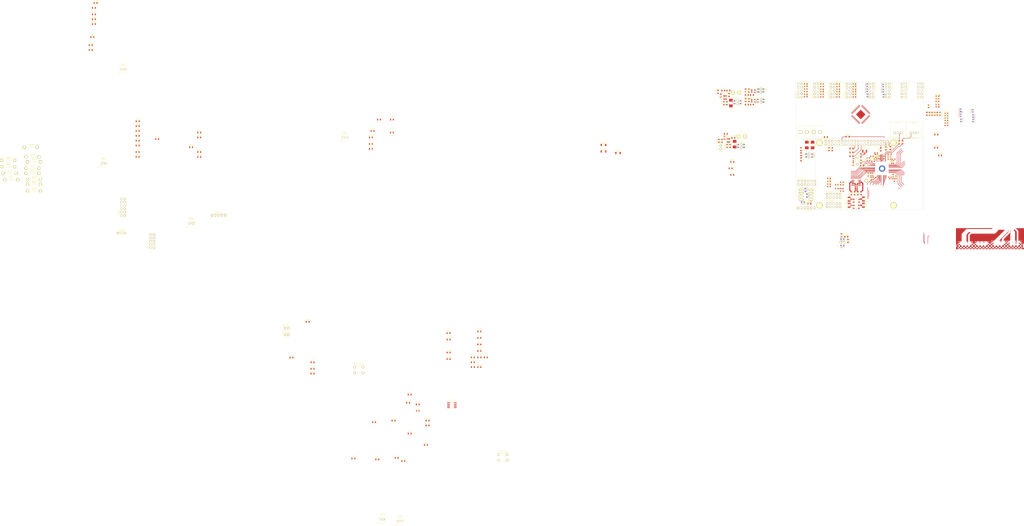
<source format=kicad_pcb>
(kicad_pcb (version 4) (host pcbnew "(2015-01-16 BZR 5376)-product")
  (layers (0 F.Cu signal) (31 B.Cu signal) (34 B.Paste user) (35 F.Paste user) (36 B.SilkS user) (37 F.SilkS user) (38 B.Mask user) (39 F.Mask user) (44 Edge.Cuts user))
  (net 0 "")
  (net 1 VPP)
  (net 2 GNDD)
  (net 3 /ADAU1452/SELFBOOT)
  (net 4 "Net-(C203-Pad1)")
  (net 5 /ADAU1452/DVDD)
  (net 6 "Net-(C214-Pad1)")
  (net 7 "Net-(C216-Pad1)")
  (net 8 /ADAU1452/PVDD)
  (net 9 "Net-(C221-Pad2)")
  (net 10 "Net-(C222-Pad2)")
  (net 11 "Net-(C224-Pad1)")
  (net 12 /ADAU1452/IOVDD)
  (net 13 "Net-(C231-Pad1)")
  (net 14 /ADAU1452/XTALIN)
  (net 15 "Net-(C238-Pad1)")
  (net 16 "Net-(C239-Pad1)")
  (net 17 "Net-(C245-Pad1)")
  (net 18 /ADAU1452/AVDD)
  (net 19 "Net-(C252-Pad1)")
  (net 20 VCC)
  (net 21 "Net-(C307-Pad1)")
  (net 22 "Net-(C309-Pad1)")
  (net 23 "Net-(C309-Pad2)")
  (net 24 "Net-(C310-Pad1)")
  (net 25 "Net-(C310-Pad2)")
  (net 26 "Net-(C315-Pad1)")
  (net 27 "Net-(C330-Pad1)")
  (net 28 "Net-(C331-Pad1)")
  (net 29 VDD)
  (net 30 VAA)
  (net 31 "Net-(C401-Pad1)")
  (net 32 "Net-(C402-Pad1)")
  (net 33 "Net-(C501-Pad1)")
  (net 34 "Net-(C502-Pad1)")
  (net 35 /ADAU1452/ADAU_SPDIF_RX)
  (net 36 "Net-(C507-Pad2)")
  (net 37 "Net-(C601-Pad1)")
  (net 38 "Net-(C602-Pad1)")
  (net 39 "Net-(C607-Pad1)")
  (net 40 "Net-(C608-Pad1)")
  (net 41 "Net-(CN201-Pad1)")
  (net 42 "Net-(D305-Pad1)")
  (net 43 "Net-(D306-Pad1)")
  (net 44 "Net-(D307-Pad1)")
  (net 45 "Net-(D301-Pad2)")
  (net 46 +5V)
  (net 47 /ADAU1452/SS_M/MP0)
  (net 48 "Net-(P202-Pad2)")
  (net 49 /ADAU1452/M_MISO)
  (net 50 /ADAU1452/EE_SO)
  (net 51 /ADAU1452/M_MOSI)
  (net 52 /ADAU1452/EE_SI)
  (net 53 /ADAU1452/M_SCLK)
  (net 54 /ADAU1452/EE_SCK)
  (net 55 /ADAU1452/M_SS)
  (net 56 /ADAU1452/EE_~CS)
  (net 57 "Net-(D302-Pad1)")
  (net 58 "Net-(P601-Pad4)")
  (net 59 "Net-(P601-Pad6)")
  (net 60 "Net-(P601-Pad8)")
  (net 61 "Net-(P602-Pad4)")
  (net 62 "Net-(P602-Pad6)")
  (net 63 "Net-(P602-Pad8)")
  (net 64 "Net-(P603-Pad4)")
  (net 65 "Net-(P603-Pad6)")
  (net 66 "Net-(P603-Pad8)")
  (net 67 "Net-(P604-Pad4)")
  (net 68 "Net-(P604-Pad6)")
  (net 69 "Net-(P604-Pad8)")
  (net 70 /ADAU1452/I2C_SCL)
  (net 71 /ADAU1452/I2C_SDA)
  (net 72 "Net-(P606-Pad2)")
  (net 73 "Net-(P606-Pad4)")
  (net 74 "Net-(P606-Pad6)")
  (net 75 "Net-(P606-Pad8)")
  (net 76 "Net-(P606-Pad10)")
  (net 77 "Net-(P606-Pad12)")
  (net 78 "Net-(P609-Pad1)")
  (net 79 "Net-(P609-Pad2)")
  (net 80 "Net-(P609-Pad3)")
  (net 81 "Net-(P609-Pad5)")
  (net 82 "Net-(P609-Pad7)")
  (net 83 "Net-(P609-Pad8)")
  (net 84 "Net-(P609-Pad10)")
  (net 85 "Net-(P609-Pad11)")
  (net 86 "Net-(P609-Pad12)")
  (net 87 "Net-(P609-Pad13)")
  (net 88 "Net-(P609-Pad15)")
  (net 89 "Net-(P609-Pad16)")
  (net 90 "Net-(P609-Pad17)")
  (net 91 "Net-(P609-Pad18)")
  (net 92 "Net-(P609-Pad19)")
  (net 93 "Net-(P609-Pad21)")
  (net 94 "Net-(P609-Pad22)")
  (net 95 "Net-(P609-Pad23)")
  (net 96 "Net-(P609-Pad24)")
  (net 97 "Net-(P609-Pad26)")
  (net 98 "Net-(P609-Pad27)")
  (net 99 "Net-(P609-Pad28)")
  (net 100 "Net-(P609-Pad29)")
  (net 101 "Net-(P609-Pad31)")
  (net 102 "Net-(P609-Pad32)")
  (net 103 "Net-(P609-Pad33)")
  (net 104 "Net-(P609-Pad35)")
  (net 105 "Net-(P609-Pad36)")
  (net 106 "Net-(P609-Pad37)")
  (net 107 "Net-(P609-Pad38)")
  (net 108 "Net-(P609-Pad40)")
  (net 109 /Connectors/USB_CLK)
  (net 110 "Net-(P610-Pad4)")
  (net 111 /ADAU1452/SPI_MISO)
  (net 112 /Connectors/~USB_RESET)
  (net 113 /ADAU1452/SPI_SCLK)
  (net 114 /ADAU1452/SPI_MOSI)
  (net 115 /ADAU1452/SPI_~CS)
  (net 116 "Net-(P613-Pad4)")
  (net 117 "Net-(P613-Pad6)")
  (net 118 "Net-(P613-Pad8)")
  (net 119 "Net-(P614-Pad4)")
  (net 120 "Net-(P614-Pad6)")
  (net 121 "Net-(P614-Pad8)")
  (net 122 "Net-(P615-Pad4)")
  (net 123 "Net-(P615-Pad6)")
  (net 124 "Net-(P615-Pad8)")
  (net 125 "Net-(P616-Pad4)")
  (net 126 "Net-(P616-Pad6)")
  (net 127 "Net-(P616-Pad8)")
  (net 128 "Net-(R207-Pad2)")
  (net 129 "Net-(R209-Pad2)")
  (net 130 "Net-(R211-Pad2)")
  (net 131 "Net-(R212-Pad2)")
  (net 132 "Net-(R218-Pad2)")
  (net 133 "Net-(R219-Pad2)")
  (net 134 "Net-(R220-Pad2)")
  (net 135 "Net-(R221-Pad2)")
  (net 136 /ADAU1452/RESET)
  (net 137 /ADAU1452/XTALOUT)
  (net 138 "Net-(R232-Pad2)")
  (net 139 "Net-(R302-Pad1)")
  (net 140 "Net-(R304-Pad2)")
  (net 141 "Net-(R306-Pad2)")
  (net 142 "Net-(R307-Pad2)")
  (net 143 /ADAU1452/MCLK)
  (net 144 "Net-(R404-Pad1)")
  (net 145 /ADAU1452/ADAU_SPDIF_TX)
  (net 146 "Net-(R503-Pad2)")
  (net 147 /Connectors/RPI_LRCLK)
  (net 148 /ADAU1452/ADCIN_LRCLK3)
  (net 149 /Connectors/RPI_BCLK)
  (net 150 /ADAU1452/ADCIN_BCLK3)
  (net 151 /Connectors/RPI_SDATA_OUT)
  (net 152 /ADAU1452/ADCIN_LRCLK0)
  (net 153 /ADAU1452/ADCIN_BCLK0)
  (net 154 /ADAU1452/ADCIN_LRCLK1)
  (net 155 /ADAU1452/ADCIN_BCLK1)
  (net 156 /ADAU1452/ADCIN_LRCLK2)
  (net 157 /ADAU1452/ADCIN_BCLK2)
  (net 158 /Connectors/PI_3V3)
  (net 159 /Connectors/AUXADCIN_1)
  (net 160 /Connectors/AUXADCIN_2)
  (net 161 /Connectors/AUXADCIN_3)
  (net 162 /Connectors/AUXADCIN_4)
  (net 163 /Connectors/AUXADCIN_5)
  (net 164 /Connectors/AUXADCIN_6)
  (net 165 /Connectors/RPI_SPI_CS2)
  (net 166 /Connectors/RPI_SDATA_IN)
  (net 167 /ADAU1452/DACOUT_LRCLK0)
  (net 168 /ADAU1452/DACOUT_BCLK0)
  (net 169 /ADAU1452/DACOUT_SDATA0)
  (net 170 /ADAU1452/DACOUT_LRCLK1)
  (net 171 /ADAU1452/DACOUT_BCLK1)
  (net 172 /ADAU1452/DACOUT_SDATA1)
  (net 173 /ADAU1452/DACOUT_LRCLK2)
  (net 174 /ADAU1452/DACOUT_BCLK2)
  (net 175 /ADAU1452/DACOUT_SDATA2)
  (net 176 /ADAU1452/DACOUT_LRCLK3)
  (net 177 /ADAU1452/DACOUT_BCLK3)
  (net 178 /ADAU1452/DACOUT_SDATA3)
  (net 179 "Net-(U201-Pad45)")
  (net 180 "Net-(U201-Pad46)")
  (net 181 "Net-(U201-Pad63)")
  (net 182 "Net-(U201-Pad64)")
  (net 183 "Net-(U202-Pad5)")
  (net 184 "Net-(U203-Pad7)")
  (net 185 "Net-(U304-Pad4)")
  (net 186 "Net-(U305-Pad4)")
  (net 187 /ClockFanout/MCLKC1)
  (net 188 /ClockFanout/MCLKC3)
  (net 189 /ClockFanout/MCLKC4)
  (net 190 /ClockFanout/MCLKA1)
  (net 191 /ClockFanout/MCLKB1)
  (net 192 /ClockFanout/MCLKB2)
  (net 193 /ClockFanout/MCLKB3)
  (net 194 /ClockFanout/MCLKB4)
  (net 195 /ADAU1452/ADCIN_SDATA3)
  (net 196 /ADAU1452/ADCIN_SDATA0)
  (net 197 /ADAU1452/ADCIN_SDATA1)
  (net 198 /ADAU1452/ADCIN_SDATA2)
  (net 199 /ClockFanout/MCLKC2)
  (net 200 "Net-(C321-Pad1)")
  (module OHDSP-Footprints-Pretty:TH-RES-0W25 (layer F.Cu) (at 260.223 95.25 90)
    (fp_text reference R402 (at 0 -2 90) (layer F.SilkS))
    (fp_text value 75R hide)
    (pad 1 thru_hole circle (at -6 0 90) (size 2.5 2.5) (drill 1) (layers *.Cu *.Mask F.SilkS) (net 190 /ClockFanout/MCLKA1))
    (pad 2 thru_hole circle (at 6 0 90) (size 2.5 2.5) (drill 1) (layers *.Cu *.Mask F.SilkS) (net 143 /ADAU1452/MCLK))
  )
  (module OHDSP-Footprints-Pretty:IC_SOIC_8 (layer F.Cu) (at -67.37 275.32)
    (fp_text reference U202 (at 2.667 -1.524) (layer F.SilkS) (effects (font (size 1.5 1.5))))
    (fp_text value ADM13307-5ARZ hide)
    (pad 1 smd rect (at 0 0) (size 2.2 0.6) (layers F.Cu F.Paste F.Mask) (net 132 "Net-(R218-Pad2)"))
    (pad 2 smd rect (at 0 1.27) (size 2.2 0.6) (layers F.Cu F.Paste F.Mask) (net 133 "Net-(R219-Pad2)"))
    (pad 3 smd rect (at 0 2.54) (size 2.2 0.6) (layers F.Cu F.Paste F.Mask) (net 134 "Net-(R220-Pad2)"))
    (pad 4 smd rect (at 0 3.81) (size 2.2 0.6) (layers F.Cu F.Paste F.Mask) (net 2 GNDD))
    (pad 5 smd rect (at 5.2 3.81) (size 2.2 0.6) (layers F.Cu F.Paste F.Mask) (net 183 "Net-(U202-Pad5)"))
    (pad 6 smd rect (at 5.2 2.54) (size 2.2 0.6) (layers F.Cu F.Paste F.Mask) (net 136 /ADAU1452/RESET))
    (pad 7 smd rect (at 5.2 1.27) (size 2.2 0.6) (layers F.Cu F.Paste F.Mask) (net 13 "Net-(C231-Pad1)"))
    (pad 8 smd rect (at 5.2 0) (size 2.2 0.6) (layers F.Cu F.Paste F.Mask) (net 7 "Net-(C216-Pad1)"))
  )
  (module OHDSP-Footprints-Pretty:CONN-RF-UFL (layer F.Cu) (at 256.794 78.105)
    (fp_text reference CN201 (at 2.159 -2.159) (layer F.SilkS) (effects (font (size 1.5 1.5))))
    (fp_text value COAX hide)
    (pad 2 smd rect (at 0.55 0) (size 1.1 2.2) (layers F.Cu F.Paste F.Mask) (net 2 GNDD))
    (pad 2 smd rect (at 3.45 0) (size 1.1 2.2) (layers F.Cu F.Paste F.Mask) (net 2 GNDD))
    (pad 1 smd rect (at 2 1.75) (size 1.2 1.5) (layers F.Cu F.Paste F.Mask) (net 41 "Net-(CN201-Pad1)"))
  )
  (module OHDSP-Footprints-Pretty:CONN-RF-UFL (layer F.Cu) (at 257.8735 118.4275 270)
    (fp_text reference CN401 (at 2.159 -2.159 270) (layer F.SilkS) (effects (font (size 1.5 1.5))))
    (fp_text value COAX hide)
    (pad 2 smd rect (at 0.55 0 270) (size 1.1 2.2) (layers F.Cu F.Paste F.Mask) (net 2 GNDD))
    (pad 2 smd rect (at 3.45 0 270) (size 1.1 2.2) (layers F.Cu F.Paste F.Mask) (net 2 GNDD))
    (pad 1 smd rect (at 2 1.75 270) (size 1.2 1.5) (layers F.Cu F.Paste F.Mask) (net 187 /ClockFanout/MCLKC1))
  )
  (module OHDSP-Footprints-Pretty:CONN-RF-UFL (layer F.Cu) (at 246.6975 117.6655 90)
    (fp_text reference CN402 (at 2.159 -2.159 90) (layer F.SilkS) (effects (font (size 1.5 1.5))))
    (fp_text value COAX hide)
    (pad 2 smd rect (at 0.55 0 90) (size 1.1 2.2) (layers F.Cu F.Paste F.Mask) (net 2 GNDD))
    (pad 2 smd rect (at 3.45 0 90) (size 1.1 2.2) (layers F.Cu F.Paste F.Mask) (net 2 GNDD))
    (pad 1 smd rect (at 2 1.75 90) (size 1.2 1.5) (layers F.Cu F.Paste F.Mask) (net 188 /ClockFanout/MCLKC3))
  )
  (module OHDSP-Footprints-Pretty:CONN-RF-UFL (layer F.Cu) (at 257.8735 113.6015 270)
    (fp_text reference CN405 (at 2.159 -2.159 270) (layer F.SilkS) (effects (font (size 1.5 1.5))))
    (fp_text value COAX hide)
    (pad 2 smd rect (at 0.55 0 270) (size 1.1 2.2) (layers F.Cu F.Paste F.Mask) (net 2 GNDD))
    (pad 2 smd rect (at 3.45 0 270) (size 1.1 2.2) (layers F.Cu F.Paste F.Mask) (net 2 GNDD))
    (pad 1 smd rect (at 2 1.75 270) (size 1.2 1.5) (layers F.Cu F.Paste F.Mask) (net 199 /ClockFanout/MCLKC2))
  )
  (module OHDSP-Footprints-Pretty:CONN-RF-UFL (layer F.Cu) (at 246.6975 122.4915 90)
    (fp_text reference CN406 (at 2.159 -2.159 90) (layer F.SilkS) (effects (font (size 1.5 1.5))))
    (fp_text value COAX hide)
    (pad 2 smd rect (at 0.55 0 90) (size 1.1 2.2) (layers F.Cu F.Paste F.Mask) (net 2 GNDD))
    (pad 2 smd rect (at 3.45 0 90) (size 1.1 2.2) (layers F.Cu F.Paste F.Mask) (net 2 GNDD))
    (pad 1 smd rect (at 2 1.75 90) (size 1.2 1.5) (layers F.Cu F.Paste F.Mask) (net 189 /ClockFanout/MCLKC4))
  )
  (module OHDSP-Footprints-Pretty:DIODE-SMB (layer F.Cu) (at 156.912 74.736 90)
    (fp_text reference D303 (at 2.5 -2.5 90) (layer F.SilkS))
    (fp_text value SS24T3G hide)
    (fp_text user K (at 6.2 0 90) (layer F.SilkS))
    (fp_text user A (at -1.8 0 90) (layer F.SilkS))
    (pad 1 smd rect (at 0 0 90) (size 2.2 2.8) (layers F.Cu F.Paste F.Mask) (net 2 GNDD))
    (pad 2 smd rect (at 4.4 0 90) (size 2.2 2.8) (layers F.Cu F.Paste F.Mask) (net 23 "Net-(C309-Pad2)"))
  )
  (module OHDSP-Footprints-Pretty:DIODE-SMB (layer F.Cu) (at 154 42.5 90)
    (fp_text reference D304 (at -3.556 1.016 90) (layer F.SilkS))
    (fp_text value SS24T3G hide)
    (fp_text user K (at 6.2 0 90) (layer F.SilkS))
    (fp_text user A (at -1.8 0 90) (layer F.SilkS))
    (pad 1 smd rect (at 0 0 90) (size 2.2 2.8) (layers F.Cu F.Paste F.Mask) (net 2 GNDD))
    (pad 2 smd rect (at 4.4 0 90) (size 2.2 2.8) (layers F.Cu F.Paste F.Mask) (net 25 "Net-(C310-Pad2)"))
  )
  (module OHDSP-Footprints-Pretty:SMD-1206 (layer F.Cu) (at 65.5 79.5)
    (fp_text reference D305 (at 0 -1.65) (layer F.SilkS))
    (fp_text value LED hide)
    (pad 1 smd rect (at -1.7 0) (size 1.1 1.7) (layers F.Cu F.Paste F.Mask) (net 42 "Net-(D305-Pad1)"))
    (pad 2 smd rect (at 1.7 0) (size 1.1 1.7) (layers F.Cu F.Paste F.Mask) (net 2 GNDD))
  )
  (module OHDSP-Footprints-Pretty:SMD-1206 (layer F.Cu) (at 54.07 73.2)
    (fp_text reference D306 (at 0 -1.65) (layer F.SilkS))
    (fp_text value LED hide)
    (pad 1 smd rect (at -1.7 0) (size 1.1 1.7) (layers F.Cu F.Paste F.Mask) (net 43 "Net-(D306-Pad1)"))
    (pad 2 smd rect (at 1.7 0) (size 1.1 1.7) (layers F.Cu F.Paste F.Mask) (net 2 GNDD))
  )
  (module OHDSP-Footprints-Pretty:SMD-1206 (layer F.Cu) (at 54.07 78.28)
    (fp_text reference D307 (at 0 -1.65) (layer F.SilkS))
    (fp_text value LED hide)
    (pad 1 smd rect (at -1.7 0) (size 1.1 1.7) (layers F.Cu F.Paste F.Mask) (net 44 "Net-(D307-Pad1)"))
    (pad 2 smd rect (at 1.7 0) (size 1.1 1.7) (layers F.Cu F.Paste F.Mask) (net 2 GNDD))
  )
  (module OHDSP-Footprints-Pretty:DIODE-DO-41 (layer F.Cu) (at -393.7 95.25)
    (fp_text reference D601 (at 0.254 -1.905) (layer F.SilkS))
    (fp_text value 1N5818 hide)
    (pad 1 thru_hole circle (at -5.08 0) (size 2.5 2.5) (drill 1.2) (layers *.Cu *.Mask F.SilkS) (net 159 /Connectors/AUXADCIN_1))
    (pad 2 thru_hole circle (at 5.08 0) (size 2.5 2.5) (drill 1.2) (layers *.Cu *.Mask F.SilkS) (net 1 VPP))
  )
  (module OHDSP-Footprints-Pretty:DIODE-DO-41 (layer F.Cu) (at -392.43 100.33)
    (fp_text reference D602 (at 0.254 -1.905) (layer F.SilkS))
    (fp_text value 1N5818 hide)
    (pad 1 thru_hole circle (at -5.08 0) (size 2.5 2.5) (drill 1.2) (layers *.Cu *.Mask F.SilkS) (net 2 GNDD))
    (pad 2 thru_hole circle (at 5.08 0) (size 2.5 2.5) (drill 1.2) (layers *.Cu *.Mask F.SilkS) (net 159 /Connectors/AUXADCIN_1))
  )
  (module OHDSP-Footprints-Pretty:DIODE-DO-41 (layer F.Cu) (at -392.43 104.14)
    (fp_text reference D603 (at 0.254 -1.905) (layer F.SilkS))
    (fp_text value 1N5818 hide)
    (pad 1 thru_hole circle (at -5.08 0) (size 2.5 2.5) (drill 1.2) (layers *.Cu *.Mask F.SilkS) (net 160 /Connectors/AUXADCIN_2))
    (pad 2 thru_hole circle (at 5.08 0) (size 2.5 2.5) (drill 1.2) (layers *.Cu *.Mask F.SilkS) (net 1 VPP))
  )
  (module OHDSP-Footprints-Pretty:DIODE-DO-41 (layer F.Cu) (at -392.43 109.22)
    (fp_text reference D604 (at 0.254 -1.905) (layer F.SilkS))
    (fp_text value 1N5818 hide)
    (pad 1 thru_hole circle (at -5.08 0) (size 2.5 2.5) (drill 1.2) (layers *.Cu *.Mask F.SilkS) (net 2 GNDD))
    (pad 2 thru_hole circle (at 5.08 0) (size 2.5 2.5) (drill 1.2) (layers *.Cu *.Mask F.SilkS) (net 160 /Connectors/AUXADCIN_2))
  )
  (module OHDSP-Footprints-Pretty:DIODE-DO-41 (layer F.Cu) (at -393.7 82.55)
    (fp_text reference D605 (at 0.254 -1.905) (layer F.SilkS))
    (fp_text value 1N5818 hide)
    (pad 1 thru_hole circle (at -5.08 0) (size 2.5 2.5) (drill 1.2) (layers *.Cu *.Mask F.SilkS) (net 161 /Connectors/AUXADCIN_3))
    (pad 2 thru_hole circle (at 5.08 0) (size 2.5 2.5) (drill 1.2) (layers *.Cu *.Mask F.SilkS) (net 1 VPP))
  )
  (module OHDSP-Footprints-Pretty:DIODE-DO-41 (layer F.Cu) (at -394.97 74.93)
    (fp_text reference D606 (at 0.254 -1.905) (layer F.SilkS))
    (fp_text value 1N5818 hide)
    (pad 1 thru_hole circle (at -5.08 0) (size 2.5 2.5) (drill 1.2) (layers *.Cu *.Mask F.SilkS) (net 2 GNDD))
    (pad 2 thru_hole circle (at 5.08 0) (size 2.5 2.5) (drill 1.2) (layers *.Cu *.Mask F.SilkS) (net 161 /Connectors/AUXADCIN_3))
  )
  (module OHDSP-Footprints-Pretty:DIODE-DO-41 (layer F.Cu) (at -393.7 91.44)
    (fp_text reference D607 (at 0.254 -1.905) (layer F.SilkS))
    (fp_text value 1N5818 hide)
    (pad 1 thru_hole circle (at -5.08 0) (size 2.5 2.5) (drill 1.2) (layers *.Cu *.Mask F.SilkS) (net 162 /Connectors/AUXADCIN_4))
    (pad 2 thru_hole circle (at 5.08 0) (size 2.5 2.5) (drill 1.2) (layers *.Cu *.Mask F.SilkS) (net 1 VPP))
  )
  (module OHDSP-Footprints-Pretty:DIODE-DO-41 (layer F.Cu) (at -412.75 85.09)
    (fp_text reference D608 (at 0.254 -1.905) (layer F.SilkS))
    (fp_text value 1N5818 hide)
    (pad 1 thru_hole circle (at -5.08 0) (size 2.5 2.5) (drill 1.2) (layers *.Cu *.Mask F.SilkS) (net 2 GNDD))
    (pad 2 thru_hole circle (at 5.08 0) (size 2.5 2.5) (drill 1.2) (layers *.Cu *.Mask F.SilkS) (net 162 /Connectors/AUXADCIN_4))
  )
  (module OHDSP-Footprints-Pretty:DIODE-DO-41 (layer F.Cu) (at -412.75 90.17)
    (fp_text reference D609 (at 0.254 -1.905) (layer F.SilkS))
    (fp_text value 1N5818 hide)
    (pad 1 thru_hole circle (at -5.08 0) (size 2.5 2.5) (drill 1.2) (layers *.Cu *.Mask F.SilkS) (net 163 /Connectors/AUXADCIN_5))
    (pad 2 thru_hole circle (at 5.08 0) (size 2.5 2.5) (drill 1.2) (layers *.Cu *.Mask F.SilkS) (net 1 VPP))
  )
  (module OHDSP-Footprints-Pretty:DIODE-DO-41 (layer F.Cu) (at -392.43 86.36)
    (fp_text reference D610 (at 0.254 -1.905) (layer F.SilkS))
    (fp_text value 1N5818 hide)
    (pad 1 thru_hole circle (at -5.08 0) (size 2.5 2.5) (drill 1.2) (layers *.Cu *.Mask F.SilkS) (net 2 GNDD))
    (pad 2 thru_hole circle (at 5.08 0) (size 2.5 2.5) (drill 1.2) (layers *.Cu *.Mask F.SilkS) (net 163 /Connectors/AUXADCIN_5))
  )
  (module OHDSP-Footprints-Pretty:DIODE-DO-41 (layer F.Cu) (at -411.48 95.25)
    (fp_text reference D611 (at 0.254 -1.905) (layer F.SilkS))
    (fp_text value 1N5818 hide)
    (pad 1 thru_hole circle (at -5.08 0) (size 2.5 2.5) (drill 1.2) (layers *.Cu *.Mask F.SilkS) (net 164 /Connectors/AUXADCIN_6))
    (pad 2 thru_hole circle (at 5.08 0) (size 2.5 2.5) (drill 1.2) (layers *.Cu *.Mask F.SilkS) (net 1 VPP))
  )
  (module OHDSP-Footprints-Pretty:DIODE-DO-41 (layer F.Cu) (at -410.21 100.33)
    (fp_text reference D612 (at 0.254 -1.905) (layer F.SilkS))
    (fp_text value 1N5818 hide)
    (pad 1 thru_hole circle (at -5.08 0) (size 2.5 2.5) (drill 1.2) (layers *.Cu *.Mask F.SilkS) (net 2 GNDD))
    (pad 2 thru_hole circle (at 5.08 0) (size 2.5 2.5) (drill 1.2) (layers *.Cu *.Mask F.SilkS) (net 164 /Connectors/AUXADCIN_6))
  )
  (module OHDSP-Footprints-Pretty:PASSIVE-TH-IND-WURTH-5mm (layer F.Cu) (at 162.5 66.5)
    (fp_text reference L302 (at 0 5) (layer F.SilkS))
    (fp_text value 744772047 hide)
    (pad 1 thru_hole circle (at -2.5 0) (size 3 3) (drill 1) (layers *.Cu *.Mask F.SilkS) (net 23 "Net-(C309-Pad2)"))
    (pad 2 thru_hole circle (at 2.5 0) (size 3 3) (drill 1) (layers *.Cu *.Mask F.SilkS) (net 29 VDD))
  )
  (module OHDSP-Footprints-Pretty:PASSIVE-TH-IND-WURTH-5mm (layer F.Cu) (at 158 32)
    (fp_text reference L303 (at 6.604 -0.508) (layer F.SilkS))
    (fp_text value 744772220 hide)
    (pad 1 thru_hole circle (at -2.5 0) (size 3 3) (drill 1) (layers *.Cu *.Mask F.SilkS) (net 25 "Net-(C310-Pad2)"))
    (pad 2 thru_hole circle (at 2.5 0) (size 3 3) (drill 1) (layers *.Cu *.Mask F.SilkS) (net 26 "Net-(C315-Pad1)"))
  )
  (module OHDSP-Footprints-Pretty:CONN_SIL_2 (layer F.Cu) (at -195.64 221.98)
    (fp_text reference P201 (at 1.016 -2.159) (layer F.SilkS) (effects (font (size 1.5 1.5))))
    (fp_text value CONN_2x1 hide)
    (pad 1 thru_hole circle (at 0 0) (size 1.6 1.6) (drill 0.8) (layers *.Cu *.Mask F.SilkS) (net 3 /ADAU1452/SELFBOOT))
    (pad 2 thru_hole circle (at 2.54 0) (size 1.6 1.6) (drill 0.8) (layers *.Cu *.Mask F.SilkS) (net 2 GNDD))
  )
  (module OHDSP-Footprints-Pretty:CONN_SIL_2 (layer F.Cu) (at -195.64 216.9)
    (fp_text reference P202 (at 1.016 -2.159) (layer F.SilkS) (effects (font (size 1.5 1.5))))
    (fp_text value CONN_2x1 hide)
    (pad 1 thru_hole circle (at 0 0) (size 1.6 1.6) (drill 0.8) (layers *.Cu *.Mask F.SilkS) (net 47 /ADAU1452/SS_M/MP0))
    (pad 2 thru_hole circle (at 2.54 0) (size 1.6 1.6) (drill 0.8) (layers *.Cu *.Mask F.SilkS) (net 48 "Net-(P202-Pad2)"))
  )
  (module OHDSP-Footprints-Pretty:CONN_SIL_6 (layer F.Cu) (at 219.5 122.5 180)
    (fp_text reference P204 (at 5.207 -2.159 180) (layer F.SilkS) (effects (font (size 1.5 1.5))))
    (fp_text value CONN_6x1 hide)
    (pad 6 thru_hole circle (at 12.7 0 180) (size 1.6 1.6) (drill 0.8) (layers *.Cu *.Mask F.SilkS) (net 2 GNDD))
    (pad 5 thru_hole circle (at 10.16 0 180) (size 1.6 1.6) (drill 0.8) (layers *.Cu *.Mask F.SilkS) (net 56 /ADAU1452/EE_~CS))
    (pad 4 thru_hole circle (at 7.62 0 180) (size 1.6 1.6) (drill 0.8) (layers *.Cu *.Mask F.SilkS) (net 52 /ADAU1452/EE_SI))
    (pad 3 thru_hole circle (at 5.08 0 180) (size 1.6 1.6) (drill 0.8) (layers *.Cu *.Mask F.SilkS) (net 54 /ADAU1452/EE_SCK))
    (pad 1 thru_hole circle (at 0 0 180) (size 1.6 1.6) (drill 0.8) (layers *.Cu *.Mask F.SilkS) (net 19 "Net-(C252-Pad1)"))
    (pad 2 thru_hole circle (at 2.54 0 180) (size 1.6 1.6) (drill 0.8) (layers *.Cu *.Mask F.SilkS) (net 50 /ADAU1452/EE_SO))
  )
  (module OHDSP-Footprints-Pretty:CONN_SIL_3 (layer F.Cu) (at -326.39 142.24)
    (fp_text reference P605 (at 3.048 -2.159) (layer F.SilkS) (effects (font (size 1.5 1.5))))
    (fp_text value CONN_3x1 hide)
    (pad 3 thru_hole circle (at 5.08 0) (size 1.6 1.6) (drill 0.8) (layers *.Cu *.Mask F.SilkS) (net 2 GNDD))
    (pad 1 thru_hole circle (at 0 0) (size 1.6 1.6) (drill 0.8) (layers *.Cu *.Mask F.SilkS) (net 70 /ADAU1452/I2C_SCL))
    (pad 2 thru_hole circle (at 2.54 0) (size 1.6 1.6) (drill 0.8) (layers *.Cu *.Mask F.SilkS) (net 71 /ADAU1452/I2C_SDA))
  )
  (module OHDSP-Footprints-Pretty:CONN_SIL_5 (layer F.Cu) (at -252.73 128.27)
    (fp_text reference P611 (at 5.08 -2.159) (layer F.SilkS) (effects (font (size 1.5 1.5))))
    (fp_text value CONN_5x1 hide)
    (pad 5 thru_hole circle (at 10.16 0) (size 1.6 1.6) (drill 0.8) (layers *.Cu *.Mask F.SilkS) (net 2 GNDD))
    (pad 4 thru_hole circle (at 7.62 0) (size 1.6 1.6) (drill 0.8) (layers *.Cu *.Mask F.SilkS) (net 115 /ADAU1452/SPI_~CS))
    (pad 3 thru_hole circle (at 5.08 0) (size 1.6 1.6) (drill 0.8) (layers *.Cu *.Mask F.SilkS) (net 111 /ADAU1452/SPI_MISO))
    (pad 1 thru_hole circle (at 0 0) (size 1.6 1.6) (drill 0.8) (layers *.Cu *.Mask F.SilkS) (net 114 /ADAU1452/SPI_MOSI))
    (pad 2 thru_hole circle (at 2.54 0) (size 1.6 1.6) (drill 0.8) (layers *.Cu *.Mask F.SilkS) (net 113 /ADAU1452/SPI_SCLK))
  )
  (module OHDSP-Footprints-Pretty:SW_TACT_TH (layer F.Cu) (at -28 315.96)
    (fp_text reference SW201 (at 3.302 -2.413) (layer F.SilkS) (effects (font (size 1.5 1.5))))
    (fp_text value SWITCH hide)
    (pad 1 thru_hole circle (at 0 0) (size 2 2) (drill 1) (layers *.Cu *.Mask F.SilkS) (net 3 /ADAU1452/SELFBOOT))
    (pad 1 thru_hole circle (at 6.5 0) (size 2 2) (drill 1) (layers *.Cu *.Mask F.SilkS) (net 3 /ADAU1452/SELFBOOT))
    (pad 2 thru_hole circle (at 6.5 4.5) (size 2 2) (drill 1) (layers *.Cu *.Mask F.SilkS) (net 2 GNDD))
    (pad 2 thru_hole circle (at 0 4.5) (size 2 2) (drill 1) (layers *.Cu *.Mask F.SilkS) (net 2 GNDD))
  )
  (module OHDSP-Footprints-Pretty:SW_TACT_TH (layer F.Cu) (at -141.03 247.38)
    (fp_text reference SW202 (at 3.302 -2.413) (layer F.SilkS) (effects (font (size 1.5 1.5))))
    (fp_text value SWITCH hide)
    (pad 1 thru_hole circle (at 0 0) (size 2 2) (drill 1) (layers *.Cu *.Mask F.SilkS) (net 13 "Net-(C231-Pad1)"))
    (pad 1 thru_hole circle (at 6.5 0) (size 2 2) (drill 1) (layers *.Cu *.Mask F.SilkS) (net 13 "Net-(C231-Pad1)"))
    (pad 2 thru_hole circle (at 6.5 4.5) (size 2 2) (drill 1) (layers *.Cu *.Mask F.SilkS) (net 2 GNDD))
    (pad 2 thru_hole circle (at 0 4.5) (size 2 2) (drill 1) (layers *.Cu *.Mask F.SilkS) (net 2 GNDD))
  )
  (module OHDSP-Footprints-Pretty:IC_DIP_8 (layer F.Cu) (at 212.971169 112.24315 180)
    (fp_text reference U203 (at -0.381 -6.604 180) (layer F.SilkS) (effects (font (size 1.2 1.2) (thickness 0.2))))
    (fp_text value 25AA1024 hide)
    (pad 1 thru_hole oval (at -3.81 -3.81 180) (size 3.81 1.524) (drill 1) (layers *.Cu *.Mask F.SilkS) (net 56 /ADAU1452/EE_~CS))
    (pad 2 thru_hole oval (at -3.81 -1.27 180) (size 3.81 1.524) (drill 1) (layers *.Cu *.Mask F.SilkS) (net 50 /ADAU1452/EE_SO))
    (pad 3 thru_hole oval (at -3.81 1.27 180) (size 3.81 1.524) (drill 1) (layers *.Cu *.Mask F.SilkS) (net 138 "Net-(R232-Pad2)"))
    (pad 4 thru_hole oval (at -3.81 3.81 180) (size 3.81 1.524) (drill 1) (layers *.Cu *.Mask F.SilkS) (net 2 GNDD))
    (pad 8 thru_hole oval (at 3.81 -3.81 180) (size 3.81 1.524) (drill 1) (layers *.Cu *.Mask F.SilkS) (net 19 "Net-(C252-Pad1)"))
    (pad 7 thru_hole oval (at 3.81 -1.27 180) (size 3.81 1.524) (drill 1) (layers *.Cu *.Mask F.SilkS) (net 184 "Net-(U203-Pad7)"))
    (pad 6 thru_hole oval (at 3.81 1.27 180) (size 3.81 1.524) (drill 1) (layers *.Cu *.Mask F.SilkS) (net 54 /ADAU1452/EE_SCK))
    (pad 5 thru_hole oval (at 3.81 3.81 180) (size 3.81 1.524) (drill 1) (layers *.Cu *.Mask F.SilkS) (net 52 /ADAU1452/EE_SI))
  )
  (module OHDSP-Footprints-Pretty:IC-SOT23-6 (layer F.Cu) (at 152.086 69.656 180)
    (fp_text reference U301 (at 2.5 1.5 270) (layer F.SilkS))
    (fp_text value IC-REG-XRP7659ISTR-F hide)
    (pad 5 smd rect (at 0 -1.2 180) (size 0.65 1.2) (layers F.Cu F.Paste F.Mask) (net 20 VCC))
    (pad 1 smd rect (at -0.95 1.2 180) (size 0.65 1.2) (layers F.Cu F.Paste F.Mask) (net 22 "Net-(C309-Pad1)"))
    (pad 2 smd rect (at 0 1.2 180) (size 0.65 1.2) (layers F.Cu F.Paste F.Mask) (net 2 GNDD))
    (pad 3 smd rect (at 0.95 1.2 180) (size 0.65 1.2) (layers F.Cu F.Paste F.Mask) (net 140 "Net-(R304-Pad2)"))
    (pad 4 smd rect (at 0.95 -1.2 180) (size 0.65 1.2) (layers F.Cu F.Paste F.Mask) (net 200 "Net-(C321-Pad1)"))
    (pad 6 smd rect (at -0.95 -1.2 180) (size 0.65 1.2) (layers F.Cu F.Paste F.Mask) (net 23 "Net-(C309-Pad2)"))
  )
  (module OHDSP-Footprints-Pretty:IC-SOT23-6 (layer F.Cu) (at 149.5 36 180)
    (fp_text reference U302 (at 3.556 0.508 180) (layer F.SilkS))
    (fp_text value IC-REG-XRP7659ISTR-F hide)
    (pad 5 smd rect (at 0 -1.2 180) (size 0.65 1.2) (layers F.Cu F.Paste F.Mask) (net 20 VCC))
    (pad 1 smd rect (at -0.95 1.2 180) (size 0.65 1.2) (layers F.Cu F.Paste F.Mask) (net 24 "Net-(C310-Pad1)"))
    (pad 2 smd rect (at 0 1.2 180) (size 0.65 1.2) (layers F.Cu F.Paste F.Mask) (net 2 GNDD))
    (pad 3 smd rect (at 0.95 1.2 180) (size 0.65 1.2) (layers F.Cu F.Paste F.Mask) (net 141 "Net-(R306-Pad2)"))
    (pad 4 smd rect (at 0.95 -1.2 180) (size 0.65 1.2) (layers F.Cu F.Paste F.Mask) (net 139 "Net-(R302-Pad1)"))
    (pad 6 smd rect (at -0.95 -1.2 180) (size 0.65 1.2) (layers F.Cu F.Paste F.Mask) (net 25 "Net-(C310-Pad2)"))
  )
  (module OHDSP-Footprints-Pretty:IC-SOT25 (layer F.Cu) (at 171.5 31 270)
    (fp_text reference U304 (at 0.1 -2.7 270) (layer F.SilkS))
    (fp_text value IC-REG-XC6210B332MR hide)
    (pad 5 smd rect (at -0.95 -1.2 270) (size 0.65 1.2) (layers F.Cu F.Paste F.Mask) (net 30 VAA))
    (pad 1 smd rect (at -0.95 1.2 270) (size 0.65 1.2) (layers F.Cu F.Paste F.Mask) (net 26 "Net-(C315-Pad1)"))
    (pad 2 smd rect (at 0 1.2 270) (size 0.65 1.2) (layers F.Cu F.Paste F.Mask) (net 2 GNDD))
    (pad 3 smd rect (at 0.95 1.2 270) (size 0.65 1.2) (layers F.Cu F.Paste F.Mask) (net 27 "Net-(C330-Pad1)"))
    (pad 4 smd rect (at 0.95 -1.2 270) (size 0.65 1.2) (layers F.Cu F.Paste F.Mask) (net 185 "Net-(U304-Pad4)"))
  )
  (module OHDSP-Footprints-Pretty:IC-SOT25 (layer F.Cu) (at 171.5 38.5 270)
    (fp_text reference U305 (at 0.1 -2.7 270) (layer F.SilkS))
    (fp_text value IC-REG-XC6210B332MR hide)
    (pad 5 smd rect (at -0.95 -1.2 270) (size 0.65 1.2) (layers F.Cu F.Paste F.Mask) (net 1 VPP))
    (pad 1 smd rect (at -0.95 1.2 270) (size 0.65 1.2) (layers F.Cu F.Paste F.Mask) (net 26 "Net-(C315-Pad1)"))
    (pad 2 smd rect (at 0 1.2 270) (size 0.65 1.2) (layers F.Cu F.Paste F.Mask) (net 2 GNDD))
    (pad 3 smd rect (at 0.95 1.2 270) (size 0.65 1.2) (layers F.Cu F.Paste F.Mask) (net 28 "Net-(C331-Pad1)"))
    (pad 4 smd rect (at 0.95 -1.2 270) (size 0.65 1.2) (layers F.Cu F.Paste F.Mask) (net 186 "Net-(U305-Pad4)"))
  )
  (module OHDSP-Footprints-Pretty:IC_SOIC_8 (layer F.Cu) (at 254.8255 104.7115 180)
    (fp_text reference U401 (at 2.667 -1.524 180) (layer F.SilkS) (effects (font (size 1.5 1.5))))
    (fp_text value NB3L553 hide)
    (pad 1 smd rect (at 0 0 180) (size 2.2 0.6) (layers F.Cu F.Paste F.Mask) (net 32 "Net-(C402-Pad1)"))
    (pad 2 smd rect (at 0 1.27 180) (size 2.2 0.6) (layers F.Cu F.Paste F.Mask) (net 191 /ClockFanout/MCLKB1))
    (pad 3 smd rect (at 0 2.54 180) (size 2.2 0.6) (layers F.Cu F.Paste F.Mask) (net 192 /ClockFanout/MCLKB2))
    (pad 4 smd rect (at 0 3.81 180) (size 2.2 0.6) (layers F.Cu F.Paste F.Mask) (net 2 GNDD))
    (pad 5 smd rect (at 5.2 3.81 180) (size 2.2 0.6) (layers F.Cu F.Paste F.Mask) (net 190 /ClockFanout/MCLKA1))
    (pad 6 smd rect (at 5.2 2.54 180) (size 2.2 0.6) (layers F.Cu F.Paste F.Mask) (net 193 /ClockFanout/MCLKB3))
    (pad 7 smd rect (at 5.2 1.27 180) (size 2.2 0.6) (layers F.Cu F.Paste F.Mask) (net 194 /ClockFanout/MCLKB4))
    (pad 8 smd rect (at 5.2 0 180) (size 2.2 0.6) (layers F.Cu F.Paste F.Mask) (net 144 "Net-(R404-Pad1)"))
  )
  (module OHDSP-Footprints-Pretty:IC_SPDIF_OPTO (layer F.Cu) (at 297.688 63.5 90)
    (fp_text reference U501 (at -4.6 -1 180) (layer F.SilkS) (effects (font (size 1.5 1.5))))
    (fp_text value IC-SPDIF-RX-OPTO hide)
    (fp_text user Front (at 7.747 0 180) (layer F.SilkS))
    (pad 3 thru_hole circle (at 0 -2.54 90) (size 1.8 1.8) (drill 0.8) (layers *.Cu *.Mask F.SilkS) (net 36 "Net-(C507-Pad2)"))
    (pad 2 thru_hole circle (at 0 0 90) (size 1.8 1.8) (drill 0.8) (layers *.Cu *.Mask F.SilkS) (net 2 GNDD))
    (pad 1 thru_hole circle (at 0 2.54 90) (size 1.8 1.8) (drill 0.8) (layers *.Cu *.Mask F.SilkS) (net 34 "Net-(C502-Pad1)"))
    (pad "" np_thru_hole circle (at 3.9 0 90) (size 2 2) (drill 2) (layers *.Cu *.Mask F.SilkS))
    (pad "" np_thru_hole circle (at -2.1 -4.6 90) (size 2 2) (drill 2) (layers *.Cu *.Mask F.SilkS))
    (pad "" np_thru_hole circle (at -2.1 4.6 90) (size 2 2) (drill 2) (layers *.Cu *.Mask F.SilkS))
  )
  (module OHDSP-Footprints-Pretty:IC_SPDIF_OPTO (layer F.Cu) (at 284.988 63.5 90)
    (fp_text reference U502 (at -4.6 -1 180) (layer F.SilkS) (effects (font (size 1.5 1.5))))
    (fp_text value IC-SPDIF-TX-OPTO hide)
    (fp_text user Front (at 7.747 0 180) (layer F.SilkS))
    (pad 3 thru_hole circle (at 0 -2.54 90) (size 1.8 1.8) (drill 0.8) (layers *.Cu *.Mask F.SilkS) (net 2 GNDD))
    (pad 2 thru_hole circle (at 0 0 90) (size 1.8 1.8) (drill 0.8) (layers *.Cu *.Mask F.SilkS) (net 34 "Net-(C502-Pad1)"))
    (pad 1 thru_hole circle (at 0 2.54 90) (size 1.8 1.8) (drill 0.8) (layers *.Cu *.Mask F.SilkS) (net 146 "Net-(R503-Pad2)"))
    (pad "" np_thru_hole circle (at 3.9 0 90) (size 2 2) (drill 2) (layers *.Cu *.Mask F.SilkS))
    (pad "" np_thru_hole circle (at -2.1 -4.6 90) (size 2 2) (drill 2) (layers *.Cu *.Mask F.SilkS))
    (pad "" np_thru_hole circle (at -2.1 4.6 90) (size 2 2) (drill 2) (layers *.Cu *.Mask F.SilkS))
  )
  (module OHDSP-Footprints-Pretty:XTAL_HC49_TH (layer F.Cu) (at 253.111 85.852 270)
    (fp_text reference X201 (at 0 -2.794 270) (layer F.SilkS) (effects (font (size 1.5 1.5))))
    (fp_text value 24M576 hide)
    (pad 1 thru_hole circle (at -2.44 0 270) (size 1.6 1.6) (drill 0.8) (layers *.Cu *.Mask F.SilkS) (net 14 /ADAU1452/XTALIN))
    (pad 2 thru_hole circle (at 2.44 0 270) (size 1.6 1.6) (drill 0.8) (layers *.Cu *.Mask F.SilkS) (net 15 "Net-(C238-Pad1)"))
  )
  (module OHDSP-Footprints-Pretty:CONN_DIL_2X20 (layer F.Cu) (at 252.5 71.5 90)
    (fp_text reference P609 (at -3.683 22.098 180) (layer F.SilkS) (effects (font (size 1.5 1.5))))
    (fp_text value CONN_02X20 hide)
    (pad 1 thru_hole circle (at -1.27 -24.13 90) (size 1.6 1.6) (drill 0.8) (layers *.Cu *.Mask F.SilkS) (net 78 "Net-(P609-Pad1)"))
    (pad 2 thru_hole circle (at 1.27 -24.13 90) (size 1.6 1.6) (drill 0.8) (layers *.Cu *.Mask F.SilkS) (net 79 "Net-(P609-Pad2)"))
    (pad 3 thru_hole circle (at -1.27 -21.59 90) (size 1.6 1.6) (drill 0.8) (layers *.Cu *.Mask F.SilkS) (net 80 "Net-(P609-Pad3)"))
    (pad 4 thru_hole circle (at 1.27 -21.59 90) (size 1.6 1.6) (drill 0.8) (layers *.Cu *.Mask F.SilkS) (net 79 "Net-(P609-Pad2)"))
    (pad 5 thru_hole circle (at -1.27 -19.05 90) (size 1.6 1.6) (drill 0.8) (layers *.Cu *.Mask F.SilkS) (net 81 "Net-(P609-Pad5)"))
    (pad 6 thru_hole circle (at 1.27 -19.05 90) (size 1.6 1.6) (drill 0.8) (layers *.Cu *.Mask F.SilkS) (net 2 GNDD))
    (pad 7 thru_hole circle (at -1.27 -16.51 90) (size 1.6 1.6) (drill 0.8) (layers *.Cu *.Mask F.SilkS) (net 82 "Net-(P609-Pad7)"))
    (pad 8 thru_hole circle (at 1.27 -16.51 90) (size 1.6 1.6) (drill 0.8) (layers *.Cu *.Mask F.SilkS) (net 83 "Net-(P609-Pad8)"))
    (pad 9 thru_hole circle (at -1.27 -13.97 90) (size 1.6 1.6) (drill 0.8) (layers *.Cu *.Mask F.SilkS) (net 2 GNDD))
    (pad 10 thru_hole circle (at 1.27 -13.97 90) (size 1.6 1.6) (drill 0.8) (layers *.Cu *.Mask F.SilkS) (net 84 "Net-(P609-Pad10)"))
    (pad 11 thru_hole circle (at -1.27 -11.43 90) (size 1.6 1.6) (drill 0.8) (layers *.Cu *.Mask F.SilkS) (net 85 "Net-(P609-Pad11)"))
    (pad 12 thru_hole circle (at 1.27 -11.43 90) (size 1.6 1.6) (drill 0.8) (layers *.Cu *.Mask F.SilkS) (net 86 "Net-(P609-Pad12)"))
    (pad 13 thru_hole circle (at -1.27 -8.89 90) (size 1.6 1.6) (drill 0.8) (layers *.Cu *.Mask F.SilkS) (net 87 "Net-(P609-Pad13)"))
    (pad 14 thru_hole circle (at 1.27 -8.89 90) (size 1.6 1.6) (drill 0.8) (layers *.Cu *.Mask F.SilkS) (net 2 GNDD))
    (pad 15 thru_hole circle (at -1.27 -6.35 90) (size 1.6 1.6) (drill 0.8) (layers *.Cu *.Mask F.SilkS) (net 88 "Net-(P609-Pad15)"))
    (pad 16 thru_hole circle (at 1.27 -6.35 90) (size 1.6 1.6) (drill 0.8) (layers *.Cu *.Mask F.SilkS) (net 89 "Net-(P609-Pad16)"))
    (pad 17 thru_hole circle (at -1.27 -3.81 90) (size 1.6 1.6) (drill 0.8) (layers *.Cu *.Mask F.SilkS) (net 90 "Net-(P609-Pad17)"))
    (pad 18 thru_hole circle (at 1.27 -3.81 90) (size 1.6 1.6) (drill 0.8) (layers *.Cu *.Mask F.SilkS) (net 91 "Net-(P609-Pad18)"))
    (pad 19 thru_hole circle (at -1.27 -1.27 90) (size 1.6 1.6) (drill 0.8) (layers *.Cu *.Mask F.SilkS) (net 92 "Net-(P609-Pad19)"))
    (pad 20 thru_hole circle (at 1.27 -1.27 90) (size 1.6 1.6) (drill 0.8) (layers *.Cu *.Mask F.SilkS) (net 2 GNDD))
    (pad 21 thru_hole circle (at -1.27 1.27 90) (size 1.6 1.6) (drill 0.8) (layers *.Cu *.Mask F.SilkS) (net 93 "Net-(P609-Pad21)"))
    (pad 22 thru_hole circle (at 1.27 1.27 90) (size 1.6 1.6) (drill 0.8) (layers *.Cu *.Mask F.SilkS) (net 94 "Net-(P609-Pad22)"))
    (pad 23 thru_hole circle (at -1.27 3.81 90) (size 1.6 1.6) (drill 0.8) (layers *.Cu *.Mask F.SilkS) (net 95 "Net-(P609-Pad23)"))
    (pad 24 thru_hole circle (at 1.27 3.81 90) (size 1.6 1.6) (drill 0.8) (layers *.Cu *.Mask F.SilkS) (net 96 "Net-(P609-Pad24)"))
    (pad 25 thru_hole circle (at -1.27 6.35 90) (size 1.6 1.6) (drill 0.8) (layers *.Cu *.Mask F.SilkS) (net 2 GNDD))
    (pad 26 thru_hole circle (at 1.27 6.35 90) (size 1.6 1.6) (drill 0.8) (layers *.Cu *.Mask F.SilkS) (net 97 "Net-(P609-Pad26)"))
    (pad 27 thru_hole circle (at -1.27 8.89 90) (size 1.6 1.6) (drill 0.8) (layers *.Cu *.Mask F.SilkS) (net 98 "Net-(P609-Pad27)"))
    (pad 28 thru_hole circle (at 1.27 8.89 90) (size 1.6 1.6) (drill 0.8) (layers *.Cu *.Mask F.SilkS) (net 99 "Net-(P609-Pad28)"))
    (pad 29 thru_hole circle (at -1.27 11.43 90) (size 1.6 1.6) (drill 0.8) (layers *.Cu *.Mask F.SilkS) (net 100 "Net-(P609-Pad29)"))
    (pad 30 thru_hole circle (at 1.27 11.43 90) (size 1.6 1.6) (drill 0.8) (layers *.Cu *.Mask F.SilkS) (net 2 GNDD))
    (pad 31 thru_hole circle (at -1.27 13.97 90) (size 1.6 1.6) (drill 0.8) (layers *.Cu *.Mask F.SilkS) (net 101 "Net-(P609-Pad31)"))
    (pad 32 thru_hole circle (at 1.27 13.97 90) (size 1.6 1.6) (drill 0.8) (layers *.Cu *.Mask F.SilkS) (net 102 "Net-(P609-Pad32)"))
    (pad 33 thru_hole circle (at -1.27 16.51 90) (size 1.6 1.6) (drill 0.8) (layers *.Cu *.Mask F.SilkS) (net 103 "Net-(P609-Pad33)"))
    (pad 34 thru_hole circle (at 1.27 16.51 90) (size 1.6 1.6) (drill 0.8) (layers *.Cu *.Mask F.SilkS) (net 2 GNDD))
    (pad 35 thru_hole circle (at -1.27 19.05 90) (size 1.6 1.6) (drill 0.8) (layers *.Cu *.Mask F.SilkS) (net 104 "Net-(P609-Pad35)"))
    (pad 36 thru_hole circle (at 1.27 19.05 90) (size 1.6 1.6) (drill 0.8) (layers *.Cu *.Mask F.SilkS) (net 105 "Net-(P609-Pad36)"))
    (pad 37 thru_hole circle (at -1.27 21.59 90) (size 1.6 1.6) (drill 0.8) (layers *.Cu *.Mask F.SilkS) (net 106 "Net-(P609-Pad37)"))
    (pad 38 thru_hole circle (at 1.27 21.59 90) (size 1.6 1.6) (drill 0.8) (layers *.Cu *.Mask F.SilkS) (net 107 "Net-(P609-Pad38)"))
    (pad 39 thru_hole circle (at -1.27 24.13 90) (size 1.6 1.6) (drill 0.8) (layers *.Cu *.Mask F.SilkS) (net 2 GNDD))
    (pad 40 thru_hole circle (at 1.27 24.13 90) (size 1.6 1.6) (drill 0.8) (layers *.Cu *.Mask F.SilkS) (net 108 "Net-(P609-Pad40)"))
  )
  (module OHDSP-Footprints-Pretty:CONN-SCREW-2WAY-5mm-5.08mm (layer F.Cu) (at 224 63 180)
    (fp_text reference P301 (at 0.635 -6.096 180) (layer F.SilkS) (effects (font (size 1.5 1.5))))
    (fp_text value CONN_2x1 hide)
    (pad 1 thru_hole circle (at 0 0 180) (size 3 3) (drill 2) (layers *.Cu *.Mask F.SilkS) (net 46 +5V))
    (pad 2 thru_hole circle (at 5 0 180) (size 3 3) (drill 2) (layers *.Cu *.Mask F.SilkS) (net 2 GNDD))
  )
  (module OHDSP-Footprints-Pretty:CONN-SCREW-2WAY-5mm-5.08mm (layer F.Cu) (at 213.5 63 180)
    (fp_text reference P302 (at 0.635 -6.096 180) (layer F.SilkS) (effects (font (size 1.5 1.5))))
    (fp_text value CONN_2x1 hide)
    (pad 1 thru_hole circle (at 0 0 180) (size 3 3) (drill 2) (layers *.Cu *.Mask F.SilkS) (net 57 "Net-(D302-Pad1)"))
    (pad 2 thru_hole circle (at 5 0 180) (size 3 3) (drill 2) (layers *.Cu *.Mask F.SilkS) (net 2 GNDD))
  )
  (module OHDSP-Footprints-Pretty:DIODE-SMB (layer F.Cu) (at 218 71 270)
    (fp_text reference D301 (at 2.286 -2.159 270) (layer F.SilkS))
    (fp_text value SS24T3G hide)
    (fp_text user K (at 6.2 0 270) (layer F.SilkS))
    (fp_text user A (at -1.8 0 270) (layer F.SilkS))
    (pad 1 smd rect (at 0 0 270) (size 2.2 2.8) (layers F.Cu F.Paste F.Mask) (net 46 +5V))
    (pad 2 smd rect (at 4.4 0 270) (size 2.2 2.8) (layers F.Cu F.Paste F.Mask) (net 45 "Net-(D301-Pad2)"))
  )
  (module OHDSP-Footprints-Pretty:DIODE-SMB (layer F.Cu) (at 213.5 71 270)
    (fp_text reference D302 (at 0.5 -2.5 270) (layer F.SilkS))
    (fp_text value SS24T3G hide)
    (fp_text user K (at 6.2 0 270) (layer F.SilkS))
    (fp_text user A (at -1.8 0 270) (layer F.SilkS))
    (pad 1 smd rect (at 0 0 270) (size 2.2 2.8) (layers F.Cu F.Paste F.Mask) (net 57 "Net-(D302-Pad1)"))
    (pad 2 smd rect (at 4.4 0 270) (size 2.2 2.8) (layers F.Cu F.Paste F.Mask) (net 45 "Net-(D301-Pad2)"))
  )
  (module OHDSP-Footprints-Pretty:CAP-TH-D6.3mmP2.5mm (layer F.Cu) (at 241.427 149.479)
    (fp_text reference C204 (at -0.127 -3.937) (layer F.SilkS))
    (fp_text value 220u hide)
    (pad 1 thru_hole circle (at -1.25 0) (size 1.7 1.7) (drill 0.8) (layers *.Cu *.Mask F.SilkS) (net 5 /ADAU1452/DVDD))
    (pad 2 thru_hole circle (at 1.25 0) (size 1.7 1.7) (drill 0.8) (layers *.Cu *.Mask F.SilkS) (net 2 GNDD))
  )
  (module OHDSP-Footprints-Pretty:CAP-TH-D6.3mmP2.5mm (layer F.Cu) (at -119.44 366.76)
    (fp_text reference C240 (at -0.127 -3.937) (layer F.SilkS))
    (fp_text value 220u hide)
    (pad 1 thru_hole circle (at -1.25 0) (size 1.7 1.7) (drill 0.8) (layers *.Cu *.Mask F.SilkS) (net 8 /ADAU1452/PVDD))
    (pad 2 thru_hole circle (at 1.25 0) (size 1.7 1.7) (drill 0.8) (layers *.Cu *.Mask F.SilkS) (net 2 GNDD))
  )
  (module OHDSP-Footprints-Pretty:CAP-TH-D6.3mmP2.5mm (layer F.Cu) (at -105.47 368.03)
    (fp_text reference C248 (at -0.127 -3.937) (layer F.SilkS))
    (fp_text value 220u hide)
    (pad 1 thru_hole circle (at -1.25 0) (size 1.7 1.7) (drill 0.8) (layers *.Cu *.Mask F.SilkS) (net 18 /ADAU1452/AVDD))
    (pad 2 thru_hole circle (at 1.25 0) (size 1.7 1.7) (drill 0.8) (layers *.Cu *.Mask F.SilkS) (net 2 GNDD))
  )
  (module OHDSP-Footprints-Pretty:CAP-TH-D6.3mmP2.5mm (layer F.Cu) (at 146 75 270)
    (fp_text reference C301 (at -0.127 -3.937 270) (layer F.SilkS))
    (fp_text value 220u hide)
    (pad 1 thru_hole circle (at -1.25 0 270) (size 1.7 1.7) (drill 0.8) (layers *.Cu *.Mask F.SilkS) (net 20 VCC))
    (pad 2 thru_hole circle (at 1.25 0 270) (size 1.7 1.7) (drill 0.8) (layers *.Cu *.Mask F.SilkS) (net 2 GNDD))
  )
  (module OHDSP-Footprints-Pretty:CAP-TH-D6.3mmP2.5mm (layer F.Cu) (at 215.218446 81.462 270)
    (fp_text reference C308 (at -0.127 -3.937 270) (layer F.SilkS))
    (fp_text value 220u hide)
    (pad 1 thru_hole circle (at -1.25 0 270) (size 1.7 1.7) (drill 0.8) (layers *.Cu *.Mask F.SilkS) (net 20 VCC))
    (pad 2 thru_hole circle (at 1.25 0 270) (size 1.7 1.7) (drill 0.8) (layers *.Cu *.Mask F.SilkS) (net 2 GNDD))
  )
  (module OHDSP-Footprints-Pretty:CAP-TH-D6.3mmP2.5mm (layer F.Cu) (at 162 74 270)
    (fp_text reference C314 (at -0.127 -3.937 270) (layer F.SilkS))
    (fp_text value 220u hide)
    (pad 1 thru_hole circle (at -1.25 0 270) (size 1.7 1.7) (drill 0.8) (layers *.Cu *.Mask F.SilkS) (net 29 VDD))
    (pad 2 thru_hole circle (at 1.25 0 270) (size 1.7 1.7) (drill 0.8) (layers *.Cu *.Mask F.SilkS) (net 2 GNDD))
  )
  (module OHDSP-Footprints-Pretty:CAP-TH-D6.3mmP2.5mm (layer F.Cu) (at 159.144 39.652 270)
    (fp_text reference C317 (at -0.127 -3.937 270) (layer F.SilkS))
    (fp_text value 220u hide)
    (pad 1 thru_hole circle (at -1.25 0 270) (size 1.7 1.7) (drill 0.8) (layers *.Cu *.Mask F.SilkS) (net 26 "Net-(C315-Pad1)"))
    (pad 2 thru_hole circle (at 1.25 0 270) (size 1.7 1.7) (drill 0.8) (layers *.Cu *.Mask F.SilkS) (net 2 GNDD))
  )
  (module OHDSP-Footprints-Pretty:CAP-TH-D6.3mmP2.5mm (layer F.Cu) (at 177.5 30.5 270)
    (fp_text reference C340 (at -0.127 -3.937 270) (layer F.SilkS))
    (fp_text value 100u hide)
    (pad 1 thru_hole circle (at -1.25 0 270) (size 1.7 1.7) (drill 0.8) (layers *.Cu *.Mask F.SilkS) (net 30 VAA))
    (pad 2 thru_hole circle (at 1.25 0 270) (size 1.7 1.7) (drill 0.8) (layers *.Cu *.Mask F.SilkS) (net 2 GNDD))
  )
  (module OHDSP-Footprints-Pretty:CAP-TH-D6.3mmP2.5mm (layer F.Cu) (at 177.5 38.5 270)
    (fp_text reference C341 (at -0.127 -3.937 270) (layer F.SilkS))
    (fp_text value 100u hide)
    (pad 1 thru_hole circle (at -1.25 0 270) (size 1.7 1.7) (drill 0.8) (layers *.Cu *.Mask F.SilkS) (net 1 VPP))
    (pad 2 thru_hole circle (at 1.25 0 270) (size 1.7 1.7) (drill 0.8) (layers *.Cu *.Mask F.SilkS) (net 2 GNDD))
  )
  (module OHDSP-Footprints-Pretty:CAP-TH-D6.3mmP2.5mm (layer F.Cu) (at -148.59 67.31)
    (fp_text reference C402 (at -0.127 -3.937) (layer F.SilkS))
    (fp_text value 220u hide)
    (pad 1 thru_hole circle (at -1.25 0) (size 1.7 1.7) (drill 0.8) (layers *.Cu *.Mask F.SilkS) (net 32 "Net-(C402-Pad1)"))
    (pad 2 thru_hole circle (at 1.25 0) (size 1.7 1.7) (drill 0.8) (layers *.Cu *.Mask F.SilkS) (net 2 GNDD))
  )
  (module OHDSP-Footprints-Pretty:CAP-TH-D6.3mmP2.5mm (layer F.Cu) (at -322.58 13.97)
    (fp_text reference C502 (at -0.127 -3.937) (layer F.SilkS))
    (fp_text value 220u hide)
    (pad 1 thru_hole circle (at -1.25 0) (size 1.7 1.7) (drill 0.8) (layers *.Cu *.Mask F.SilkS) (net 34 "Net-(C502-Pad1)"))
    (pad 2 thru_hole circle (at 1.25 0) (size 1.7 1.7) (drill 0.8) (layers *.Cu *.Mask F.SilkS) (net 2 GNDD))
  )
  (module OHDSP-Footprints-Pretty:CAP-TH-D6.3mmP2.5mm (layer F.Cu) (at -337.82 87.63)
    (fp_text reference C605 (at -0.127 -3.937) (layer F.SilkS))
    (fp_text value 220u hide)
    (pad 1 thru_hole circle (at -1.25 0) (size 1.7 1.7) (drill 0.8) (layers *.Cu *.Mask F.SilkS) (net 37 "Net-(C601-Pad1)"))
    (pad 2 thru_hole circle (at 1.25 0) (size 1.7 1.7) (drill 0.8) (layers *.Cu *.Mask F.SilkS) (net 2 GNDD))
  )
  (module OHDSP-Footprints-Pretty:CAP-TH-D6.3mmP2.5mm (layer F.Cu) (at -269.24 134.62)
    (fp_text reference C606 (at -0.127 -3.937) (layer F.SilkS))
    (fp_text value 220u hide)
    (pad 1 thru_hole circle (at -1.25 0) (size 1.7 1.7) (drill 0.8) (layers *.Cu *.Mask F.SilkS) (net 38 "Net-(C602-Pad1)"))
    (pad 2 thru_hole circle (at 1.25 0) (size 1.7 1.7) (drill 0.8) (layers *.Cu *.Mask F.SilkS) (net 2 GNDD))
  )
  (module OHDSP-Footprints-Pretty:SMD-0805 (layer F.Cu) (at -141.986 319.024)
    (fp_text reference C201 (at 0.254 -1.524) (layer F.SilkS))
    (fp_text value 100n hide)
    (pad 1 smd rect (at -1.1 0) (size 0.9 1.3) (layers F.Cu F.Paste F.Mask) (net 1 VPP))
    (pad 2 smd rect (at 1.1 0) (size 0.9 1.3) (layers F.Cu F.Paste F.Mask) (net 2 GNDD))
  )
  (module OHDSP-Footprints-Pretty:SMD-0805 (layer F.Cu) (at -125.79 290.56)
    (fp_text reference C202 (at 0.254 -1.524) (layer F.SilkS))
    (fp_text value 100n hide)
    (pad 1 smd rect (at -1.1 0) (size 0.9 1.3) (layers F.Cu F.Paste F.Mask) (net 3 /ADAU1452/SELFBOOT))
    (pad 2 smd rect (at 1.1 0) (size 0.9 1.3) (layers F.Cu F.Paste F.Mask) (net 2 GNDD))
  )
  (module OHDSP-Footprints-Pretty:SMD-0805 (layer F.Cu) (at 245.745 148.463 270)
    (fp_text reference C203 (at 0.254 -1.524 270) (layer F.SilkS))
    (fp_text value 100p hide)
    (pad 1 smd rect (at -1.1 0 270) (size 0.9 1.3) (layers F.Cu F.Paste F.Mask) (net 4 "Net-(C203-Pad1)"))
    (pad 2 smd rect (at 1.1 0 270) (size 0.9 1.3) (layers F.Cu F.Paste F.Mask) (net 2 GNDD))
  )
  (module OHDSP-Footprints-Pretty:SMD-0805 (layer B.Cu) (at 241.427 146.939)
    (fp_text reference C205 (at 0.254 1.524) (layer B.SilkS) (effects (justify mirror)))
    (fp_text value 22u hide)
    (pad 1 smd rect (at -1.1 0) (size 0.9 1.3) (layers B.Cu B.Paste B.Mask) (net 5 /ADAU1452/DVDD))
    (pad 2 smd rect (at 1.1 0) (size 0.9 1.3) (layers B.Cu B.Paste B.Mask) (net 2 GNDD))
  )
  (module OHDSP-Footprints-Pretty:SMD-0805 (layer B.Cu) (at 241.427 152.019)
    (fp_text reference C206 (at 0.254 1.524) (layer B.SilkS) (effects (justify mirror)))
    (fp_text value 100n hide)
    (pad 1 smd rect (at -1.1 0) (size 0.9 1.3) (layers B.Cu B.Paste B.Mask) (net 5 /ADAU1452/DVDD))
    (pad 2 smd rect (at 1.1 0) (size 0.9 1.3) (layers B.Cu B.Paste B.Mask) (net 2 GNDD))
  )
  (module OHDSP-Footprints-Pretty:SMD-0805 (layer F.Cu) (at -108.01 318.5)
    (fp_text reference C214 (at 0.254 -1.524) (layer F.SilkS))
    (fp_text value 100p hide)
    (pad 1 smd rect (at -1.1 0) (size 0.9 1.3) (layers F.Cu F.Paste F.Mask) (net 6 "Net-(C214-Pad1)"))
    (pad 2 smd rect (at 1.1 0) (size 0.9 1.3) (layers F.Cu F.Paste F.Mask) (net 2 GNDD))
  )
  (module OHDSP-Footprints-Pretty:SMD-0805 (layer F.Cu) (at -123.25 319.77)
    (fp_text reference C216 (at 0.254 -1.524) (layer F.SilkS))
    (fp_text value 1u hide)
    (pad 1 smd rect (at -1.1 0) (size 0.9 1.3) (layers F.Cu F.Paste F.Mask) (net 7 "Net-(C216-Pad1)"))
    (pad 2 smd rect (at 1.1 0) (size 0.9 1.3) (layers F.Cu F.Paste F.Mask) (net 2 GNDD))
  )
  (module OHDSP-Footprints-Pretty:SMD-0805 (layer F.Cu) (at -102.93 321.04)
    (fp_text reference C218 (at 0.254 -1.524) (layer F.SilkS))
    (fp_text value 100n hide)
    (pad 1 smd rect (at -1.1 0) (size 0.9 1.3) (layers F.Cu F.Paste F.Mask) (net 7 "Net-(C216-Pad1)"))
    (pad 2 smd rect (at 1.1 0) (size 0.9 1.3) (layers F.Cu F.Paste F.Mask) (net 2 GNDD))
  )
  (module OHDSP-Footprints-Pretty:SMD-0805 (layer F.Cu) (at -99.12 275.32)
    (fp_text reference C224 (at 0.254 -1.524) (layer F.SilkS))
    (fp_text value 100p hide)
    (pad 1 smd rect (at -1.1 0) (size 0.9 1.3) (layers F.Cu F.Paste F.Mask) (net 11 "Net-(C224-Pad1)"))
    (pad 2 smd rect (at 1.1 0) (size 0.9 1.3) (layers F.Cu F.Paste F.Mask) (net 2 GNDD))
  )
  (module OHDSP-Footprints-Pretty:SMD-0805 (layer F.Cu) (at -97.85 268.97)
    (fp_text reference C225 (at 0.254 -1.524) (layer F.SilkS))
    (fp_text value 220u hide)
    (pad 1 smd rect (at -1.1 0) (size 0.9 1.3) (layers F.Cu F.Paste F.Mask) (net 12 /ADAU1452/IOVDD))
    (pad 2 smd rect (at 1.1 0) (size 0.9 1.3) (layers F.Cu F.Paste F.Mask) (net 2 GNDD))
  )
  (module OHDSP-Footprints-Pretty:SMD-0805 (layer F.Cu) (at -91.5 276.59)
    (fp_text reference C226 (at 0.254 -1.524) (layer F.SilkS))
    (fp_text value 22u hide)
    (pad 1 smd rect (at -1.1 0) (size 0.9 1.3) (layers F.Cu F.Paste F.Mask) (net 12 /ADAU1452/IOVDD))
    (pad 2 smd rect (at 1.1 0) (size 0.9 1.3) (layers F.Cu F.Paste F.Mask) (net 2 GNDD))
  )
  (module OHDSP-Footprints-Pretty:SMD-0805 (layer F.Cu) (at -97.85 299.45)
    (fp_text reference C231 (at 0.254 -1.524) (layer F.SilkS))
    (fp_text value 100n hide)
    (pad 1 smd rect (at -1.1 0) (size 0.9 1.3) (layers F.Cu F.Paste F.Mask) (net 13 "Net-(C231-Pad1)"))
    (pad 2 smd rect (at 1.1 0) (size 0.9 1.3) (layers F.Cu F.Paste F.Mask) (net 2 GNDD))
  )
  (module OHDSP-Footprints-Pretty:SMD-0805 (layer F.Cu) (at -83.88 289.29)
    (fp_text reference C239 (at 0.254 -1.524) (layer F.SilkS))
    (fp_text value 100p hide)
    (pad 1 smd rect (at -1.1 0) (size 0.9 1.3) (layers F.Cu F.Paste F.Mask) (net 16 "Net-(C239-Pad1)"))
    (pad 2 smd rect (at 1.1 0) (size 0.9 1.3) (layers F.Cu F.Paste F.Mask) (net 2 GNDD))
  )
  (module OHDSP-Footprints-Pretty:SMD-0805 (layer F.Cu) (at -83.88 293.1)
    (fp_text reference C241 (at 0.254 -1.524) (layer F.SilkS))
    (fp_text value 22u hide)
    (pad 1 smd rect (at -1.1 0) (size 0.9 1.3) (layers F.Cu F.Paste F.Mask) (net 8 /ADAU1452/PVDD))
    (pad 2 smd rect (at 1.1 0) (size 0.9 1.3) (layers F.Cu F.Paste F.Mask) (net 2 GNDD))
  )
  (module OHDSP-Footprints-Pretty:SMD-0805 (layer F.Cu) (at -85.15 308.34)
    (fp_text reference C245 (at 0.254 -1.524) (layer F.SilkS))
    (fp_text value 100p hide)
    (pad 1 smd rect (at -1.1 0) (size 0.9 1.3) (layers F.Cu F.Paste F.Mask) (net 17 "Net-(C245-Pad1)"))
    (pad 2 smd rect (at 1.1 0) (size 0.9 1.3) (layers F.Cu F.Paste F.Mask) (net 2 GNDD))
  )
  (module OHDSP-Footprints-Pretty:SMD-0805 (layer F.Cu) (at -110.55 289.29)
    (fp_text reference C250 (at 0.254 -1.524) (layer F.SilkS))
    (fp_text value 22u hide)
    (pad 1 smd rect (at -1.1 0) (size 0.9 1.3) (layers F.Cu F.Paste F.Mask) (net 18 /ADAU1452/AVDD))
    (pad 2 smd rect (at 1.1 0) (size 0.9 1.3) (layers F.Cu F.Paste F.Mask) (net 2 GNDD))
  )
  (module OHDSP-Footprints-Pretty:SMD-0805 (layer B.Cu) (at 210.431171 117.95815)
    (fp_text reference C252 (at 0.254 1.524) (layer B.SilkS) (effects (justify mirror)))
    (fp_text value 100n hide)
    (pad 1 smd rect (at -1.1 0) (size 0.9 1.3) (layers B.Cu B.Paste B.Mask) (net 19 "Net-(C252-Pad1)"))
    (pad 2 smd rect (at 1.1 0) (size 0.9 1.3) (layers B.Cu B.Paste B.Mask) (net 2 GNDD))
  )
  (module OHDSP-Footprints-Pretty:SMD-0805 (layer B.Cu) (at 212.33617 108.43315 90)
    (fp_text reference C254 (at 0.254 1.524 90) (layer B.SilkS) (effects (justify mirror)))
    (fp_text value 1u hide)
    (pad 1 smd rect (at -1.1 0 90) (size 0.9 1.3) (layers B.Cu B.Paste B.Mask) (net 19 "Net-(C252-Pad1)"))
    (pad 2 smd rect (at 1.1 0 90) (size 0.9 1.3) (layers B.Cu B.Paste B.Mask) (net 2 GNDD))
  )
  (module OHDSP-Footprints-Pretty:SMD-0805 (layer F.Cu) (at 151.07 73.974 90)
    (fp_text reference C303 (at 0.254 -1.524 90) (layer F.SilkS))
    (fp_text value 22u hide)
    (pad 1 smd rect (at -1.1 0 90) (size 0.9 1.3) (layers F.Cu F.Paste F.Mask) (net 2 GNDD))
    (pad 2 smd rect (at 1.1 0 90) (size 0.9 1.3) (layers F.Cu F.Paste F.Mask) (net 20 VCC))
  )
  (module OHDSP-Footprints-Pretty:SMD-0805 (layer F.Cu) (at 148.476 40.414 90)
    (fp_text reference C304 (at 0.254 -1.524 90) (layer F.SilkS))
    (fp_text value 22u hide)
    (pad 1 smd rect (at -1.1 0 90) (size 0.9 1.3) (layers F.Cu F.Paste F.Mask) (net 2 GNDD))
    (pad 2 smd rect (at 1.1 0 90) (size 0.9 1.3) (layers F.Cu F.Paste F.Mask) (net 20 VCC))
  )
  (module OHDSP-Footprints-Pretty:SMD-0805 (layer F.Cu) (at 153.356 73.974 90)
    (fp_text reference C305 (at 0.254 -1.524 90) (layer F.SilkS))
    (fp_text value 100n hide)
    (pad 1 smd rect (at -1.1 0 90) (size 0.9 1.3) (layers F.Cu F.Paste F.Mask) (net 2 GNDD))
    (pad 2 smd rect (at 1.1 0 90) (size 0.9 1.3) (layers F.Cu F.Paste F.Mask) (net 20 VCC))
  )
  (module OHDSP-Footprints-Pretty:SMD-0805 (layer F.Cu) (at 150.762 40.414 90)
    (fp_text reference C306 (at 0.254 -1.524 90) (layer F.SilkS))
    (fp_text value 100n hide)
    (pad 1 smd rect (at -1.1 0 90) (size 0.9 1.3) (layers F.Cu F.Paste F.Mask) (net 2 GNDD))
    (pad 2 smd rect (at 1.1 0 90) (size 0.9 1.3) (layers F.Cu F.Paste F.Mask) (net 20 VCC))
  )
  (module OHDSP-Footprints-Pretty:SMD-0805 (layer F.Cu) (at 209 84.5 270)
    (fp_text reference C307 (at 0.254 -1.524 270) (layer F.SilkS))
    (fp_text value 100p hide)
    (pad 1 smd rect (at -1.1 0 270) (size 0.9 1.3) (layers F.Cu F.Paste F.Mask) (net 21 "Net-(C307-Pad1)"))
    (pad 2 smd rect (at 1.1 0 270) (size 0.9 1.3) (layers F.Cu F.Paste F.Mask) (net 2 GNDD))
  )
  (module OHDSP-Footprints-Pretty:SMD-0805 (layer F.Cu) (at 155.896 67.624)
    (fp_text reference C309 (at 0.254 -1.524) (layer F.SilkS))
    (fp_text value 10n hide)
    (pad 1 smd rect (at -1.1 0) (size 0.9 1.3) (layers F.Cu F.Paste F.Mask) (net 22 "Net-(C309-Pad1)"))
    (pad 2 smd rect (at 1.1 0) (size 0.9 1.3) (layers F.Cu F.Paste F.Mask) (net 23 "Net-(C309-Pad2)"))
  )
  (module OHDSP-Footprints-Pretty:SMD-0805 (layer F.Cu) (at 152.5 34 90)
    (fp_text reference C310 (at 0.254 -1.524 90) (layer F.SilkS))
    (fp_text value 10n hide)
    (pad 1 smd rect (at -1.1 0 90) (size 0.9 1.3) (layers F.Cu F.Paste F.Mask) (net 24 "Net-(C310-Pad1)"))
    (pad 2 smd rect (at 1.1 0 90) (size 0.9 1.3) (layers F.Cu F.Paste F.Mask) (net 25 "Net-(C310-Pad2)"))
  )
  (module OHDSP-Footprints-Pretty:SMD-0805 (layer B.Cu) (at 217.646446 81.5 90)
    (fp_text reference C311 (at 0.254 1.524 90) (layer B.SilkS) (effects (justify mirror)))
    (fp_text value 22u hide)
    (pad 1 smd rect (at -1.1 0 90) (size 0.9 1.3) (layers B.Cu B.Paste B.Mask) (net 2 GNDD))
    (pad 2 smd rect (at 1.1 0 90) (size 0.9 1.3) (layers B.Cu B.Paste B.Mask) (net 20 VCC))
  )
  (module OHDSP-Footprints-Pretty:SMD-0805 (layer B.Cu) (at 212.932447 81.462 90)
    (fp_text reference C312 (at 0.254 1.524 90) (layer B.SilkS) (effects (justify mirror)))
    (fp_text value 100n hide)
    (pad 1 smd rect (at -1.1 0 90) (size 0.9 1.3) (layers B.Cu B.Paste B.Mask) (net 2 GNDD))
    (pad 2 smd rect (at 1.1 0 90) (size 0.9 1.3) (layers B.Cu B.Paste B.Mask) (net 20 VCC))
  )
  (module OHDSP-Footprints-Pretty:SMD-0805 (layer B.Cu) (at 164.278 73.934 270)
    (fp_text reference C313 (at 0.254 1.524 270) (layer B.SilkS) (effects (justify mirror)))
    (fp_text value 22u hide)
    (pad 1 smd rect (at -1.1 0 270) (size 0.9 1.3) (layers B.Cu B.Paste B.Mask) (net 29 VDD))
    (pad 2 smd rect (at 1.1 0 270) (size 0.9 1.3) (layers B.Cu B.Paste B.Mask) (net 2 GNDD))
  )
  (module OHDSP-Footprints-Pretty:SMD-0805 (layer B.Cu) (at 161.684 39.652 270)
    (fp_text reference C315 (at 0.254 1.524 270) (layer B.SilkS) (effects (justify mirror)))
    (fp_text value 22u hide)
    (pad 1 smd rect (at -1.1 0 270) (size 0.9 1.3) (layers B.Cu B.Paste B.Mask) (net 26 "Net-(C315-Pad1)"))
    (pad 2 smd rect (at 1.1 0 270) (size 0.9 1.3) (layers B.Cu B.Paste B.Mask) (net 2 GNDD))
  )
  (module OHDSP-Footprints-Pretty:SMD-0805 (layer B.Cu) (at 159.706 73.934 270)
    (fp_text reference C316 (at 0.254 1.524 270) (layer B.SilkS) (effects (justify mirror)))
    (fp_text value 100n hide)
    (pad 1 smd rect (at -1.1 0 270) (size 0.9 1.3) (layers B.Cu B.Paste B.Mask) (net 29 VDD))
    (pad 2 smd rect (at 1.1 0 270) (size 0.9 1.3) (layers B.Cu B.Paste B.Mask) (net 2 GNDD))
  )
  (module OHDSP-Footprints-Pretty:SMD-0805 (layer B.Cu) (at 156.858 39.652 270)
    (fp_text reference C319 (at 0.254 1.524 270) (layer B.SilkS) (effects (justify mirror)))
    (fp_text value 100n hide)
    (pad 1 smd rect (at -1.1 0 270) (size 0.9 1.3) (layers B.Cu B.Paste B.Mask) (net 26 "Net-(C315-Pad1)"))
    (pad 2 smd rect (at 1.1 0 270) (size 0.9 1.3) (layers B.Cu B.Paste B.Mask) (net 2 GNDD))
  )
  (module OHDSP-Footprints-Pretty:SMD-0805 (layer F.Cu) (at 147 70 90)
    (fp_text reference C321 (at 0.254 -1.524 90) (layer F.SilkS))
    (fp_text value 1u hide)
    (pad 1 smd rect (at -1.1 0 90) (size 0.9 1.3) (layers F.Cu F.Paste F.Mask) (net 200 "Net-(C321-Pad1)"))
    (pad 2 smd rect (at 1.1 0 90) (size 0.9 1.3) (layers F.Cu F.Paste F.Mask) (net 2 GNDD))
  )
  (module OHDSP-Footprints-Pretty:SMD-0805 (layer F.Cu) (at 165.5 30.5 270)
    (fp_text reference C325 (at 0.254 -1.524 270) (layer F.SilkS))
    (fp_text value 22u hide)
    (pad 1 smd rect (at -1.1 0 270) (size 0.9 1.3) (layers F.Cu F.Paste F.Mask) (net 26 "Net-(C315-Pad1)"))
    (pad 2 smd rect (at 1.1 0 270) (size 0.9 1.3) (layers F.Cu F.Paste F.Mask) (net 2 GNDD))
  )
  (module OHDSP-Footprints-Pretty:SMD-0805 (layer F.Cu) (at 165.5 38 270)
    (fp_text reference C326 (at 0.254 -1.524 270) (layer F.SilkS))
    (fp_text value 22u hide)
    (pad 1 smd rect (at -1.1 0 270) (size 0.9 1.3) (layers F.Cu F.Paste F.Mask) (net 26 "Net-(C315-Pad1)"))
    (pad 2 smd rect (at 1.1 0 270) (size 0.9 1.3) (layers F.Cu F.Paste F.Mask) (net 2 GNDD))
  )
  (module OHDSP-Footprints-Pretty:SMD-0805 (layer F.Cu) (at 168 30.5 270)
    (fp_text reference C328 (at 0.254 -1.524 270) (layer F.SilkS))
    (fp_text value 100n hide)
    (pad 1 smd rect (at -1.1 0 270) (size 0.9 1.3) (layers F.Cu F.Paste F.Mask) (net 26 "Net-(C315-Pad1)"))
    (pad 2 smd rect (at 1.1 0 270) (size 0.9 1.3) (layers F.Cu F.Paste F.Mask) (net 2 GNDD))
  )
  (module OHDSP-Footprints-Pretty:SMD-0805 (layer F.Cu) (at 168 38 270)
    (fp_text reference C329 (at 0.254 -1.524 270) (layer F.SilkS))
    (fp_text value 100n hide)
    (pad 1 smd rect (at -1.1 0 270) (size 0.9 1.3) (layers F.Cu F.Paste F.Mask) (net 26 "Net-(C315-Pad1)"))
    (pad 2 smd rect (at 1.1 0 270) (size 0.9 1.3) (layers F.Cu F.Paste F.Mask) (net 2 GNDD))
  )
  (module OHDSP-Footprints-Pretty:SMD-0805 (layer F.Cu) (at 166.5 34 180)
    (fp_text reference C330 (at 0.254 -1.524 180) (layer F.SilkS))
    (fp_text value 1u hide)
    (pad 1 smd rect (at -1.1 0 180) (size 0.9 1.3) (layers F.Cu F.Paste F.Mask) (net 27 "Net-(C330-Pad1)"))
    (pad 2 smd rect (at 1.1 0 180) (size 0.9 1.3) (layers F.Cu F.Paste F.Mask) (net 2 GNDD))
  )
  (module OHDSP-Footprints-Pretty:SMD-0805 (layer F.Cu) (at 166.5 41.5 180)
    (fp_text reference C331 (at 0.254 -1.524 180) (layer F.SilkS))
    (fp_text value 10n hide)
    (pad 1 smd rect (at -1.1 0 180) (size 0.9 1.3) (layers F.Cu F.Paste F.Mask) (net 28 "Net-(C331-Pad1)"))
    (pad 2 smd rect (at 1.1 0 180) (size 0.9 1.3) (layers F.Cu F.Paste F.Mask) (net 2 GNDD))
  )
  (module OHDSP-Footprints-Pretty:SMD-0805 (layer B.Cu) (at 175.5 30.5 270)
    (fp_text reference C334 (at 0.254 1.524 270) (layer B.SilkS) (effects (justify mirror)))
    (fp_text value 100n hide)
    (pad 1 smd rect (at -1.1 0 270) (size 0.9 1.3) (layers B.Cu B.Paste B.Mask) (net 30 VAA))
    (pad 2 smd rect (at 1.1 0 270) (size 0.9 1.3) (layers B.Cu B.Paste B.Mask) (net 2 GNDD))
  )
  (module OHDSP-Footprints-Pretty:SMD-0805 (layer B.Cu) (at 175 38.5 270)
    (fp_text reference C335 (at 0.254 1.524 270) (layer B.SilkS) (effects (justify mirror)))
    (fp_text value 100n hide)
    (pad 1 smd rect (at -1.1 0 270) (size 0.9 1.3) (layers B.Cu B.Paste B.Mask) (net 1 VPP))
    (pad 2 smd rect (at 1.1 0 270) (size 0.9 1.3) (layers B.Cu B.Paste B.Mask) (net 2 GNDD))
  )
  (module OHDSP-Footprints-Pretty:SMD-0805 (layer B.Cu) (at 179.5 30.5 270)
    (fp_text reference C337 (at 0.254 1.524 270) (layer B.SilkS) (effects (justify mirror)))
    (fp_text value 22u hide)
    (pad 1 smd rect (at -1.1 0 270) (size 0.9 1.3) (layers B.Cu B.Paste B.Mask) (net 30 VAA))
    (pad 2 smd rect (at 1.1 0 270) (size 0.9 1.3) (layers B.Cu B.Paste B.Mask) (net 2 GNDD))
  )
  (module OHDSP-Footprints-Pretty:SMD-0805 (layer B.Cu) (at 179.5 38.5 270)
    (fp_text reference C338 (at 0.254 1.524 270) (layer B.SilkS) (effects (justify mirror)))
    (fp_text value 22u hide)
    (pad 1 smd rect (at -1.1 0 270) (size 0.9 1.3) (layers B.Cu B.Paste B.Mask) (net 1 VPP))
    (pad 2 smd rect (at 1.1 0 270) (size 0.9 1.3) (layers B.Cu B.Paste B.Mask) (net 2 GNDD))
  )
  (module OHDSP-Footprints-Pretty:SMD-0805 (layer F.Cu) (at -127 62.23)
    (fp_text reference C401 (at 0.254 -1.524) (layer F.SilkS))
    (fp_text value 100p hide)
    (pad 1 smd rect (at -1.1 0) (size 0.9 1.3) (layers F.Cu F.Paste F.Mask) (net 31 "Net-(C401-Pad1)"))
    (pad 2 smd rect (at 1.1 0) (size 0.9 1.3) (layers F.Cu F.Paste F.Mask) (net 2 GNDD))
  )
  (module OHDSP-Footprints-Pretty:SMD-0805 (layer F.Cu) (at -128.27 67.31)
    (fp_text reference C403 (at 0.254 -1.524) (layer F.SilkS))
    (fp_text value 22u hide)
    (pad 1 smd rect (at -1.1 0) (size 0.9 1.3) (layers F.Cu F.Paste F.Mask) (net 32 "Net-(C402-Pad1)"))
    (pad 2 smd rect (at 1.1 0) (size 0.9 1.3) (layers F.Cu F.Paste F.Mask) (net 2 GNDD))
  )
  (module OHDSP-Footprints-Pretty:SMD-0805 (layer F.Cu) (at -128.27 72.39)
    (fp_text reference C404 (at 0.254 -1.524) (layer F.SilkS))
    (fp_text value 100n hide)
    (pad 1 smd rect (at -1.1 0) (size 0.9 1.3) (layers F.Cu F.Paste F.Mask) (net 32 "Net-(C402-Pad1)"))
    (pad 2 smd rect (at 1.1 0) (size 0.9 1.3) (layers F.Cu F.Paste F.Mask) (net 2 GNDD))
  )
  (module OHDSP-Footprints-Pretty:SMD-0805 (layer F.Cu) (at -128.27 76.2)
    (fp_text reference C405 (at 0.254 -1.524) (layer F.SilkS))
    (fp_text value 100n hide)
    (pad 1 smd rect (at -1.1 0) (size 0.9 1.3) (layers F.Cu F.Paste F.Mask) (net 32 "Net-(C402-Pad1)"))
    (pad 2 smd rect (at 1.1 0) (size 0.9 1.3) (layers F.Cu F.Paste F.Mask) (net 2 GNDD))
  )
  (module OHDSP-Footprints-Pretty:SMD-0805 (layer F.Cu) (at -344.17 -38.1)
    (fp_text reference C501 (at 0.254 -1.524) (layer F.SilkS))
    (fp_text value 100p hide)
    (pad 1 smd rect (at -1.1 0) (size 0.9 1.3) (layers F.Cu F.Paste F.Mask) (net 33 "Net-(C501-Pad1)"))
    (pad 2 smd rect (at 1.1 0) (size 0.9 1.3) (layers F.Cu F.Paste F.Mask) (net 2 GNDD))
  )
  (module OHDSP-Footprints-Pretty:SMD-0805 (layer F.Cu) (at -345.44 -34.29)
    (fp_text reference C503 (at 0.254 -1.524) (layer F.SilkS))
    (fp_text value 22u hide)
    (pad 1 smd rect (at -1.1 0) (size 0.9 1.3) (layers F.Cu F.Paste F.Mask) (net 34 "Net-(C502-Pad1)"))
    (pad 2 smd rect (at 1.1 0) (size 0.9 1.3) (layers F.Cu F.Paste F.Mask) (net 2 GNDD))
  )
  (module OHDSP-Footprints-Pretty:SMD-0805 (layer F.Cu) (at -345.44 -29.21)
    (fp_text reference C504 (at 0.254 -1.524) (layer F.SilkS))
    (fp_text value 100n hide)
    (pad 1 smd rect (at -1.1 0) (size 0.9 1.3) (layers F.Cu F.Paste F.Mask) (net 34 "Net-(C502-Pad1)"))
    (pad 2 smd rect (at 1.1 0) (size 0.9 1.3) (layers F.Cu F.Paste F.Mask) (net 2 GNDD))
  )
  (module OHDSP-Footprints-Pretty:SMD-0805 (layer F.Cu) (at -345.44 -25.4)
    (fp_text reference C505 (at 0.254 -1.524) (layer F.SilkS))
    (fp_text value 100n hide)
    (pad 1 smd rect (at -1.1 0) (size 0.9 1.3) (layers F.Cu F.Paste F.Mask) (net 34 "Net-(C502-Pad1)"))
    (pad 2 smd rect (at 1.1 0) (size 0.9 1.3) (layers F.Cu F.Paste F.Mask) (net 2 GNDD))
  )
  (module OHDSP-Footprints-Pretty:SMD-0805 (layer F.Cu) (at -345.44 -21.59)
    (fp_text reference C506 (at 0.254 -1.524) (layer F.SilkS))
    (fp_text value 100n hide)
    (pad 1 smd rect (at -1.1 0) (size 0.9 1.3) (layers F.Cu F.Paste F.Mask) (net 34 "Net-(C502-Pad1)"))
    (pad 2 smd rect (at 1.1 0) (size 0.9 1.3) (layers F.Cu F.Paste F.Mask) (net 2 GNDD))
  )
  (module OHDSP-Footprints-Pretty:SMD-0805 (layer F.Cu) (at 288.544 71.12 90)
    (fp_text reference C507 (at 0.254 -1.524 90) (layer F.SilkS))
    (fp_text value 10n hide)
    (pad 1 smd rect (at -1.1 0 90) (size 0.9 1.3) (layers F.Cu F.Paste F.Mask) (net 35 /ADAU1452/ADAU_SPDIF_RX))
    (pad 2 smd rect (at 1.1 0 90) (size 0.9 1.3) (layers F.Cu F.Paste F.Mask) (net 36 "Net-(C507-Pad2)"))
  )
  (module OHDSP-Footprints-Pretty:SMD-0805 (layer F.Cu) (at -311.15 54.61)
    (fp_text reference C601 (at 0.254 -1.524) (layer F.SilkS))
    (fp_text value 100n hide)
    (pad 1 smd rect (at -1.1 0) (size 0.9 1.3) (layers F.Cu F.Paste F.Mask) (net 37 "Net-(C601-Pad1)"))
    (pad 2 smd rect (at 1.1 0) (size 0.9 1.3) (layers F.Cu F.Paste F.Mask) (net 2 GNDD))
  )
  (module OHDSP-Footprints-Pretty:SMD-0805 (layer F.Cu) (at -311.15 58.42)
    (fp_text reference C602 (at 0.254 -1.524) (layer F.SilkS))
    (fp_text value 100n hide)
    (pad 1 smd rect (at -1.1 0) (size 0.9 1.3) (layers F.Cu F.Paste F.Mask) (net 38 "Net-(C602-Pad1)"))
    (pad 2 smd rect (at 1.1 0) (size 0.9 1.3) (layers F.Cu F.Paste F.Mask) (net 2 GNDD))
  )
  (module OHDSP-Footprints-Pretty:SMD-0805 (layer F.Cu) (at -311.15 62.23)
    (fp_text reference C603 (at 0.254 -1.524) (layer F.SilkS))
    (fp_text value 22u hide)
    (pad 1 smd rect (at -1.1 0) (size 0.9 1.3) (layers F.Cu F.Paste F.Mask) (net 37 "Net-(C601-Pad1)"))
    (pad 2 smd rect (at 1.1 0) (size 0.9 1.3) (layers F.Cu F.Paste F.Mask) (net 2 GNDD))
  )
  (module OHDSP-Footprints-Pretty:SMD-0805 (layer F.Cu) (at -311.15 66.04)
    (fp_text reference C604 (at 0.254 -1.524) (layer F.SilkS))
    (fp_text value 22u hide)
    (pad 1 smd rect (at -1.1 0) (size 0.9 1.3) (layers F.Cu F.Paste F.Mask) (net 38 "Net-(C602-Pad1)"))
    (pad 2 smd rect (at 1.1 0) (size 0.9 1.3) (layers F.Cu F.Paste F.Mask) (net 2 GNDD))
  )
  (module OHDSP-Footprints-Pretty:SMD-0805 (layer F.Cu) (at -311.15 69.85)
    (fp_text reference C607 (at 0.254 -1.524) (layer F.SilkS))
    (fp_text value 100p hide)
    (pad 1 smd rect (at -1.1 0) (size 0.9 1.3) (layers F.Cu F.Paste F.Mask) (net 39 "Net-(C607-Pad1)"))
    (pad 2 smd rect (at 1.1 0) (size 0.9 1.3) (layers F.Cu F.Paste F.Mask) (net 2 GNDD))
  )
  (module OHDSP-Footprints-Pretty:SMD-0805 (layer F.Cu) (at -311.15 73.66)
    (fp_text reference C608 (at 0.254 -1.524) (layer F.SilkS))
    (fp_text value 100p hide)
    (pad 1 smd rect (at -1.1 0) (size 0.9 1.3) (layers F.Cu F.Paste F.Mask) (net 40 "Net-(C608-Pad1)"))
    (pad 2 smd rect (at 1.1 0) (size 0.9 1.3) (layers F.Cu F.Paste F.Mask) (net 2 GNDD))
  )
  (module OHDSP-Footprints-Pretty:SMD-0805 (layer F.Cu) (at 240.665 143.891 270)
    (fp_text reference L201 (at 0.254 -1.524 270) (layer F.SilkS))
    (fp_text value 600R@100MHz hide)
    (pad 1 smd rect (at -1.1 0 270) (size 0.9 1.3) (layers F.Cu F.Paste F.Mask) (net 29 VDD))
    (pad 2 smd rect (at 1.1 0 270) (size 0.9 1.3) (layers F.Cu F.Paste F.Mask) (net 5 /ADAU1452/DVDD))
  )
  (module OHDSP-Footprints-Pretty:SMD-0805 (layer F.Cu) (at -174.05 243.57)
    (fp_text reference L202 (at 0.254 -1.524) (layer F.SilkS))
    (fp_text value 600R@100MHz hide)
    (pad 1 smd rect (at -1.1 0) (size 0.9 1.3) (layers F.Cu F.Paste F.Mask) (net 1 VPP))
    (pad 2 smd rect (at 1.1 0) (size 0.9 1.3) (layers F.Cu F.Paste F.Mask) (net 7 "Net-(C216-Pad1)"))
  )
  (module OHDSP-Footprints-Pretty:SMD-0805 (layer F.Cu) (at -174.05 248.65)
    (fp_text reference L203 (at 0.254 -1.524) (layer F.SilkS))
    (fp_text value 600R@100MHz hide)
    (pad 1 smd rect (at -1.1 0) (size 0.9 1.3) (layers F.Cu F.Paste F.Mask) (net 1 VPP))
    (pad 2 smd rect (at 1.1 0) (size 0.9 1.3) (layers F.Cu F.Paste F.Mask) (net 12 /ADAU1452/IOVDD))
  )
  (module OHDSP-Footprints-Pretty:SMD-0805 (layer F.Cu) (at -174.05 252.46)
    (fp_text reference L204 (at 0.254 -1.524) (layer F.SilkS))
    (fp_text value 600R@100MHz hide)
    (pad 1 smd rect (at -1.1 0) (size 0.9 1.3) (layers F.Cu F.Paste F.Mask) (net 30 VAA))
    (pad 2 smd rect (at 1.1 0) (size 0.9 1.3) (layers F.Cu F.Paste F.Mask) (net 8 /ADAU1452/PVDD))
  )
  (module OHDSP-Footprints-Pretty:SMD-0805 (layer F.Cu) (at -190.56 239.76)
    (fp_text reference L205 (at 0.254 -1.524) (layer F.SilkS))
    (fp_text value 600R@100MHz hide)
    (pad 1 smd rect (at -1.1 0) (size 0.9 1.3) (layers F.Cu F.Paste F.Mask) (net 30 VAA))
    (pad 2 smd rect (at 1.1 0) (size 0.9 1.3) (layers F.Cu F.Paste F.Mask) (net 18 /ADAU1452/AVDD))
  )
  (module OHDSP-Footprints-Pretty:SMD-0805 (layer F.Cu) (at 209 76.5 270)
    (fp_text reference L301 (at 0.254 -1.524 270) (layer F.SilkS))
    (fp_text value 600R@100MHz hide)
    (pad 1 smd rect (at -1.1 0 270) (size 0.9 1.3) (layers F.Cu F.Paste F.Mask) (net 45 "Net-(D301-Pad2)"))
    (pad 2 smd rect (at 1.1 0 270) (size 0.9 1.3) (layers F.Cu F.Paste F.Mask) (net 20 VCC))
  )
  (module OHDSP-Footprints-Pretty:SMD-0805 (layer F.Cu) (at -121.92 53.34)
    (fp_text reference L401 (at 0.254 -1.524) (layer F.SilkS))
    (fp_text value 600R@100MHz hide)
    (pad 1 smd rect (at -1.1 0) (size 0.9 1.3) (layers F.Cu F.Paste F.Mask) (net 1 VPP))
    (pad 2 smd rect (at 1.1 0) (size 0.9 1.3) (layers F.Cu F.Paste F.Mask) (net 32 "Net-(C402-Pad1)"))
  )
  (module OHDSP-Footprints-Pretty:SMD-0805 (layer F.Cu) (at -346.71 -11.43)
    (fp_text reference L501 (at 0.254 -1.524) (layer F.SilkS))
    (fp_text value 600R@100MHz hide)
    (pad 1 smd rect (at -1.1 0) (size 0.9 1.3) (layers F.Cu F.Paste F.Mask) (net 1 VPP))
    (pad 2 smd rect (at 1.1 0) (size 0.9 1.3) (layers F.Cu F.Paste F.Mask) (net 34 "Net-(C502-Pad1)"))
  )
  (module OHDSP-Footprints-Pretty:SMD-0805 (layer F.Cu) (at -311.15 78.74)
    (fp_text reference L601 (at 0.254 -1.524) (layer F.SilkS))
    (fp_text value 600R@100MHz hide)
    (pad 1 smd rect (at -1.1 0) (size 0.9 1.3) (layers F.Cu F.Paste F.Mask) (net 1 VPP))
    (pad 2 smd rect (at 1.1 0) (size 0.9 1.3) (layers F.Cu F.Paste F.Mask) (net 37 "Net-(C601-Pad1)"))
  )
  (module OHDSP-Footprints-Pretty:SMD-0805 (layer F.Cu) (at -311.15 82.55)
    (fp_text reference L602 (at 0.254 -1.524) (layer F.SilkS))
    (fp_text value 600R@100MHz hide)
    (pad 1 smd rect (at -1.1 0) (size 0.9 1.3) (layers F.Cu F.Paste F.Mask) (net 46 +5V))
    (pad 2 smd rect (at 1.1 0) (size 0.9 1.3) (layers F.Cu F.Paste F.Mask) (net 38 "Net-(C602-Pad1)"))
  )
  (module OHDSP-Footprints-Pretty:SMD-0805 (layer F.Cu) (at -177.86 211.82)
    (fp_text reference R201 (at 0.254 -1.524) (layer F.SilkS))
    (fp_text value 1k hide)
    (pad 1 smd rect (at -1.1 0) (size 0.9 1.3) (layers F.Cu F.Paste F.Mask) (net 1 VPP))
    (pad 2 smd rect (at 1.1 0) (size 0.9 1.3) (layers F.Cu F.Paste F.Mask) (net 3 /ADAU1452/SELFBOOT))
  )
  (module OHDSP-Footprints-Pretty:SMD-0805 (layer F.Cu) (at -67.37 220.71)
    (fp_text reference R202 (at 0.254 -1.524) (layer F.SilkS))
    (fp_text value 2k2 hide)
    (pad 1 smd rect (at -1.1 0) (size 0.9 1.3) (layers F.Cu F.Paste F.Mask) (net 1 VPP))
    (pad 2 smd rect (at 1.1 0) (size 0.9 1.3) (layers F.Cu F.Paste F.Mask) (net 70 /ADAU1452/I2C_SCL))
  )
  (module OHDSP-Footprints-Pretty:SMD-0805 (layer F.Cu) (at -67.37 225.79)
    (fp_text reference R203 (at 0.254 -1.524) (layer F.SilkS))
    (fp_text value 2k2 hide)
    (pad 1 smd rect (at -1.1 0) (size 0.9 1.3) (layers F.Cu F.Paste F.Mask) (net 1 VPP))
    (pad 2 smd rect (at 1.1 0) (size 0.9 1.3) (layers F.Cu F.Paste F.Mask) (net 71 /ADAU1452/I2C_SDA))
  )
  (module OHDSP-Footprints-Pretty:SMD-0805 (layer F.Cu) (at 244.475 145.161)
    (fp_text reference R204 (at 0.254 -1.524) (layer F.SilkS))
    (fp_text value 47R hide)
    (pad 1 smd rect (at -1.1 0) (size 0.9 1.3) (layers F.Cu F.Paste F.Mask) (net 5 /ADAU1452/DVDD))
    (pad 2 smd rect (at 1.1 0) (size 0.9 1.3) (layers F.Cu F.Paste F.Mask) (net 4 "Net-(C203-Pad1)"))
  )
  (module OHDSP-Footprints-Pretty:SMD-0805 (layer F.Cu) (at -67.37 235.95)
    (fp_text reference R205 (at 0.254 -1.524) (layer F.SilkS))
    (fp_text value 1k hide)
    (pad 1 smd rect (at -1.1 0) (size 0.9 1.3) (layers F.Cu F.Paste F.Mask) (net 48 "Net-(P202-Pad2)"))
    (pad 2 smd rect (at 1.1 0) (size 0.9 1.3) (layers F.Cu F.Paste F.Mask) (net 2 GNDD))
  )
  (module OHDSP-Footprints-Pretty:SMD-0805 (layer F.Cu) (at -67.37 241.03)
    (fp_text reference R206 (at 0.254 -1.524) (layer F.SilkS))
    (fp_text value 47R hide)
    (pad 1 smd rect (at -1.1 0) (size 0.9 1.3) (layers F.Cu F.Paste F.Mask) (net 7 "Net-(C216-Pad1)"))
    (pad 2 smd rect (at 1.1 0) (size 0.9 1.3) (layers F.Cu F.Paste F.Mask) (net 6 "Net-(C214-Pad1)"))
  )
  (module OHDSP-Footprints-Pretty:SMD-0805 (layer F.Cu) (at 267.2715 81.7245 270)
    (fp_text reference R217 (at 0.254 -1.524 270) (layer F.SilkS))
    (fp_text value 4k3 hide)
    (pad 1 smd rect (at -1.1 0 270) (size 0.9 1.3) (layers F.Cu F.Paste F.Mask) (net 9 "Net-(C221-Pad2)"))
    (pad 2 smd rect (at 1.1 0 270) (size 0.9 1.3) (layers F.Cu F.Paste F.Mask) (net 10 "Net-(C222-Pad2)"))
  )
  (module OHDSP-Footprints-Pretty:SMD-0805 (layer F.Cu) (at -48.32 239.76)
    (fp_text reference R218 (at 0.254 -1.524) (layer F.SilkS))
    (fp_text value 0R hide)
    (pad 1 smd rect (at -1.1 0) (size 0.9 1.3) (layers F.Cu F.Paste F.Mask) (net 1 VPP))
    (pad 2 smd rect (at 1.1 0) (size 0.9 1.3) (layers F.Cu F.Paste F.Mask) (net 132 "Net-(R218-Pad2)"))
  )
  (module OHDSP-Footprints-Pretty:SMD-0805 (layer F.Cu) (at -48.32 243.57)
    (fp_text reference R219 (at 0.254 -1.524) (layer F.SilkS))
    (fp_text value 12k hide)
    (pad 1 smd rect (at -1.1 0) (size 0.9 1.3) (layers F.Cu F.Paste F.Mask) (net 30 VAA))
    (pad 2 smd rect (at 1.1 0) (size 0.9 1.3) (layers F.Cu F.Paste F.Mask) (net 133 "Net-(R219-Pad2)"))
  )
  (module OHDSP-Footprints-Pretty:SMD-0805 (layer F.Cu) (at -48.32 247.38)
    (fp_text reference R220 (at 0.254 -1.524) (layer F.SilkS))
    (fp_text value 3k3 hide)
    (pad 1 smd rect (at -1.1 0) (size 0.9 1.3) (layers F.Cu F.Paste F.Mask) (net 29 VDD))
    (pad 2 smd rect (at 1.1 0) (size 0.9 1.3) (layers F.Cu F.Paste F.Mask) (net 134 "Net-(R220-Pad2)"))
  )
  (module OHDSP-Footprints-Pretty:SMD-0805 (layer F.Cu) (at 278.384 80.645 180)
    (fp_text reference R221 (at 0.254 -1.524 180) (layer F.SilkS))
    (fp_text value 0R hide)
    (pad 1 smd rect (at -1.1 0 180) (size 0.9 1.3) (layers F.Cu F.Paste F.Mask) (net 2 GNDD))
    (pad 2 smd rect (at 1.1 0 180) (size 0.9 1.3) (layers F.Cu F.Paste F.Mask) (net 135 "Net-(R221-Pad2)"))
  )
  (module OHDSP-Footprints-Pretty:SMD-0805 (layer F.Cu) (at -43.24 219.44)
    (fp_text reference R222 (at 0.254 -1.524) (layer F.SilkS))
    (fp_text value N/F hide)
    (pad 1 smd rect (at -1.1 0) (size 0.9 1.3) (layers F.Cu F.Paste F.Mask) (net 2 GNDD))
    (pad 2 smd rect (at 1.1 0) (size 0.9 1.3) (layers F.Cu F.Paste F.Mask) (net 132 "Net-(R218-Pad2)"))
  )
  (module OHDSP-Footprints-Pretty:SMD-0805 (layer F.Cu) (at -43.24 224.52)
    (fp_text reference R223 (at 0.254 -1.524) (layer F.SilkS))
    (fp_text value 3k hide)
    (pad 1 smd rect (at -1.1 0) (size 0.9 1.3) (layers F.Cu F.Paste F.Mask) (net 2 GNDD))
    (pad 2 smd rect (at 1.1 0) (size 0.9 1.3) (layers F.Cu F.Paste F.Mask) (net 133 "Net-(R219-Pad2)"))
  )
  (module OHDSP-Footprints-Pretty:SMD-0805 (layer F.Cu) (at -43.24 229.6)
    (fp_text reference R224 (at 0.254 -1.524) (layer F.SilkS))
    (fp_text value 3k6 hide)
    (pad 1 smd rect (at -1.1 0) (size 0.9 1.3) (layers F.Cu F.Paste F.Mask) (net 2 GNDD))
    (pad 2 smd rect (at 1.1 0) (size 0.9 1.3) (layers F.Cu F.Paste F.Mask) (net 134 "Net-(R220-Pad2)"))
  )
  (module OHDSP-Footprints-Pretty:SMD-0805 (layer F.Cu) (at -43.24 234.68)
    (fp_text reference R225 (at 0.254 -1.524) (layer F.SilkS))
    (fp_text value 47R hide)
    (pad 1 smd rect (at -1.1 0) (size 0.9 1.3) (layers F.Cu F.Paste F.Mask) (net 12 /ADAU1452/IOVDD))
    (pad 2 smd rect (at 1.1 0) (size 0.9 1.3) (layers F.Cu F.Paste F.Mask) (net 11 "Net-(C224-Pad1)"))
  )
  (module OHDSP-Footprints-Pretty:SMD-0805 (layer F.Cu) (at -43.24 239.76)
    (fp_text reference R226 (at 0.254 -1.524) (layer F.SilkS))
    (fp_text value 100k hide)
    (pad 1 smd rect (at -1.1 0) (size 0.9 1.3) (layers F.Cu F.Paste F.Mask) (net 136 /ADAU1452/RESET))
    (pad 2 smd rect (at 1.1 0) (size 0.9 1.3) (layers F.Cu F.Paste F.Mask) (net 2 GNDD))
  )
  (module OHDSP-Footprints-Pretty:SMD-0805 (layer F.Cu) (at 256.794 89.408 180)
    (fp_text reference R227 (at 0.254 -1.524 180) (layer F.SilkS))
    (fp_text value 100R hide)
    (pad 1 smd rect (at -1.1 0 180) (size 0.9 1.3) (layers F.Cu F.Paste F.Mask) (net 137 /ADAU1452/XTALOUT))
    (pad 2 smd rect (at 1.1 0 180) (size 0.9 1.3) (layers F.Cu F.Paste F.Mask) (net 15 "Net-(C238-Pad1)"))
  )
  (module OHDSP-Footprints-Pretty:SMD-0805 (layer F.Cu) (at -43.24 247.38)
    (fp_text reference R228 (at 0.254 -1.524) (layer F.SilkS))
    (fp_text value 47R hide)
    (pad 1 smd rect (at -1.1 0) (size 0.9 1.3) (layers F.Cu F.Paste F.Mask) (net 8 /ADAU1452/PVDD))
    (pad 2 smd rect (at 1.1 0) (size 0.9 1.3) (layers F.Cu F.Paste F.Mask) (net 16 "Net-(C239-Pad1)"))
  )
  (module OHDSP-Footprints-Pretty:SMD-0805 (layer F.Cu) (at 255.905 86.233 270)
    (fp_text reference R229 (at 0.254 -1.524 270) (layer F.SilkS))
    (fp_text value N/F hide)
    (pad 1 smd rect (at -1.1 0 270) (size 0.9 1.3) (layers F.Cu F.Paste F.Mask) (net 14 /ADAU1452/XTALIN))
    (pad 2 smd rect (at 1.1 0 270) (size 0.9 1.3) (layers F.Cu F.Paste F.Mask) (net 2 GNDD))
  )
  (module OHDSP-Footprints-Pretty:SMD-0805 (layer F.Cu) (at 255.905 81.28 90)
    (fp_text reference R230 (at 0.254 -1.524 90) (layer F.SilkS))
    (fp_text value N/F hide)
    (pad 1 smd rect (at -1.1 0 90) (size 0.9 1.3) (layers F.Cu F.Paste F.Mask) (net 14 /ADAU1452/XTALIN))
    (pad 2 smd rect (at 1.1 0 90) (size 0.9 1.3) (layers F.Cu F.Paste F.Mask) (net 41 "Net-(CN201-Pad1)"))
  )
  (module OHDSP-Footprints-Pretty:SMD-0805 (layer F.Cu) (at 215.51117 119.228149)
    (fp_text reference R231 (at 0.254 -1.524) (layer F.SilkS))
    (fp_text value 10k hide)
    (pad 1 smd rect (at -1.1 0) (size 0.9 1.3) (layers F.Cu F.Paste F.Mask) (net 19 "Net-(C252-Pad1)"))
    (pad 2 smd rect (at 1.1 0) (size 0.9 1.3) (layers F.Cu F.Paste F.Mask) (net 56 /ADAU1452/EE_~CS))
  )
  (module OHDSP-Footprints-Pretty:SMD-0805 (layer B.Cu) (at 213.60617 112.878151 90)
    (fp_text reference R232 (at 0.254 1.524 90) (layer B.SilkS) (effects (justify mirror)))
    (fp_text value 10k hide)
    (pad 1 smd rect (at -1.1 0 90) (size 0.9 1.3) (layers B.Cu B.Paste B.Mask) (net 19 "Net-(C252-Pad1)"))
    (pad 2 smd rect (at 1.1 0 90) (size 0.9 1.3) (layers B.Cu B.Paste B.Mask) (net 138 "Net-(R232-Pad2)"))
  )
  (module OHDSP-Footprints-Pretty:SMD-0805 (layer F.Cu) (at -38.16 239.76)
    (fp_text reference R234 (at 0.254 -1.524) (layer F.SilkS))
    (fp_text value 47R hide)
    (pad 1 smd rect (at -1.1 0) (size 0.9 1.3) (layers F.Cu F.Paste F.Mask) (net 18 /ADAU1452/AVDD))
    (pad 2 smd rect (at 1.1 0) (size 0.9 1.3) (layers F.Cu F.Paste F.Mask) (net 17 "Net-(C245-Pad1)"))
  )
  (module OHDSP-Footprints-Pretty:SMD-0805 (layer F.Cu) (at 144.5 70 90)
    (fp_text reference R301 (at 0.254 -1.524 90) (layer F.SilkS))
    (fp_text value 100k hide)
    (pad 1 smd rect (at -1.1 0 90) (size 0.9 1.3) (layers F.Cu F.Paste F.Mask) (net 200 "Net-(C321-Pad1)"))
    (pad 2 smd rect (at 1.1 0 90) (size 0.9 1.3) (layers F.Cu F.Paste F.Mask) (net 30 VAA))
  )
  (module OHDSP-Footprints-Pretty:SMD-0805 (layer F.Cu) (at 146 34.5 270)
    (fp_text reference R302 (at 0.254 -1.524 270) (layer F.SilkS))
    (fp_text value 100k hide)
    (pad 1 smd rect (at -1.1 0 270) (size 0.9 1.3) (layers F.Cu F.Paste F.Mask) (net 139 "Net-(R302-Pad1)"))
    (pad 2 smd rect (at 1.1 0 270) (size 0.9 1.3) (layers F.Cu F.Paste F.Mask) (net 20 VCC))
  )
  (module OHDSP-Footprints-Pretty:SMD-0805 (layer F.Cu) (at 209 80.5 270)
    (fp_text reference R303 (at 0.254 -1.524 270) (layer F.SilkS))
    (fp_text value 47R hide)
    (pad 1 smd rect (at -1.1 0 270) (size 0.9 1.3) (layers F.Cu F.Paste F.Mask) (net 20 VCC))
    (pad 2 smd rect (at 1.1 0 270) (size 0.9 1.3) (layers F.Cu F.Paste F.Mask) (net 21 "Net-(C307-Pad1)"))
  )
  (module OHDSP-Footprints-Pretty:SMD-0805 (layer F.Cu) (at 150.01 64.5 180)
    (fp_text reference R304 (at 0.254 -1.524 180) (layer F.SilkS))
    (fp_text value 47k hide)
    (pad 1 smd rect (at -1.1 0 180) (size 0.9 1.3) (layers F.Cu F.Paste F.Mask) (net 29 VDD))
    (pad 2 smd rect (at 1.1 0 180) (size 0.9 1.3) (layers F.Cu F.Paste F.Mask) (net 140 "Net-(R304-Pad2)"))
  )
  (module OHDSP-Footprints-Pretty:SMD-0805 (layer F.Cu) (at 149.01 67.5 270)
    (fp_text reference R305 (at 0.254 -1.524 270) (layer F.SilkS))
    (fp_text value 97k6 hide)
    (pad 1 smd rect (at -1.1 0 270) (size 0.9 1.3) (layers F.Cu F.Paste F.Mask) (net 140 "Net-(R304-Pad2)"))
    (pad 2 smd rect (at 1.1 0 270) (size 0.9 1.3) (layers F.Cu F.Paste F.Mask) (net 2 GNDD))
  )
  (module OHDSP-Footprints-Pretty:SMD-0805 (layer F.Cu) (at 152 30.5 180)
    (fp_text reference R306 (at 0.254 -1.524 180) (layer F.SilkS))
    (fp_text value 39k hide)
    (pad 1 smd rect (at -1.1 0 180) (size 0.9 1.3) (layers F.Cu F.Paste F.Mask) (net 26 "Net-(C315-Pad1)"))
    (pad 2 smd rect (at 1.1 0 180) (size 0.9 1.3) (layers F.Cu F.Paste F.Mask) (net 141 "Net-(R306-Pad2)"))
  )
  (module OHDSP-Footprints-Pretty:SMD-0805 (layer F.Cu) (at 148 30.5 180)
    (fp_text reference R307 (at 0.254 -1.524 180) (layer F.SilkS))
    (fp_text value 10k hide)
    (pad 1 smd rect (at -1.1 0 180) (size 0.9 1.3) (layers F.Cu F.Paste F.Mask) (net 141 "Net-(R306-Pad2)"))
    (pad 2 smd rect (at 1.1 0 180) (size 0.9 1.3) (layers F.Cu F.Paste F.Mask) (net 142 "Net-(R307-Pad2)"))
  )
  (module OHDSP-Footprints-Pretty:SMD-0805 (layer F.Cu) (at 143.904 31.524 90)
    (fp_text reference R308 (at 0.254 -1.524 90) (layer F.SilkS))
    (fp_text value 0R hide)
    (pad 1 smd rect (at -1.1 0 90) (size 0.9 1.3) (layers F.Cu F.Paste F.Mask) (net 142 "Net-(R307-Pad2)"))
    (pad 2 smd rect (at 1.1 0 90) (size 0.9 1.3) (layers F.Cu F.Paste F.Mask) (net 2 GNDD))
  )
  (module OHDSP-Footprints-Pretty:SMD-0805 (layer F.Cu) (at 155.03 86.45)
    (fp_text reference R309 (at 0.254 -1.524) (layer F.SilkS))
    (fp_text value 470R hide)
    (pad 1 smd rect (at -1.1 0) (size 0.9 1.3) (layers F.Cu F.Paste F.Mask) (net 29 VDD))
    (pad 2 smd rect (at 1.1 0) (size 0.9 1.3) (layers F.Cu F.Paste F.Mask) (net 42 "Net-(D305-Pad1)"))
  )
  (module OHDSP-Footprints-Pretty:SMD-0805 (layer F.Cu) (at 153.76 91.53)
    (fp_text reference R310 (at 0.254 -1.524) (layer F.SilkS))
    (fp_text value 470R hide)
    (pad 1 smd rect (at -1.1 0) (size 0.9 1.3) (layers F.Cu F.Paste F.Mask) (net 30 VAA))
    (pad 2 smd rect (at 1.1 0) (size 0.9 1.3) (layers F.Cu F.Paste F.Mask) (net 43 "Net-(D306-Pad1)"))
  )
  (module OHDSP-Footprints-Pretty:SMD-0805 (layer F.Cu) (at 155.03 96.61)
    (fp_text reference R311 (at 0.254 -1.524) (layer F.SilkS))
    (fp_text value 470R hide)
    (pad 1 smd rect (at -1.1 0) (size 0.9 1.3) (layers F.Cu F.Paste F.Mask) (net 1 VPP))
    (pad 2 smd rect (at 1.1 0) (size 0.9 1.3) (layers F.Cu F.Paste F.Mask) (net 44 "Net-(D307-Pad1)"))
  )
  (module OHDSP-Footprints-Pretty:SMD-0805 (layer F.Cu) (at 170.5 34 180)
    (fp_text reference R313 (at 0.254 -1.524 180) (layer F.SilkS))
    (fp_text value 100k hide)
    (pad 1 smd rect (at -1.1 0 180) (size 0.9 1.3) (layers F.Cu F.Paste F.Mask) (net 26 "Net-(C315-Pad1)"))
    (pad 2 smd rect (at 1.1 0 180) (size 0.9 1.3) (layers F.Cu F.Paste F.Mask) (net 27 "Net-(C330-Pad1)"))
  )
  (module OHDSP-Footprints-Pretty:SMD-0805 (layer F.Cu) (at 170.5 41.5 180)
    (fp_text reference R314 (at 0.254 -1.524 180) (layer F.SilkS))
    (fp_text value 10k hide)
    (pad 1 smd rect (at -1.1 0 180) (size 0.9 1.3) (layers F.Cu F.Paste F.Mask) (net 26 "Net-(C315-Pad1)"))
    (pad 2 smd rect (at 1.1 0 180) (size 0.9 1.3) (layers F.Cu F.Paste F.Mask) (net 28 "Net-(C331-Pad1)"))
  )
  (module OHDSP-Footprints-Pretty:SMD-0805 (layer F.Cu) (at -111.76 53.34)
    (fp_text reference R401 (at 0.254 -1.524) (layer F.SilkS))
    (fp_text value 47R hide)
    (pad 1 smd rect (at -1.1 0) (size 0.9 1.3) (layers F.Cu F.Paste F.Mask) (net 32 "Net-(C402-Pad1)"))
    (pad 2 smd rect (at 1.1 0) (size 0.9 1.3) (layers F.Cu F.Paste F.Mask) (net 31 "Net-(C401-Pad1)"))
  )
  (module OHDSP-Footprints-Pretty:SMD-0805 (layer F.Cu) (at -111.76 63.5)
    (fp_text reference R404 (at 0.254 -1.524) (layer F.SilkS))
    (fp_text value 1k hide)
    (pad 1 smd rect (at -1.1 0) (size 0.9 1.3) (layers F.Cu F.Paste F.Mask) (net 144 "Net-(R404-Pad1)"))
    (pad 2 smd rect (at 1.1 0) (size 0.9 1.3) (layers F.Cu F.Paste F.Mask) (net 32 "Net-(C402-Pad1)"))
  )
  (module OHDSP-Footprints-Pretty:SMD-0805 (layer F.Cu) (at 253.5555 111.0615 90)
    (fp_text reference R406 (at 0.254 -1.524 90) (layer F.SilkS))
    (fp_text value 27R hide)
    (pad 1 smd rect (at -1.1 0 90) (size 0.9 1.3) (layers F.Cu F.Paste F.Mask) (net 187 /ClockFanout/MCLKC1))
    (pad 2 smd rect (at 1.1 0 90) (size 0.9 1.3) (layers F.Cu F.Paste F.Mask) (net 191 /ClockFanout/MCLKB1))
  )
  (module OHDSP-Footprints-Pretty:SMD-0805 (layer F.Cu) (at 256.0955 111.0615 90)
    (fp_text reference R407 (at 0.254 -1.524 90) (layer F.SilkS))
    (fp_text value 27R hide)
    (pad 1 smd rect (at -1.1 0 90) (size 0.9 1.3) (layers F.Cu F.Paste F.Mask) (net 199 /ClockFanout/MCLKC2))
    (pad 2 smd rect (at 1.1 0 90) (size 0.9 1.3) (layers F.Cu F.Paste F.Mask) (net 192 /ClockFanout/MCLKB2))
  )
  (module OHDSP-Footprints-Pretty:SMD-0805 (layer F.Cu) (at 248.4755 111.0615 90)
    (fp_text reference R408 (at 0.254 -1.524 90) (layer F.SilkS))
    (fp_text value 27R hide)
    (pad 1 smd rect (at -1.1 0 90) (size 0.9 1.3) (layers F.Cu F.Paste F.Mask) (net 188 /ClockFanout/MCLKC3))
    (pad 2 smd rect (at 1.1 0 90) (size 0.9 1.3) (layers F.Cu F.Paste F.Mask) (net 193 /ClockFanout/MCLKB3))
  )
  (module OHDSP-Footprints-Pretty:SMD-0805 (layer F.Cu) (at 251.0155 111.0615 90)
    (fp_text reference R409 (at 0.254 -1.524 90) (layer F.SilkS))
    (fp_text value 27R hide)
    (pad 1 smd rect (at -1.1 0 90) (size 0.9 1.3) (layers F.Cu F.Paste F.Mask) (net 189 /ClockFanout/MCLKC4))
    (pad 2 smd rect (at 1.1 0 90) (size 0.9 1.3) (layers F.Cu F.Paste F.Mask) (net 194 /ClockFanout/MCLKB4))
  )
  (module OHDSP-Footprints-Pretty:SMD-0805 (layer F.Cu) (at 254.3175 121.7295 90)
    (fp_text reference R414 (at 0.254 -1.524 90) (layer F.SilkS))
    (fp_text value N/F hide)
    (pad 1 smd rect (at -1.1 0 90) (size 0.9 1.3) (layers F.Cu F.Paste F.Mask) (net 2 GNDD))
    (pad 2 smd rect (at 1.1 0 90) (size 0.9 1.3) (layers F.Cu F.Paste F.Mask) (net 187 /ClockFanout/MCLKC1))
  )
  (module OHDSP-Footprints-Pretty:SMD-0805 (layer F.Cu) (at 250.2535 116.9035 90)
    (fp_text reference R415 (at 0.254 -1.524 90) (layer F.SilkS))
    (fp_text value N/F hide)
    (pad 1 smd rect (at -1.1 0 90) (size 0.9 1.3) (layers F.Cu F.Paste F.Mask) (net 2 GNDD))
    (pad 2 smd rect (at 1.1 0 90) (size 0.9 1.3) (layers F.Cu F.Paste F.Mask) (net 188 /ClockFanout/MCLKC3))
  )
  (module OHDSP-Footprints-Pretty:SMD-0805 (layer F.Cu) (at 254.5715 116.9035 90)
    (fp_text reference R418 (at 0.254 -1.524 90) (layer F.SilkS))
    (fp_text value N/F hide)
    (pad 1 smd rect (at -1.1 0 90) (size 0.9 1.3) (layers F.Cu F.Paste F.Mask) (net 2 GNDD))
    (pad 2 smd rect (at 1.1 0 90) (size 0.9 1.3) (layers F.Cu F.Paste F.Mask) (net 199 /ClockFanout/MCLKC2))
  )
  (module OHDSP-Footprints-Pretty:SMD-0805 (layer F.Cu) (at 250.2535 121.7295 90)
    (fp_text reference R419 (at 0.254 -1.524 90) (layer F.SilkS))
    (fp_text value N/F hide)
    (pad 1 smd rect (at -1.1 0 90) (size 0.9 1.3) (layers F.Cu F.Paste F.Mask) (net 2 GNDD))
    (pad 2 smd rect (at 1.1 0 90) (size 0.9 1.3) (layers F.Cu F.Paste F.Mask) (net 189 /ClockFanout/MCLKC4))
  )
  (module OHDSP-Footprints-Pretty:SMD-0805 (layer F.Cu) (at -347.98 -5.08)
    (fp_text reference R501 (at 0.254 -1.524) (layer F.SilkS))
    (fp_text value 47R hide)
    (pad 1 smd rect (at -1.1 0) (size 0.9 1.3) (layers F.Cu F.Paste F.Mask) (net 34 "Net-(C502-Pad1)"))
    (pad 2 smd rect (at 1.1 0) (size 0.9 1.3) (layers F.Cu F.Paste F.Mask) (net 33 "Net-(C501-Pad1)"))
  )
  (module OHDSP-Footprints-Pretty:SMD-0805 (layer F.Cu) (at -347.98 -1.27)
    (fp_text reference R502 (at 0.254 -1.524) (layer F.SilkS))
    (fp_text value 10k hide)
    (pad 1 smd rect (at -1.1 0) (size 0.9 1.3) (layers F.Cu F.Paste F.Mask) (net 34 "Net-(C502-Pad1)"))
    (pad 2 smd rect (at 1.1 0) (size 0.9 1.3) (layers F.Cu F.Paste F.Mask) (net 36 "Net-(C507-Pad2)"))
  )
  (module OHDSP-Footprints-Pretty:SMD-0805 (layer F.Cu) (at 286.004 71.12 90)
    (fp_text reference R503 (at 0.254 -1.524 90) (layer F.SilkS))
    (fp_text value 0R hide)
    (pad 1 smd rect (at -1.1 0 90) (size 0.9 1.3) (layers F.Cu F.Paste F.Mask) (net 145 /ADAU1452/ADAU_SPDIF_TX))
    (pad 2 smd rect (at 1.1 0 90) (size 0.9 1.3) (layers F.Cu F.Paste F.Mask) (net 146 "Net-(R503-Pad2)"))
  )
  (module OHDSP-Footprints-Pretty:SMD-0805 (layer F.Cu) (at 314.833 75.311)
    (fp_text reference R601 (at 0.254 -1.524) (layer F.SilkS))
    (fp_text value N/F hide)
    (pad 1 smd rect (at -1.1 0) (size 0.9 1.3) (layers F.Cu F.Paste F.Mask) (net 147 /Connectors/RPI_LRCLK))
    (pad 2 smd rect (at 1.1 0) (size 0.9 1.3) (layers F.Cu F.Paste F.Mask) (net 148 /ADAU1452/ADCIN_LRCLK3))
  )
  (module OHDSP-Footprints-Pretty:SMD-0805 (layer F.Cu) (at 318.008 81.407)
    (fp_text reference R602 (at 0.254 -1.524) (layer F.SilkS))
    (fp_text value N/F hide)
    (pad 1 smd rect (at -1.1 0) (size 0.9 1.3) (layers F.Cu F.Paste F.Mask) (net 149 /Connectors/RPI_BCLK))
    (pad 2 smd rect (at 1.1 0) (size 0.9 1.3) (layers F.Cu F.Paste F.Mask) (net 150 /ADAU1452/ADCIN_BCLK3))
  )
  (module OHDSP-Footprints-Pretty:SMD-0805 (layer F.Cu) (at 315 65)
    (fp_text reference R603 (at 0.254 -1.524) (layer F.SilkS))
    (fp_text value N/F hide)
    (pad 1 smd rect (at -1.1 0) (size 0.9 1.3) (layers F.Cu F.Paste F.Mask) (net 151 /Connectors/RPI_SDATA_OUT))
    (pad 2 smd rect (at 1.1 0) (size 0.9 1.3) (layers F.Cu F.Paste F.Mask) (net 195 /ADAU1452/ADCIN_SDATA3))
  )
  (module OHDSP-Footprints-Pretty:SMD-0805 (layer F.Cu) (at -295.91 68.58)
    (fp_text reference R628 (at 0.254 -1.524) (layer F.SilkS))
    (fp_text value 0R hide)
    (pad 1 smd rect (at -1.1 0) (size 0.9 1.3) (layers F.Cu F.Paste F.Mask) (net 158 /Connectors/PI_3V3))
    (pad 2 smd rect (at 1.1 0) (size 0.9 1.3) (layers F.Cu F.Paste F.Mask) (net 78 "Net-(P609-Pad1)"))
  )
  (module OHDSP-Footprints-Pretty:SMD-0805 (layer F.Cu) (at 231 76.5 90)
    (fp_text reference R629 (at 0.254 -1.524 90) (layer F.SilkS))
    (fp_text value 0R hide)
    (pad 1 smd rect (at -1.1 0 90) (size 0.9 1.3) (layers F.Cu F.Paste F.Mask) (net 71 /ADAU1452/I2C_SDA))
    (pad 2 smd rect (at 1.1 0 90) (size 0.9 1.3) (layers F.Cu F.Paste F.Mask) (net 80 "Net-(P609-Pad3)"))
  )
  (module OHDSP-Footprints-Pretty:SMD-0805 (layer F.Cu) (at 233.5 76.5 90)
    (fp_text reference R630 (at 0.254 -1.524 90) (layer F.SilkS))
    (fp_text value 0R hide)
    (pad 1 smd rect (at -1.1 0 90) (size 0.9 1.3) (layers F.Cu F.Paste F.Mask) (net 70 /ADAU1452/I2C_SCL))
    (pad 2 smd rect (at 1.1 0 90) (size 0.9 1.3) (layers F.Cu F.Paste F.Mask) (net 81 "Net-(P609-Pad5)"))
  )
  (module OHDSP-Footprints-Pretty:SMD-0805 (layer F.Cu) (at 248.5 76)
    (fp_text reference R631 (at 0.254 -1.524) (layer F.SilkS))
    (fp_text value 0R hide)
    (pad 1 smd rect (at -1.1 0) (size 0.9 1.3) (layers F.Cu F.Paste F.Mask) (net 114 /ADAU1452/SPI_MOSI))
    (pad 2 smd rect (at 1.1 0) (size 0.9 1.3) (layers F.Cu F.Paste F.Mask) (net 92 "Net-(P609-Pad19)"))
  )
  (module OHDSP-Footprints-Pretty:SMD-0805 (layer F.Cu) (at 248.5 79)
    (fp_text reference R632 (at 0.254 -1.524) (layer F.SilkS))
    (fp_text value 0R hide)
    (pad 1 smd rect (at -1.1 0) (size 0.9 1.3) (layers F.Cu F.Paste F.Mask) (net 111 /ADAU1452/SPI_MISO))
    (pad 2 smd rect (at 1.1 0) (size 0.9 1.3) (layers F.Cu F.Paste F.Mask) (net 93 "Net-(P609-Pad21)"))
  )
  (module OHDSP-Footprints-Pretty:SMD-0805 (layer F.Cu) (at 248.5 82)
    (fp_text reference R633 (at 0.254 -1.524) (layer F.SilkS))
    (fp_text value 0R hide)
    (pad 1 smd rect (at -1.1 0) (size 0.9 1.3) (layers F.Cu F.Paste F.Mask) (net 113 /ADAU1452/SPI_SCLK))
    (pad 2 smd rect (at 1.1 0) (size 0.9 1.3) (layers F.Cu F.Paste F.Mask) (net 95 "Net-(P609-Pad23)"))
  )
  (module OHDSP-Footprints-Pretty:SMD-0805 (layer F.Cu) (at 271.526 76.708 90)
    (fp_text reference R634 (at 0.254 -1.524 90) (layer F.SilkS))
    (fp_text value 0R hide)
    (pad 1 smd rect (at -1.1 0 90) (size 0.9 1.3) (layers F.Cu F.Paste F.Mask) (net 147 /Connectors/RPI_LRCLK))
    (pad 2 smd rect (at 1.1 0 90) (size 0.9 1.3) (layers F.Cu F.Paste F.Mask) (net 104 "Net-(P609-Pad35)"))
  )
  (module OHDSP-Footprints-Pretty:SMD-0805 (layer F.Cu) (at 317.754 48.768 270)
    (fp_text reference R635 (at 0.254 -1.524 270) (layer F.SilkS))
    (fp_text value 4k7 hide)
    (pad 1 smd rect (at -1.1 0 270) (size 0.9 1.3) (layers F.Cu F.Paste F.Mask) (net 72 "Net-(P606-Pad2)"))
    (pad 2 smd rect (at 1.1 0 270) (size 0.9 1.3) (layers F.Cu F.Paste F.Mask) (net 159 /Connectors/AUXADCIN_1))
  )
  (module OHDSP-Footprints-Pretty:SMD-0805 (layer F.Cu) (at 315.722 48.768 270)
    (fp_text reference R636 (at 0.254 -1.524 270) (layer F.SilkS))
    (fp_text value 4k7 hide)
    (pad 1 smd rect (at -1.1 0 270) (size 0.9 1.3) (layers F.Cu F.Paste F.Mask) (net 73 "Net-(P606-Pad4)"))
    (pad 2 smd rect (at 1.1 0 270) (size 0.9 1.3) (layers F.Cu F.Paste F.Mask) (net 160 /Connectors/AUXADCIN_2))
  )
  (module OHDSP-Footprints-Pretty:SMD-0805 (layer F.Cu) (at 313.69 48.768 270)
    (fp_text reference R637 (at 0.254 -1.524 270) (layer F.SilkS))
    (fp_text value 4k7 hide)
    (pad 1 smd rect (at -1.1 0 270) (size 0.9 1.3) (layers F.Cu F.Paste F.Mask) (net 74 "Net-(P606-Pad6)"))
    (pad 2 smd rect (at 1.1 0 270) (size 0.9 1.3) (layers F.Cu F.Paste F.Mask) (net 161 /Connectors/AUXADCIN_3))
  )
  (module OHDSP-Footprints-Pretty:SMD-0805 (layer F.Cu) (at 311.658 48.768 270)
    (fp_text reference R638 (at 0.254 -1.524 270) (layer F.SilkS))
    (fp_text value 4k7 hide)
    (pad 1 smd rect (at -1.1 0 270) (size 0.9 1.3) (layers F.Cu F.Paste F.Mask) (net 75 "Net-(P606-Pad8)"))
    (pad 2 smd rect (at 1.1 0 270) (size 0.9 1.3) (layers F.Cu F.Paste F.Mask) (net 162 /Connectors/AUXADCIN_4))
  )
  (module OHDSP-Footprints-Pretty:SMD-0805 (layer F.Cu) (at 309.626 48.768 270)
    (fp_text reference R639 (at 0.254 -1.524 270) (layer F.SilkS))
    (fp_text value 4k7 hide)
    (pad 1 smd rect (at -1.1 0 270) (size 0.9 1.3) (layers F.Cu F.Paste F.Mask) (net 76 "Net-(P606-Pad10)"))
    (pad 2 smd rect (at 1.1 0 270) (size 0.9 1.3) (layers F.Cu F.Paste F.Mask) (net 163 /Connectors/AUXADCIN_5))
  )
  (module OHDSP-Footprints-Pretty:SMD-0805 (layer F.Cu) (at 307.594 48.768 270)
    (fp_text reference R640 (at 0.254 -1.524 270) (layer F.SilkS))
    (fp_text value 4k7 hide)
    (pad 1 smd rect (at -1.1 0 270) (size 0.9 1.3) (layers F.Cu F.Paste F.Mask) (net 77 "Net-(P606-Pad12)"))
    (pad 2 smd rect (at 1.1 0 270) (size 0.9 1.3) (layers F.Cu F.Paste F.Mask) (net 164 /Connectors/AUXADCIN_6))
  )
  (module OHDSP-Footprints-Pretty:SMD-0805 (layer F.Cu) (at 228.5 67 180)
    (fp_text reference R641 (at 0.254 -1.524 180) (layer F.SilkS))
    (fp_text value 0R hide)
    (pad 1 smd rect (at -1.1 0 180) (size 0.9 1.3) (layers F.Cu F.Paste F.Mask) (net 79 "Net-(P609-Pad2)"))
    (pad 2 smd rect (at 1.1 0 180) (size 0.9 1.3) (layers F.Cu F.Paste F.Mask) (net 46 +5V))
  )
  (module OHDSP-Footprints-Pretty:SMD-0805 (layer F.Cu) (at 245.491 66.675)
    (fp_text reference R643 (at 0.254 -1.524) (layer F.SilkS))
    (fp_text value 0R hide)
    (pad 1 smd rect (at -1.1 0) (size 0.9 1.3) (layers F.Cu F.Paste F.Mask) (net 86 "Net-(P609-Pad12)"))
    (pad 2 smd rect (at 1.1 0) (size 0.9 1.3) (layers F.Cu F.Paste F.Mask) (net 149 /Connectors/RPI_BCLK))
  )
  (module OHDSP-Footprints-Pretty:SMD-0805 (layer F.Cu) (at -262.89 63.5)
    (fp_text reference R644 (at 0.254 -1.524) (layer F.SilkS))
    (fp_text value 0R hide)
    (pad 1 smd rect (at -1.1 0) (size 0.9 1.3) (layers F.Cu F.Paste F.Mask) (net 96 "Net-(P609-Pad24)"))
    (pad 2 smd rect (at 1.1 0) (size 0.9 1.3) (layers F.Cu F.Paste F.Mask) (net 115 /ADAU1452/SPI_~CS))
  )
  (module OHDSP-Footprints-Pretty:SMD-0805 (layer F.Cu) (at -262.89 67.31)
    (fp_text reference R645 (at 0.254 -1.524) (layer F.SilkS))
    (fp_text value 0R hide)
    (pad 1 smd rect (at -1.1 0) (size 0.9 1.3) (layers F.Cu F.Paste F.Mask) (net 97 "Net-(P609-Pad26)"))
    (pad 2 smd rect (at 1.1 0) (size 0.9 1.3) (layers F.Cu F.Paste F.Mask) (net 165 /Connectors/RPI_SPI_CS2))
  )
  (module OHDSP-Footprints-Pretty:SMD-0805 (layer F.Cu) (at 275.463 75.946 270)
    (fp_text reference R646 (at 0.254 -1.524 270) (layer F.SilkS))
    (fp_text value 0R hide)
    (pad 1 smd rect (at -1.1 0 270) (size 0.9 1.3) (layers F.Cu F.Paste F.Mask) (net 107 "Net-(P609-Pad38)"))
    (pad 2 smd rect (at 1.1 0 270) (size 0.9 1.3) (layers F.Cu F.Paste F.Mask) (net 166 /Connectors/RPI_SDATA_IN))
  )
  (module OHDSP-Footprints-Pretty:SMD-0805 (layer F.Cu) (at 279.019 75.565 270)
    (fp_text reference R647 (at 0.254 -1.524 270) (layer F.SilkS))
    (fp_text value 0R hide)
    (pad 1 smd rect (at -1.1 0 270) (size 0.9 1.3) (layers F.Cu F.Paste F.Mask) (net 108 "Net-(P609-Pad40)"))
    (pad 2 smd rect (at 1.1 0 270) (size 0.9 1.3) (layers F.Cu F.Paste F.Mask) (net 151 /Connectors/RPI_SDATA_OUT))
  )
  (module OHDSP-Footprints-Pretty:SMD-0805 (layer F.Cu) (at -262.89 78.74)
    (fp_text reference R648 (at 0.254 -1.524) (layer F.SilkS))
    (fp_text value 47R hide)
    (pad 1 smd rect (at -1.1 0) (size 0.9 1.3) (layers F.Cu F.Paste F.Mask) (net 39 "Net-(C607-Pad1)"))
    (pad 2 smd rect (at 1.1 0) (size 0.9 1.3) (layers F.Cu F.Paste F.Mask) (net 37 "Net-(C601-Pad1)"))
  )
  (module OHDSP-Footprints-Pretty:SMD-0805 (layer F.Cu) (at -262.89 82.55)
    (fp_text reference R649 (at 0.254 -1.524) (layer F.SilkS))
    (fp_text value 47R hide)
    (pad 1 smd rect (at -1.1 0) (size 0.9 1.3) (layers F.Cu F.Paste F.Mask) (net 40 "Net-(C608-Pad1)"))
    (pad 2 smd rect (at 1.1 0) (size 0.9 1.3) (layers F.Cu F.Paste F.Mask) (net 38 "Net-(C602-Pad1)"))
  )
  (module OHDSP-Footprints-Pretty:SMD-0805 (layer F.Cu) (at -269.24 74.93)
    (fp_text reference R674 (at 0.254 -1.524) (layer F.SilkS))
    (fp_text value N/F hide)
    (pad 1 smd rect (at -1.1 0) (size 0.9 1.3) (layers F.Cu F.Paste F.Mask) (net 127 "Net-(P616-Pad8)"))
    (pad 2 smd rect (at 1.1 0) (size 0.9 1.3) (layers F.Cu F.Paste F.Mask) (net 166 /Connectors/RPI_SDATA_IN))
  )
  (module OHDSP-Footprints-Pretty:MNT_HOLE_2.5mm (layer F.Cu) (at 281.5 120.5)
    (fp_text reference P306 hide)
    (fp_text value PIN hide)
    (pad 1 thru_hole circle (at 0 0) (size 5 5) (drill 2.8) (layers *.Cu *.Mask F.SilkS) (net 2 GNDD))
  )
  (module OHDSP-Footprints-Pretty:MNT_HOLE_2.5mm (layer F.Cu) (at 281.5 71.5)
    (fp_text reference P305 hide)
    (fp_text value PIN hide)
    (pad 1 thru_hole circle (at 0 0) (size 5 5) (drill 2.8) (layers *.Cu *.Mask F.SilkS) (net 2 GNDD))
  )
  (module OHDSP-Footprints-Pretty:MNT_HOLE_2.5mm (layer F.Cu) (at 223.5 71.5)
    (fp_text reference P304 hide)
    (fp_text value PIN hide)
    (pad 1 thru_hole circle (at 0 0) (size 5 5) (drill 2.8) (layers *.Cu *.Mask F.SilkS) (net 2 GNDD))
  )
  (module OHDSP-Footprints-Pretty:MNT_HOLE_2.5mm (layer F.Cu) (at 223.5 120.5)
    (fp_text reference P303 hide)
    (fp_text value PIN hide)
    (pad 1 thru_hole circle (at 0 0) (size 5 5) (drill 2.8) (layers *.Cu *.Mask F.SilkS) (net 2 GNDD))
  )
  (module OHDSP-Footprints-Pretty:SMD-0603 (layer F.Cu) (at 308.864 42.926 270)
    (fp_text reference R650 (at 0 -1.27 270) (layer F.SilkS))
    (fp_text value 27R hide)
    (pad 1 smd rect (at -0.95 0 270) (size 0.9 0.9) (layers F.Cu F.Paste F.Mask) (net 167 /ADAU1452/DACOUT_LRCLK0))
    (pad 2 smd rect (at 0.95 0 270) (size 0.9 0.9) (layers F.Cu F.Paste F.Mask) (net 116 "Net-(P613-Pad4)"))
  )
  (module OHDSP-Footprints-Pretty:SMD-0603 (layer F.Cu) (at 315.921298 43.317348)
    (fp_text reference R651 (at 0 -1.27) (layer F.SilkS))
    (fp_text value 27R hide)
    (pad 1 smd rect (at -0.95 0) (size 0.9 0.9) (layers F.Cu F.Paste F.Mask) (net 168 /ADAU1452/DACOUT_BCLK0))
    (pad 2 smd rect (at 0.95 0) (size 0.9 0.9) (layers F.Cu F.Paste F.Mask) (net 117 "Net-(P613-Pad6)"))
  )
  (module OHDSP-Footprints-Pretty:SMD-0603 (layer F.Cu) (at 315.921298 41.539347)
    (fp_text reference R652 (at 0 -1.27) (layer F.SilkS))
    (fp_text value 27R hide)
    (pad 1 smd rect (at -0.95 0) (size 0.9 0.9) (layers F.Cu F.Paste F.Mask) (net 169 /ADAU1452/DACOUT_SDATA0))
    (pad 2 smd rect (at 0.95 0) (size 0.9 0.9) (layers F.Cu F.Paste F.Mask) (net 118 "Net-(P613-Pad8)"))
  )
  (module OHDSP-Footprints-Pretty:SMD-0603 (layer F.Cu) (at 315.921298 38.999348)
    (fp_text reference R653 (at 0 -1.27) (layer F.SilkS))
    (fp_text value 27R hide)
    (pad 1 smd rect (at -0.95 0) (size 0.9 0.9) (layers F.Cu F.Paste F.Mask) (net 170 /ADAU1452/DACOUT_LRCLK1))
    (pad 2 smd rect (at 0.95 0) (size 0.9 0.9) (layers F.Cu F.Paste F.Mask) (net 119 "Net-(P614-Pad4)"))
  )
  (module OHDSP-Footprints-Pretty:SMD-0603 (layer F.Cu) (at 315.921298 36.967348)
    (fp_text reference R654 (at 0 -1.27) (layer F.SilkS))
    (fp_text value 27R hide)
    (pad 1 smd rect (at -0.95 0) (size 0.9 0.9) (layers F.Cu F.Paste F.Mask) (net 171 /ADAU1452/DACOUT_BCLK1))
    (pad 2 smd rect (at 0.95 0) (size 0.9 0.9) (layers F.Cu F.Paste F.Mask) (net 120 "Net-(P614-Pad6)"))
  )
  (module OHDSP-Footprints-Pretty:SMD-0603 (layer F.Cu) (at 315.921298 34.935348)
    (fp_text reference R655 (at 0 -1.27) (layer F.SilkS))
    (fp_text value 27R hide)
    (pad 1 smd rect (at -0.95 0) (size 0.9 0.9) (layers F.Cu F.Paste F.Mask) (net 172 /ADAU1452/DACOUT_SDATA1))
    (pad 2 smd rect (at 0.95 0) (size 0.9 0.9) (layers F.Cu F.Paste F.Mask) (net 121 "Net-(P614-Pad8)"))
  )
  (module OHDSP-Footprints-Pretty:SMD-0603 (layer F.Cu) (at 322.961 57.912)
    (fp_text reference R656 (at 0 -1.27) (layer F.SilkS))
    (fp_text value 27R hide)
    (pad 1 smd rect (at -0.95 0) (size 0.9 0.9) (layers F.Cu F.Paste F.Mask) (net 173 /ADAU1452/DACOUT_LRCLK2))
    (pad 2 smd rect (at 0.95 0) (size 0.9 0.9) (layers F.Cu F.Paste F.Mask) (net 122 "Net-(P615-Pad4)"))
  )
  (module OHDSP-Footprints-Pretty:SMD-0603 (layer F.Cu) (at 322.961 56.007)
    (fp_text reference R657 (at 0 -1.27) (layer F.SilkS))
    (fp_text value 27R hide)
    (pad 1 smd rect (at -0.95 0) (size 0.9 0.9) (layers F.Cu F.Paste F.Mask) (net 174 /ADAU1452/DACOUT_BCLK2))
    (pad 2 smd rect (at 0.95 0) (size 0.9 0.9) (layers F.Cu F.Paste F.Mask) (net 123 "Net-(P615-Pad6)"))
  )
  (module OHDSP-Footprints-Pretty:SMD-0603 (layer F.Cu) (at 322.961 54.102)
    (fp_text reference R658 (at 0 -1.27) (layer F.SilkS))
    (fp_text value 27R hide)
    (pad 1 smd rect (at -0.95 0) (size 0.9 0.9) (layers F.Cu F.Paste F.Mask) (net 175 /ADAU1452/DACOUT_SDATA2))
    (pad 2 smd rect (at 0.95 0) (size 0.9 0.9) (layers F.Cu F.Paste F.Mask) (net 124 "Net-(P615-Pad8)"))
  )
  (module OHDSP-Footprints-Pretty:SMD-0603 (layer F.Cu) (at 322.961 52.197)
    (fp_text reference R659 (at 0 -1.27) (layer F.SilkS))
    (fp_text value 27R hide)
    (pad 1 smd rect (at -0.95 0) (size 0.9 0.9) (layers F.Cu F.Paste F.Mask) (net 176 /ADAU1452/DACOUT_LRCLK3))
    (pad 2 smd rect (at 0.95 0) (size 0.9 0.9) (layers F.Cu F.Paste F.Mask) (net 125 "Net-(P616-Pad4)"))
  )
  (module OHDSP-Footprints-Pretty:SMD-0603 (layer F.Cu) (at 322.961 50.292)
    (fp_text reference R660 (at 0 -1.27) (layer F.SilkS))
    (fp_text value 27R hide)
    (pad 1 smd rect (at -0.95 0) (size 0.9 0.9) (layers F.Cu F.Paste F.Mask) (net 177 /ADAU1452/DACOUT_BCLK3))
    (pad 2 smd rect (at 0.95 0) (size 0.9 0.9) (layers F.Cu F.Paste F.Mask) (net 126 "Net-(P616-Pad6)"))
  )
  (module OHDSP-Footprints-Pretty:SMD-0603 (layer F.Cu) (at 322.961 48.387)
    (fp_text reference R661 (at 0 -1.27) (layer F.SilkS))
    (fp_text value 27R hide)
    (pad 1 smd rect (at -0.95 0) (size 0.9 0.9) (layers F.Cu F.Paste F.Mask) (net 178 /ADAU1452/DACOUT_SDATA3))
    (pad 2 smd rect (at 0.95 0) (size 0.9 0.9) (layers F.Cu F.Paste F.Mask) (net 127 "Net-(P616-Pad8)"))
  )
  (module OHDSP-Footprints-Pretty:SMD-0603 (layer F.Cu) (at 262.6995 84.328 90)
    (fp_text reference C208 (at 0 -1.27 90) (layer F.SilkS))
    (fp_text value 100n hide)
    (pad 1 smd rect (at -0.95 0 90) (size 0.9 0.9) (layers F.Cu F.Paste F.Mask) (net 5 /ADAU1452/DVDD))
    (pad 2 smd rect (at 0.95 0 90) (size 0.9 0.9) (layers F.Cu F.Paste F.Mask) (net 2 GNDD))
  )
  (module OHDSP-Footprints-Pretty:SMD-0603 (layer F.Cu) (at 265.43 85.979)
    (fp_text reference C209 (at 0 -1.27) (layer F.SilkS))
    (fp_text value 10n hide)
    (pad 1 smd rect (at -0.95 0) (size 0.9 0.9) (layers F.Cu F.Paste F.Mask) (net 5 /ADAU1452/DVDD))
    (pad 2 smd rect (at 0.95 0) (size 0.9 0.9) (layers F.Cu F.Paste F.Mask) (net 2 GNDD))
  )
  (module OHDSP-Footprints-Pretty:SMD-0603 (layer F.Cu) (at 263.652 96.393 270)
    (fp_text reference C211 (at 0 -1.27 270) (layer F.SilkS))
    (fp_text value 100n hide)
    (pad 1 smd rect (at -0.95 0 270) (size 0.9 0.9) (layers F.Cu F.Paste F.Mask) (net 5 /ADAU1452/DVDD))
    (pad 2 smd rect (at 0.95 0 270) (size 0.9 0.9) (layers F.Cu F.Paste F.Mask) (net 2 GNDD))
  )
  (module OHDSP-Footprints-Pretty:SMD-0603 (layer F.Cu) (at 265.176 96.393 270)
    (fp_text reference C212 (at 0 -1.27 270) (layer F.SilkS))
    (fp_text value 10n hide)
    (pad 1 smd rect (at -0.95 0 270) (size 0.9 0.9) (layers F.Cu F.Paste F.Mask) (net 5 /ADAU1452/DVDD))
    (pad 2 smd rect (at 0.95 0 270) (size 0.9 0.9) (layers F.Cu F.Paste F.Mask) (net 2 GNDD))
  )
  (module OHDSP-Footprints-Pretty:SMD-0603 (layer F.Cu) (at 279.527 99.695)
    (fp_text reference C215 (at 0 -1.27) (layer F.SilkS))
    (fp_text value 100n hide)
    (pad 1 smd rect (at -0.95 0) (size 0.9 0.9) (layers F.Cu F.Paste F.Mask) (net 5 /ADAU1452/DVDD))
    (pad 2 smd rect (at 0.95 0) (size 0.9 0.9) (layers F.Cu F.Paste F.Mask) (net 2 GNDD))
  )
  (module OHDSP-Footprints-Pretty:SMD-0603 (layer F.Cu) (at 278.638 98.425)
    (fp_text reference C217 (at 0 -1.27) (layer F.SilkS))
    (fp_text value 10n hide)
    (pad 1 smd rect (at -0.95 0) (size 0.9 0.9) (layers F.Cu F.Paste F.Mask) (net 5 /ADAU1452/DVDD))
    (pad 2 smd rect (at 0.95 0) (size 0.9 0.9) (layers F.Cu F.Paste F.Mask) (net 2 GNDD))
  )
  (module OHDSP-Footprints-Pretty:SMD-0603 (layer F.Cu) (at 281.432 86.487 90)
    (fp_text reference C220 (at 0 -1.27 90) (layer F.SilkS))
    (fp_text value 100n hide)
    (pad 1 smd rect (at -0.95 0 90) (size 0.9 0.9) (layers F.Cu F.Paste F.Mask) (net 5 /ADAU1452/DVDD))
    (pad 2 smd rect (at 0.95 0 90) (size 0.9 0.9) (layers F.Cu F.Paste F.Mask) (net 2 GNDD))
  )
  (module OHDSP-Footprints-Pretty:SMD-0603 (layer F.Cu) (at 279.908 86.487 90)
    (fp_text reference C223 (at 0 -1.27 90) (layer F.SilkS))
    (fp_text value 10n hide)
    (pad 1 smd rect (at -0.95 0 90) (size 0.9 0.9) (layers F.Cu F.Paste F.Mask) (net 5 /ADAU1452/DVDD))
    (pad 2 smd rect (at 0.95 0 90) (size 0.9 0.9) (layers F.Cu F.Paste F.Mask) (net 2 GNDD))
  )
  (module OHDSP-Footprints-Pretty:SMD-0603 (layer F.Cu) (at 278.257 84.328)
    (fp_text reference C229 (at 0 -1.27) (layer F.SilkS))
    (fp_text value 100n hide)
    (pad 1 smd rect (at -0.95 0) (size 0.9 0.9) (layers F.Cu F.Paste F.Mask) (net 12 /ADAU1452/IOVDD))
    (pad 2 smd rect (at 0.95 0) (size 0.9 0.9) (layers F.Cu F.Paste F.Mask) (net 2 GNDD))
  )
  (module OHDSP-Footprints-Pretty:SMD-0603 (layer F.Cu) (at 267.335 84.201)
    (fp_text reference C232 (at 0 -1.27) (layer F.SilkS))
    (fp_text value 100n hide)
    (pad 1 smd rect (at -0.95 0) (size 0.9 0.9) (layers F.Cu F.Paste F.Mask) (net 12 /ADAU1452/IOVDD))
    (pad 2 smd rect (at 0.95 0) (size 0.9 0.9) (layers F.Cu F.Paste F.Mask) (net 2 GNDD))
  )
  (module OHDSP-Footprints-Pretty:SMD-0603 (layer F.Cu) (at 266.446 98.679 180)
    (fp_text reference C234 (at 0 -1.27 180) (layer F.SilkS))
    (fp_text value 100n hide)
    (pad 1 smd rect (at -0.95 0 180) (size 0.9 0.9) (layers F.Cu F.Paste F.Mask) (net 12 /ADAU1452/IOVDD))
    (pad 2 smd rect (at 0.95 0 180) (size 0.9 0.9) (layers F.Cu F.Paste F.Mask) (net 2 GNDD))
  )
  (module OHDSP-Footprints-Pretty:SMD-0603 (layer F.Cu) (at 281.178 97.282 270)
    (fp_text reference C236 (at 0 -1.27 270) (layer F.SilkS))
    (fp_text value 100n hide)
    (pad 1 smd rect (at -0.95 0 270) (size 0.9 0.9) (layers F.Cu F.Paste F.Mask) (net 12 /ADAU1452/IOVDD))
    (pad 2 smd rect (at 0.95 0 270) (size 0.9 0.9) (layers F.Cu F.Paste F.Mask) (net 2 GNDD))
  )
  (module OHDSP-Footprints-Pretty:SMD-0603 (layer F.Cu) (at 270.256 82.931 90)
    (fp_text reference C242 (at 0 -1.27 90) (layer F.SilkS))
    (fp_text value 100n hide)
    (pad 1 smd rect (at -0.95 0 90) (size 0.9 0.9) (layers F.Cu F.Paste F.Mask) (net 8 /ADAU1452/PVDD))
    (pad 2 smd rect (at 0.95 0 90) (size 0.9 0.9) (layers F.Cu F.Paste F.Mask) (net 2 GNDD))
  )
  (module OHDSP-Footprints-Pretty:SMD-0603 (layer F.Cu) (at 250.793864 27.410531)
    (fp_text reference R604 (at 0 -1.27) (layer F.SilkS))
    (fp_text value 0R hide)
    (pad 1 smd rect (at -0.95 0) (size 0.9 0.9) (layers F.Cu F.Paste F.Mask) (net 58 "Net-(P601-Pad4)"))
    (pad 2 smd rect (at 0.95 0) (size 0.9 0.9) (layers F.Cu F.Paste F.Mask) (net 152 /ADAU1452/ADCIN_LRCLK0))
  )
  (module OHDSP-Footprints-Pretty:SMD-0603 (layer F.Cu) (at 250.793864 29.442531)
    (fp_text reference R605 (at 0 -1.27) (layer F.SilkS))
    (fp_text value 0R hide)
    (pad 1 smd rect (at -0.95 0) (size 0.9 0.9) (layers F.Cu F.Paste F.Mask) (net 59 "Net-(P601-Pad6)"))
    (pad 2 smd rect (at 0.95 0) (size 0.9 0.9) (layers F.Cu F.Paste F.Mask) (net 153 /ADAU1452/ADCIN_BCLK0))
  )
  (module OHDSP-Footprints-Pretty:SMD-0603 (layer F.Cu) (at 250.793864 33.506531)
    (fp_text reference R606 (at 0 -1.27) (layer F.SilkS))
    (fp_text value 0R hide)
    (pad 1 smd rect (at -0.95 0) (size 0.9 0.9) (layers F.Cu F.Paste F.Mask) (net 60 "Net-(P601-Pad8)"))
    (pad 2 smd rect (at 0.95 0) (size 0.9 0.9) (layers F.Cu F.Paste F.Mask) (net 196 /ADAU1452/ADCIN_SDATA0))
  )
  (module OHDSP-Footprints-Pretty:SMD-0603 (layer F.Cu) (at 238.093864 27.410532)
    (fp_text reference R607 (at 0 -1.27) (layer F.SilkS))
    (fp_text value 0R hide)
    (pad 1 smd rect (at -0.95 0) (size 0.9 0.9) (layers F.Cu F.Paste F.Mask) (net 61 "Net-(P602-Pad4)"))
    (pad 2 smd rect (at 0.95 0) (size 0.9 0.9) (layers F.Cu F.Paste F.Mask) (net 154 /ADAU1452/ADCIN_LRCLK1))
  )
  (module OHDSP-Footprints-Pretty:SMD-0603 (layer F.Cu) (at 238.093865 29.442531)
    (fp_text reference R608 (at 0 -1.27) (layer F.SilkS))
    (fp_text value 0R hide)
    (pad 1 smd rect (at -0.95 0) (size 0.9 0.9) (layers F.Cu F.Paste F.Mask) (net 62 "Net-(P602-Pad6)"))
    (pad 2 smd rect (at 0.95 0) (size 0.9 0.9) (layers F.Cu F.Paste F.Mask) (net 155 /ADAU1452/ADCIN_BCLK1))
  )
  (module OHDSP-Footprints-Pretty:SMD-0603 (layer F.Cu) (at 238.093865 33.506531)
    (fp_text reference R609 (at 0 -1.27) (layer F.SilkS))
    (fp_text value 0R hide)
    (pad 1 smd rect (at -0.95 0) (size 0.9 0.9) (layers F.Cu F.Paste F.Mask) (net 63 "Net-(P602-Pad8)"))
    (pad 2 smd rect (at 0.95 0) (size 0.9 0.9) (layers F.Cu F.Paste F.Mask) (net 197 /ADAU1452/ADCIN_SDATA1))
  )
  (module OHDSP-Footprints-Pretty:SMD-0603 (layer F.Cu) (at 225.393864 27.410531)
    (fp_text reference R610 (at 0 -1.27) (layer F.SilkS))
    (fp_text value 0R hide)
    (pad 1 smd rect (at -0.95 0) (size 0.9 0.9) (layers F.Cu F.Paste F.Mask) (net 64 "Net-(P603-Pad4)"))
    (pad 2 smd rect (at 0.95 0) (size 0.9 0.9) (layers F.Cu F.Paste F.Mask) (net 156 /ADAU1452/ADCIN_LRCLK2))
  )
  (module OHDSP-Footprints-Pretty:SMD-0603 (layer F.Cu) (at 225.393864 29.442531)
    (fp_text reference R611 (at 0 -1.27) (layer F.SilkS))
    (fp_text value 0R hide)
    (pad 1 smd rect (at -0.95 0) (size 0.9 0.9) (layers F.Cu F.Paste F.Mask) (net 65 "Net-(P603-Pad6)"))
    (pad 2 smd rect (at 0.95 0) (size 0.9 0.9) (layers F.Cu F.Paste F.Mask) (net 157 /ADAU1452/ADCIN_BCLK2))
  )
  (module OHDSP-Footprints-Pretty:SMD-0603 (layer F.Cu) (at 225.393864 33.506531)
    (fp_text reference R612 (at 0 -1.27) (layer F.SilkS))
    (fp_text value 0R hide)
    (pad 1 smd rect (at -0.95 0) (size 0.9 0.9) (layers F.Cu F.Paste F.Mask) (net 66 "Net-(P603-Pad8)"))
    (pad 2 smd rect (at 0.95 0) (size 0.9 0.9) (layers F.Cu F.Paste F.Mask) (net 198 /ADAU1452/ADCIN_SDATA2))
  )
  (module OHDSP-Footprints-Pretty:SMD-0603 (layer F.Cu) (at 212.693864 27.283531)
    (fp_text reference R613 (at 0 -1.27) (layer F.SilkS))
    (fp_text value 0R hide)
    (pad 1 smd rect (at -0.95 0) (size 0.9 0.9) (layers F.Cu F.Paste F.Mask) (net 67 "Net-(P604-Pad4)"))
    (pad 2 smd rect (at 0.95 0) (size 0.9 0.9) (layers F.Cu F.Paste F.Mask) (net 148 /ADAU1452/ADCIN_LRCLK3))
  )
  (module OHDSP-Footprints-Pretty:SMD-0603 (layer F.Cu) (at 212.693864 29.315531)
    (fp_text reference R614 (at 0 -1.27) (layer F.SilkS))
    (fp_text value 0R hide)
    (pad 1 smd rect (at -0.95 0) (size 0.9 0.9) (layers F.Cu F.Paste F.Mask) (net 68 "Net-(P604-Pad6)"))
    (pad 2 smd rect (at 0.95 0) (size 0.9 0.9) (layers F.Cu F.Paste F.Mask) (net 150 /ADAU1452/ADCIN_BCLK3))
  )
  (module OHDSP-Footprints-Pretty:SMD-0603 (layer F.Cu) (at 212.693864 33.379531)
    (fp_text reference R615 (at 0 -1.27) (layer F.SilkS))
    (fp_text value 0R hide)
    (pad 1 smd rect (at -0.95 0) (size 0.9 0.9) (layers F.Cu F.Paste F.Mask) (net 69 "Net-(P604-Pad8)"))
    (pad 2 smd rect (at 0.95 0) (size 0.9 0.9) (layers F.Cu F.Paste F.Mask) (net 195 /ADAU1452/ADCIN_SDATA3))
  )
  (module OHDSP-Footprints-Pretty:SMD-0603 (layer F.Cu) (at 260.9215 84.328 90)
    (fp_text reference C207 (at 0 -1.27 90) (layer F.SilkS))
    (fp_text value 1u hide)
    (pad 1 smd rect (at -0.95 0 90) (size 0.9 0.9) (layers F.Cu F.Paste F.Mask) (net 5 /ADAU1452/DVDD))
    (pad 2 smd rect (at 0.95 0 90) (size 0.9 0.9) (layers F.Cu F.Paste F.Mask) (net 2 GNDD))
  )
  (module OHDSP-Footprints-Pretty:SMD-0603 (layer F.Cu) (at 261.62 96.52 270)
    (fp_text reference C210 (at 0 -1.27 270) (layer F.SilkS))
    (fp_text value 1u hide)
    (pad 1 smd rect (at -0.95 0 270) (size 0.9 0.9) (layers F.Cu F.Paste F.Mask) (net 5 /ADAU1452/DVDD))
    (pad 2 smd rect (at 0.95 0 270) (size 0.9 0.9) (layers F.Cu F.Paste F.Mask) (net 2 GNDD))
  )
  (module OHDSP-Footprints-Pretty:SMD-0603 (layer F.Cu) (at 282.067 100.584 90)
    (fp_text reference C213 (at 0 -1.27 90) (layer F.SilkS))
    (fp_text value 1u hide)
    (pad 1 smd rect (at -0.95 0 90) (size 0.9 0.9) (layers F.Cu F.Paste F.Mask) (net 5 /ADAU1452/DVDD))
    (pad 2 smd rect (at 0.95 0 90) (size 0.9 0.9) (layers F.Cu F.Paste F.Mask) (net 2 GNDD))
  )
  (module OHDSP-Footprints-Pretty:SMD-0603 (layer F.Cu) (at 281.559 84.328 180)
    (fp_text reference C219 (at 0 -1.27 180) (layer F.SilkS))
    (fp_text value 1u hide)
    (pad 1 smd rect (at -0.95 0 180) (size 0.9 0.9) (layers F.Cu F.Paste F.Mask) (net 5 /ADAU1452/DVDD))
    (pad 2 smd rect (at 0.95 0 180) (size 0.9 0.9) (layers F.Cu F.Paste F.Mask) (net 2 GNDD))
  )
  (module OHDSP-Footprints-Pretty:SMD-0603 (layer F.Cu) (at 267.9065 79.4385 180)
    (fp_text reference C221 (at 0 -1.27 180) (layer F.SilkS))
    (fp_text value 5n6 hide)
    (pad 1 smd rect (at -0.95 0 180) (size 0.9 0.9) (layers F.Cu F.Paste F.Mask) (net 8 /ADAU1452/PVDD))
    (pad 2 smd rect (at 0.95 0 180) (size 0.9 0.9) (layers F.Cu F.Paste F.Mask) (net 9 "Net-(C221-Pad2)"))
  )
  (module OHDSP-Footprints-Pretty:SMD-0603 (layer F.Cu) (at 268.7955 81.8515 270)
    (fp_text reference C222 (at 0 -1.27 270) (layer F.SilkS))
    (fp_text value 150p hide)
    (pad 1 smd rect (at -0.95 0 270) (size 0.9 0.9) (layers F.Cu F.Paste F.Mask) (net 8 /ADAU1452/PVDD))
    (pad 2 smd rect (at 0.95 0 270) (size 0.9 0.9) (layers F.Cu F.Paste F.Mask) (net 10 "Net-(C222-Pad2)"))
  )
  (module OHDSP-Footprints-Pretty:SMD-0603 (layer F.Cu) (at -91.5 281.67)
    (fp_text reference C227 (at 0 -1.27) (layer F.SilkS))
    (fp_text value 100n hide)
    (pad 1 smd rect (at -0.95 0) (size 0.9 0.9) (layers F.Cu F.Paste F.Mask) (net 12 /ADAU1452/IOVDD))
    (pad 2 smd rect (at 0.95 0) (size 0.9 0.9) (layers F.Cu F.Paste F.Mask) (net 2 GNDD))
  )
  (module OHDSP-Footprints-Pretty:SMD-0603 (layer F.Cu) (at 278.257 82.55)
    (fp_text reference C228 (at 0 -1.27) (layer F.SilkS))
    (fp_text value 1u hide)
    (pad 1 smd rect (at -0.95 0) (size 0.9 0.9) (layers F.Cu F.Paste F.Mask) (net 12 /ADAU1452/IOVDD))
    (pad 2 smd rect (at 0.95 0) (size 0.9 0.9) (layers F.Cu F.Paste F.Mask) (net 2 GNDD))
  )
  (module OHDSP-Footprints-Pretty:SMD-0603 (layer F.Cu) (at 264.541 82.042 180)
    (fp_text reference C230 (at 0 -1.27 180) (layer F.SilkS))
    (fp_text value 1u hide)
    (pad 1 smd rect (at -0.95 0 180) (size 0.9 0.9) (layers F.Cu F.Paste F.Mask) (net 12 /ADAU1452/IOVDD))
    (pad 2 smd rect (at 0.95 0 180) (size 0.9 0.9) (layers F.Cu F.Paste F.Mask) (net 2 GNDD))
  )
  (module OHDSP-Footprints-Pretty:SMD-0603 (layer F.Cu) (at 263.906 99.695 90)
    (fp_text reference C233 (at 0 -1.27 90) (layer F.SilkS))
    (fp_text value 1u hide)
    (pad 1 smd rect (at -0.95 0 90) (size 0.9 0.9) (layers F.Cu F.Paste F.Mask) (net 12 /ADAU1452/IOVDD))
    (pad 2 smd rect (at 0.95 0 90) (size 0.9 0.9) (layers F.Cu F.Paste F.Mask) (net 2 GNDD))
  )
  (module OHDSP-Footprints-Pretty:SMD-0603 (layer F.Cu) (at 283.464 98.552 270)
    (fp_text reference C235 (at 0 -1.27 270) (layer F.SilkS))
    (fp_text value 1u hide)
    (pad 1 smd rect (at -0.95 0 270) (size 0.9 0.9) (layers F.Cu F.Paste F.Mask) (net 12 /ADAU1452/IOVDD))
    (pad 2 smd rect (at 0.95 0 270) (size 0.9 0.9) (layers F.Cu F.Paste F.Mask) (net 2 GNDD))
  )
  (module OHDSP-Footprints-Pretty:SMD-0603 (layer F.Cu) (at 249.936 84.836 270)
    (fp_text reference C237 (at 0 -1.27 270) (layer F.SilkS))
    (fp_text value 33p hide)
    (pad 1 smd rect (at -0.95 0 270) (size 0.9 0.9) (layers F.Cu F.Paste F.Mask) (net 14 /ADAU1452/XTALIN))
    (pad 2 smd rect (at 0.95 0 270) (size 0.9 0.9) (layers F.Cu F.Paste F.Mask) (net 2 GNDD))
  )
  (module OHDSP-Footprints-Pretty:SMD-0603 (layer F.Cu) (at 249.936 88.138 90)
    (fp_text reference C238 (at 0 -1.27 90) (layer F.SilkS))
    (fp_text value 33p hide)
    (pad 1 smd rect (at -0.95 0 90) (size 0.9 0.9) (layers F.Cu F.Paste F.Mask) (net 15 "Net-(C238-Pad1)"))
    (pad 2 smd rect (at 0.95 0 90) (size 0.9 0.9) (layers F.Cu F.Paste F.Mask) (net 2 GNDD))
  )
  (module OHDSP-Footprints-Pretty:SMD-0603 (layer F.Cu) (at 273.812 82.931 90)
    (fp_text reference C251 (at 0 -1.27 90) (layer F.SilkS))
    (fp_text value 100n hide)
    (pad 1 smd rect (at -0.95 0 90) (size 0.9 0.9) (layers F.Cu F.Paste F.Mask) (net 18 /ADAU1452/AVDD))
    (pad 2 smd rect (at 0.95 0 90) (size 0.9 0.9) (layers F.Cu F.Paste F.Mask) (net 2 GNDD))
  )
  (module OHDSP-Footprints-Pretty:SMD-0603 (layer F.Cu) (at 250.793864 35.538531)
    (fp_text reference R616 (at 0 -1.27) (layer F.SilkS))
    (fp_text value N/F hide)
    (pad 1 smd rect (at -0.95 0) (size 0.9 0.9) (layers F.Cu F.Paste F.Mask) (net 2 GNDD))
    (pad 2 smd rect (at 0.95 0) (size 0.9 0.9) (layers F.Cu F.Paste F.Mask) (net 196 /ADAU1452/ADCIN_SDATA0))
  )
  (module OHDSP-Footprints-Pretty:SMD-0603 (layer F.Cu) (at 238.093865 35.538531)
    (fp_text reference R617 (at 0 -1.27) (layer F.SilkS))
    (fp_text value N/F hide)
    (pad 1 smd rect (at -0.95 0) (size 0.9 0.9) (layers F.Cu F.Paste F.Mask) (net 2 GNDD))
    (pad 2 smd rect (at 0.95 0) (size 0.9 0.9) (layers F.Cu F.Paste F.Mask) (net 197 /ADAU1452/ADCIN_SDATA1))
  )
  (module OHDSP-Footprints-Pretty:SMD-0603 (layer F.Cu) (at 225.393864 35.538531)
    (fp_text reference R618 (at 0 -1.27) (layer F.SilkS))
    (fp_text value N/F hide)
    (pad 1 smd rect (at -0.95 0) (size 0.9 0.9) (layers F.Cu F.Paste F.Mask) (net 2 GNDD))
    (pad 2 smd rect (at 0.95 0) (size 0.9 0.9) (layers F.Cu F.Paste F.Mask) (net 198 /ADAU1452/ADCIN_SDATA2))
  )
  (module OHDSP-Footprints-Pretty:SMD-0603 (layer F.Cu) (at 212.693864 35.411531)
    (fp_text reference R619 (at 0 -1.27) (layer F.SilkS))
    (fp_text value N/F hide)
    (pad 1 smd rect (at -0.95 0) (size 0.9 0.9) (layers F.Cu F.Paste F.Mask) (net 2 GNDD))
    (pad 2 smd rect (at 0.95 0) (size 0.9 0.9) (layers F.Cu F.Paste F.Mask) (net 195 /ADAU1452/ADCIN_SDATA3))
  )
  (module OHDSP-Footprints-Pretty:SMD-0603 (layer F.Cu) (at 250.793864 31.474531)
    (fp_text reference R620 (at 0 -1.27) (layer F.SilkS))
    (fp_text value N/F hide)
    (pad 1 smd rect (at -0.95 0) (size 0.9 0.9) (layers F.Cu F.Paste F.Mask) (net 2 GNDD))
    (pad 2 smd rect (at 0.95 0) (size 0.9 0.9) (layers F.Cu F.Paste F.Mask) (net 153 /ADAU1452/ADCIN_BCLK0))
  )
  (module OHDSP-Footprints-Pretty:SMD-0603 (layer F.Cu) (at 238.093865 31.474531)
    (fp_text reference R621 (at 0 -1.27) (layer F.SilkS))
    (fp_text value N/F hide)
    (pad 1 smd rect (at -0.95 0) (size 0.9 0.9) (layers F.Cu F.Paste F.Mask) (net 2 GNDD))
    (pad 2 smd rect (at 0.95 0) (size 0.9 0.9) (layers F.Cu F.Paste F.Mask) (net 155 /ADAU1452/ADCIN_BCLK1))
  )
  (module OHDSP-Footprints-Pretty:SMD-0603 (layer F.Cu) (at 225.393864 31.474531)
    (fp_text reference R622 (at 0 -1.27) (layer F.SilkS))
    (fp_text value N/F hide)
    (pad 1 smd rect (at -0.95 0) (size 0.9 0.9) (layers F.Cu F.Paste F.Mask) (net 2 GNDD))
    (pad 2 smd rect (at 0.95 0) (size 0.9 0.9) (layers F.Cu F.Paste F.Mask) (net 157 /ADAU1452/ADCIN_BCLK2))
  )
  (module OHDSP-Footprints-Pretty:SMD-0603 (layer F.Cu) (at 212.693864 31.347531)
    (fp_text reference R623 (at 0 -1.27) (layer F.SilkS))
    (fp_text value N/F hide)
    (pad 1 smd rect (at -0.95 0) (size 0.9 0.9) (layers F.Cu F.Paste F.Mask) (net 2 GNDD))
    (pad 2 smd rect (at 0.95 0) (size 0.9 0.9) (layers F.Cu F.Paste F.Mask) (net 150 /ADAU1452/ADCIN_BCLK3))
  )
  (module OHDSP-Footprints-Pretty:SMD-0603 (layer F.Cu) (at 250.793864 25.378531)
    (fp_text reference R624 (at 0 -1.27) (layer F.SilkS))
    (fp_text value N/F hide)
    (pad 1 smd rect (at -0.95 0) (size 0.9 0.9) (layers F.Cu F.Paste F.Mask) (net 2 GNDD))
    (pad 2 smd rect (at 0.95 0) (size 0.9 0.9) (layers F.Cu F.Paste F.Mask) (net 152 /ADAU1452/ADCIN_LRCLK0))
  )
  (module OHDSP-Footprints-Pretty:SMD-0603 (layer F.Cu) (at 238.093864 25.378532)
    (fp_text reference R625 (at 0 -1.27) (layer F.SilkS))
    (fp_text value N/F hide)
    (pad 1 smd rect (at -0.95 0) (size 0.9 0.9) (layers F.Cu F.Paste F.Mask) (net 2 GNDD))
    (pad 2 smd rect (at 0.95 0) (size 0.9 0.9) (layers F.Cu F.Paste F.Mask) (net 154 /ADAU1452/ADCIN_LRCLK1))
  )
  (module OHDSP-Footprints-Pretty:SMD-0603 (layer F.Cu) (at 225.393864 25.378531)
    (fp_text reference R626 (at 0 -1.27) (layer F.SilkS))
    (fp_text value N/F hide)
    (pad 1 smd rect (at -0.95 0) (size 0.9 0.9) (layers F.Cu F.Paste F.Mask) (net 2 GNDD))
    (pad 2 smd rect (at 0.95 0) (size 0.9 0.9) (layers F.Cu F.Paste F.Mask) (net 156 /ADAU1452/ADCIN_LRCLK2))
  )
  (module OHDSP-Footprints-Pretty:SMD-0603 (layer F.Cu) (at 212.693864 25.251531)
    (fp_text reference R627 (at 0 -1.27) (layer F.SilkS))
    (fp_text value N/F hide)
    (pad 1 smd rect (at -0.95 0) (size 0.9 0.9) (layers F.Cu F.Paste F.Mask) (net 2 GNDD))
    (pad 2 smd rect (at 0.95 0) (size 0.9 0.9) (layers F.Cu F.Paste F.Mask) (net 148 /ADAU1452/ADCIN_LRCLK3))
  )
  (module OHDSP-Footprints-Pretty:SMD-0603 (layer B.Cu) (at 343.751299 46.423347 270)
    (fp_text reference R662 (at 0 1.27 270) (layer B.SilkS) (effects (justify mirror)))
    (fp_text value N/F hide)
    (pad 1 smd rect (at -0.95 0 270) (size 0.9 0.9) (layers B.Cu B.Paste B.Mask) (net 2 GNDD))
    (pad 2 smd rect (at 0.95 0 270) (size 0.9 0.9) (layers B.Cu B.Paste B.Mask) (net 118 "Net-(P613-Pad8)"))
  )
  (module OHDSP-Footprints-Pretty:SMD-0603 (layer B.Cu) (at 334.251299 45.923347 270)
    (fp_text reference R663 (at 0 1.27 270) (layer B.SilkS) (effects (justify mirror)))
    (fp_text value N/F hide)
    (pad 1 smd rect (at -0.95 0 270) (size 0.9 0.9) (layers B.Cu B.Paste B.Mask) (net 2 GNDD))
    (pad 2 smd rect (at 0.95 0 270) (size 0.9 0.9) (layers B.Cu B.Paste B.Mask) (net 121 "Net-(P614-Pad8)"))
  )
  (module OHDSP-Footprints-Pretty:SMD-0603 (layer B.Cu) (at 273.460217 26.552966 270)
    (fp_text reference R664 (at 0 1.27 270) (layer B.SilkS) (effects (justify mirror)))
    (fp_text value N/F hide)
    (pad 1 smd rect (at -0.95 0 270) (size 0.9 0.9) (layers B.Cu B.Paste B.Mask) (net 2 GNDD))
    (pad 2 smd rect (at 0.95 0 270) (size 0.9 0.9) (layers B.Cu B.Paste B.Mask) (net 124 "Net-(P615-Pad8)"))
  )
  (module OHDSP-Footprints-Pretty:SMD-0603 (layer B.Cu) (at 260.912217 26.298965 270)
    (fp_text reference R665 (at 0 1.27 270) (layer B.SilkS) (effects (justify mirror)))
    (fp_text value N/F hide)
    (pad 1 smd rect (at -0.95 0 270) (size 0.9 0.9) (layers B.Cu B.Paste B.Mask) (net 2 GNDD))
    (pad 2 smd rect (at 0.95 0 270) (size 0.9 0.9) (layers B.Cu B.Paste B.Mask) (net 127 "Net-(P616-Pad8)"))
  )
  (module OHDSP-Footprints-Pretty:SMD-0603 (layer B.Cu) (at 343.751299 50.423348 90)
    (fp_text reference R666 (at 0 1.27 90) (layer B.SilkS) (effects (justify mirror)))
    (fp_text value N/F hide)
    (pad 1 smd rect (at -0.95 0 90) (size 0.9 0.9) (layers B.Cu B.Paste B.Mask) (net 2 GNDD))
    (pad 2 smd rect (at 0.95 0 90) (size 0.9 0.9) (layers B.Cu B.Paste B.Mask) (net 117 "Net-(P613-Pad6)"))
  )
  (module OHDSP-Footprints-Pretty:SMD-0603 (layer B.Cu) (at 334.251299 49.923348 270)
    (fp_text reference R667 (at 0 1.27 270) (layer B.SilkS) (effects (justify mirror)))
    (fp_text value N/F hide)
    (pad 1 smd rect (at -0.95 0 270) (size 0.9 0.9) (layers B.Cu B.Paste B.Mask) (net 2 GNDD))
    (pad 2 smd rect (at 0.95 0 270) (size 0.9 0.9) (layers B.Cu B.Paste B.Mask) (net 120 "Net-(P614-Pad6)"))
  )
  (module OHDSP-Footprints-Pretty:SMD-0603 (layer B.Cu) (at 273.460217 30.552966 270)
    (fp_text reference R668 (at 0 1.27 270) (layer B.SilkS) (effects (justify mirror)))
    (fp_text value N/F hide)
    (pad 1 smd rect (at -0.95 0 270) (size 0.9 0.9) (layers B.Cu B.Paste B.Mask) (net 2 GNDD))
    (pad 2 smd rect (at 0.95 0 270) (size 0.9 0.9) (layers B.Cu B.Paste B.Mask) (net 123 "Net-(P615-Pad6)"))
  )
  (module OHDSP-Footprints-Pretty:SMD-0603 (layer B.Cu) (at 260.912217 30.298965 270)
    (fp_text reference R669 (at 0 1.27 270) (layer B.SilkS) (effects (justify mirror)))
    (fp_text value N/F hide)
    (pad 1 smd rect (at -0.95 0 270) (size 0.9 0.9) (layers B.Cu B.Paste B.Mask) (net 2 GNDD))
    (pad 2 smd rect (at 0.95 0 270) (size 0.9 0.9) (layers B.Cu B.Paste B.Mask) (net 126 "Net-(P616-Pad6)"))
  )
  (module OHDSP-Footprints-Pretty:SMD-0603 (layer B.Cu) (at 343.751299 53.923347 90)
    (fp_text reference R670 (at 0 1.27 90) (layer B.SilkS) (effects (justify mirror)))
    (fp_text value N/F hide)
    (pad 1 smd rect (at -0.95 0 90) (size 0.9 0.9) (layers B.Cu B.Paste B.Mask) (net 2 GNDD))
    (pad 2 smd rect (at 0.95 0 90) (size 0.9 0.9) (layers B.Cu B.Paste B.Mask) (net 116 "Net-(P613-Pad4)"))
  )
  (module OHDSP-Footprints-Pretty:SMD-0603 (layer B.Cu) (at 334.251299 53.923347 90)
    (fp_text reference R671 (at 0 1.27 90) (layer B.SilkS) (effects (justify mirror)))
    (fp_text value N/F hide)
    (pad 1 smd rect (at -0.95 0 90) (size 0.9 0.9) (layers B.Cu B.Paste B.Mask) (net 2 GNDD))
    (pad 2 smd rect (at 0.95 0 90) (size 0.9 0.9) (layers B.Cu B.Paste B.Mask) (net 119 "Net-(P614-Pad4)"))
  )
  (module OHDSP-Footprints-Pretty:SMD-0603 (layer B.Cu) (at 273.460217 34.552965 90)
    (fp_text reference R672 (at 0 1.27 90) (layer B.SilkS) (effects (justify mirror)))
    (fp_text value N/F hide)
    (pad 1 smd rect (at -0.95 0 90) (size 0.9 0.9) (layers B.Cu B.Paste B.Mask) (net 2 GNDD))
    (pad 2 smd rect (at 0.95 0 90) (size 0.9 0.9) (layers B.Cu B.Paste B.Mask) (net 122 "Net-(P615-Pad4)"))
  )
  (module OHDSP-Footprints-Pretty:SMD-0603 (layer B.Cu) (at 260.912217 34.298965 90)
    (fp_text reference R673 (at 0 1.27 90) (layer B.SilkS) (effects (justify mirror)))
    (fp_text value N/F hide)
    (pad 1 smd rect (at -0.95 0 90) (size 0.9 0.9) (layers B.Cu B.Paste B.Mask) (net 2 GNDD))
    (pad 2 smd rect (at 0.95 0 90) (size 0.9 0.9) (layers B.Cu B.Paste B.Mask) (net 125 "Net-(P616-Pad4)"))
  )
  (module OHDSP-Footprints-Pretty:CONN_DIL_2X5 (layer F.Cu) (at 246.38 30.48)
    (fp_text reference P601 (at -3.429 3.175 90) (layer F.SilkS) (effects (font (size 1.5 1.5))))
    (fp_text value CONN_02X05 hide)
    (pad 1 thru_hole circle (at -1.27 -5.08) (size 1.6 1.6) (drill 0.8) (layers *.Cu *.Mask F.SilkS) (net 2 GNDD))
    (pad 2 thru_hole circle (at 1.27 -5.08) (size 1.6 1.6) (drill 0.8) (layers *.Cu *.Mask F.SilkS) (net 2 GNDD))
    (pad 3 thru_hole circle (at -1.27 -2.54) (size 1.6 1.6) (drill 0.8) (layers *.Cu *.Mask F.SilkS) (net 2 GNDD))
    (pad 4 thru_hole circle (at 1.27 -2.54) (size 1.6 1.6) (drill 0.8) (layers *.Cu *.Mask F.SilkS) (net 58 "Net-(P601-Pad4)"))
    (pad 5 thru_hole circle (at -1.27 0) (size 1.6 1.6) (drill 0.8) (layers *.Cu *.Mask F.SilkS) (net 2 GNDD))
    (pad 6 thru_hole circle (at 1.27 0) (size 1.6 1.6) (drill 0.8) (layers *.Cu *.Mask F.SilkS) (net 59 "Net-(P601-Pad6)"))
    (pad 7 thru_hole circle (at -1.27 2.54) (size 1.6 1.6) (drill 0.8) (layers *.Cu *.Mask F.SilkS) (net 2 GNDD))
    (pad 8 thru_hole circle (at 1.27 2.54) (size 1.6 1.6) (drill 0.8) (layers *.Cu *.Mask F.SilkS) (net 60 "Net-(P601-Pad8)"))
    (pad 9 thru_hole circle (at -1.27 5.08) (size 1.6 1.6) (drill 0.8) (layers *.Cu *.Mask F.SilkS) (net 2 GNDD))
    (pad 10 thru_hole circle (at 1.27 5.08) (size 1.6 1.6) (drill 0.8) (layers *.Cu *.Mask F.SilkS) (net 2 GNDD))
  )
  (module OHDSP-Footprints-Pretty:CONN_DIL_2X5 (layer F.Cu) (at 233.68 30.48)
    (fp_text reference P602 (at -3.429 3.175 90) (layer F.SilkS) (effects (font (size 1.5 1.5))))
    (fp_text value CONN_02X05 hide)
    (pad 1 thru_hole circle (at -1.27 -5.08) (size 1.6 1.6) (drill 0.8) (layers *.Cu *.Mask F.SilkS) (net 2 GNDD))
    (pad 2 thru_hole circle (at 1.27 -5.08) (size 1.6 1.6) (drill 0.8) (layers *.Cu *.Mask F.SilkS) (net 2 GNDD))
    (pad 3 thru_hole circle (at -1.27 -2.54) (size 1.6 1.6) (drill 0.8) (layers *.Cu *.Mask F.SilkS) (net 2 GNDD))
    (pad 4 thru_hole circle (at 1.27 -2.54) (size 1.6 1.6) (drill 0.8) (layers *.Cu *.Mask F.SilkS) (net 61 "Net-(P602-Pad4)"))
    (pad 5 thru_hole circle (at -1.27 0) (size 1.6 1.6) (drill 0.8) (layers *.Cu *.Mask F.SilkS) (net 2 GNDD))
    (pad 6 thru_hole circle (at 1.27 0) (size 1.6 1.6) (drill 0.8) (layers *.Cu *.Mask F.SilkS) (net 62 "Net-(P602-Pad6)"))
    (pad 7 thru_hole circle (at -1.27 2.54) (size 1.6 1.6) (drill 0.8) (layers *.Cu *.Mask F.SilkS) (net 2 GNDD))
    (pad 8 thru_hole circle (at 1.27 2.54) (size 1.6 1.6) (drill 0.8) (layers *.Cu *.Mask F.SilkS) (net 63 "Net-(P602-Pad8)"))
    (pad 9 thru_hole circle (at -1.27 5.08) (size 1.6 1.6) (drill 0.8) (layers *.Cu *.Mask F.SilkS) (net 2 GNDD))
    (pad 10 thru_hole circle (at 1.27 5.08) (size 1.6 1.6) (drill 0.8) (layers *.Cu *.Mask F.SilkS) (net 2 GNDD))
  )
  (module OHDSP-Footprints-Pretty:CONN_DIL_2X5 (layer F.Cu) (at 220.98 30.48)
    (fp_text reference P603 (at -3.429 3.175 90) (layer F.SilkS) (effects (font (size 1.5 1.5))))
    (fp_text value CONN_02X05 hide)
    (pad 1 thru_hole circle (at -1.27 -5.08) (size 1.6 1.6) (drill 0.8) (layers *.Cu *.Mask F.SilkS) (net 2 GNDD))
    (pad 2 thru_hole circle (at 1.27 -5.08) (size 1.6 1.6) (drill 0.8) (layers *.Cu *.Mask F.SilkS) (net 2 GNDD))
    (pad 3 thru_hole circle (at -1.27 -2.54) (size 1.6 1.6) (drill 0.8) (layers *.Cu *.Mask F.SilkS) (net 2 GNDD))
    (pad 4 thru_hole circle (at 1.27 -2.54) (size 1.6 1.6) (drill 0.8) (layers *.Cu *.Mask F.SilkS) (net 64 "Net-(P603-Pad4)"))
    (pad 5 thru_hole circle (at -1.27 0) (size 1.6 1.6) (drill 0.8) (layers *.Cu *.Mask F.SilkS) (net 2 GNDD))
    (pad 6 thru_hole circle (at 1.27 0) (size 1.6 1.6) (drill 0.8) (layers *.Cu *.Mask F.SilkS) (net 65 "Net-(P603-Pad6)"))
    (pad 7 thru_hole circle (at -1.27 2.54) (size 1.6 1.6) (drill 0.8) (layers *.Cu *.Mask F.SilkS) (net 2 GNDD))
    (pad 8 thru_hole circle (at 1.27 2.54) (size 1.6 1.6) (drill 0.8) (layers *.Cu *.Mask F.SilkS) (net 66 "Net-(P603-Pad8)"))
    (pad 9 thru_hole circle (at -1.27 5.08) (size 1.6 1.6) (drill 0.8) (layers *.Cu *.Mask F.SilkS) (net 2 GNDD))
    (pad 10 thru_hole circle (at 1.27 5.08) (size 1.6 1.6) (drill 0.8) (layers *.Cu *.Mask F.SilkS) (net 2 GNDD))
  )
  (module OHDSP-Footprints-Pretty:CONN_DIL_2X5 (layer F.Cu) (at 208.28 30.48)
    (fp_text reference P604 (at -3.429 3.175 90) (layer F.SilkS) (effects (font (size 1.5 1.5))))
    (fp_text value CONN_02X05 hide)
    (pad 1 thru_hole circle (at -1.27 -5.08) (size 1.6 1.6) (drill 0.8) (layers *.Cu *.Mask F.SilkS) (net 2 GNDD))
    (pad 2 thru_hole circle (at 1.27 -5.08) (size 1.6 1.6) (drill 0.8) (layers *.Cu *.Mask F.SilkS) (net 2 GNDD))
    (pad 3 thru_hole circle (at -1.27 -2.54) (size 1.6 1.6) (drill 0.8) (layers *.Cu *.Mask F.SilkS) (net 2 GNDD))
    (pad 4 thru_hole circle (at 1.27 -2.54) (size 1.6 1.6) (drill 0.8) (layers *.Cu *.Mask F.SilkS) (net 67 "Net-(P604-Pad4)"))
    (pad 5 thru_hole circle (at -1.27 0) (size 1.6 1.6) (drill 0.8) (layers *.Cu *.Mask F.SilkS) (net 2 GNDD))
    (pad 6 thru_hole circle (at 1.27 0) (size 1.6 1.6) (drill 0.8) (layers *.Cu *.Mask F.SilkS) (net 68 "Net-(P604-Pad6)"))
    (pad 7 thru_hole circle (at -1.27 2.54) (size 1.6 1.6) (drill 0.8) (layers *.Cu *.Mask F.SilkS) (net 2 GNDD))
    (pad 8 thru_hole circle (at 1.27 2.54) (size 1.6 1.6) (drill 0.8) (layers *.Cu *.Mask F.SilkS) (net 69 "Net-(P604-Pad8)"))
    (pad 9 thru_hole circle (at -1.27 5.08) (size 1.6 1.6) (drill 0.8) (layers *.Cu *.Mask F.SilkS) (net 2 GNDD))
    (pad 10 thru_hole circle (at 1.27 5.08) (size 1.6 1.6) (drill 0.8) (layers *.Cu *.Mask F.SilkS) (net 2 GNDD))
  )
  (module OHDSP-Footprints-Pretty:CONN_DIL_2X5 (layer F.Cu) (at 234.5 113 270)
    (fp_text reference P607 (at -3.429 3.175 360) (layer F.SilkS) (effects (font (size 1.5 1.5))))
    (fp_text value CONN_02X05 hide)
    (pad 1 thru_hole circle (at -1.27 -5.08 270) (size 1.6 1.6) (drill 0.8) (layers *.Cu *.Mask F.SilkS) (net 2 GNDD))
    (pad 2 thru_hole circle (at 1.27 -5.08 270) (size 1.6 1.6) (drill 0.8) (layers *.Cu *.Mask F.SilkS) (net 37 "Net-(C601-Pad1)"))
    (pad 3 thru_hole circle (at -1.27 -2.54 270) (size 1.6 1.6) (drill 0.8) (layers *.Cu *.Mask F.SilkS) (net 2 GNDD))
    (pad 4 thru_hole circle (at 1.27 -2.54 270) (size 1.6 1.6) (drill 0.8) (layers *.Cu *.Mask F.SilkS) (net 2 GNDD))
    (pad 5 thru_hole circle (at -1.27 0 270) (size 1.6 1.6) (drill 0.8) (layers *.Cu *.Mask F.SilkS) (net 70 /ADAU1452/I2C_SCL))
    (pad 6 thru_hole circle (at 1.27 0 270) (size 1.6 1.6) (drill 0.8) (layers *.Cu *.Mask F.SilkS) (net 38 "Net-(C602-Pad1)"))
    (pad 7 thru_hole circle (at -1.27 2.54 270) (size 1.6 1.6) (drill 0.8) (layers *.Cu *.Mask F.SilkS) (net 71 /ADAU1452/I2C_SDA))
    (pad 8 thru_hole circle (at 1.27 2.54 270) (size 1.6 1.6) (drill 0.8) (layers *.Cu *.Mask F.SilkS) (net 2 GNDD))
    (pad 9 thru_hole circle (at -1.27 5.08 270) (size 1.6 1.6) (drill 0.8) (layers *.Cu *.Mask F.SilkS) (net 2 GNDD))
    (pad 10 thru_hole circle (at 1.27 5.08 270) (size 1.6 1.6) (drill 0.8) (layers *.Cu *.Mask F.SilkS) (net 2 GNDD))
  )
  (module OHDSP-Footprints-Pretty:CONN_DIL_2X5 (layer F.Cu) (at 234.5 120.5 270)
    (fp_text reference P608 (at -3.429 3.175 360) (layer F.SilkS) (effects (font (size 1.5 1.5))))
    (fp_text value CONN_02X05 hide)
    (pad 1 thru_hole circle (at -1.27 -5.08 270) (size 1.6 1.6) (drill 0.8) (layers *.Cu *.Mask F.SilkS) (net 2 GNDD))
    (pad 2 thru_hole circle (at 1.27 -5.08 270) (size 1.6 1.6) (drill 0.8) (layers *.Cu *.Mask F.SilkS) (net 37 "Net-(C601-Pad1)"))
    (pad 3 thru_hole circle (at -1.27 -2.54 270) (size 1.6 1.6) (drill 0.8) (layers *.Cu *.Mask F.SilkS) (net 2 GNDD))
    (pad 4 thru_hole circle (at 1.27 -2.54 270) (size 1.6 1.6) (drill 0.8) (layers *.Cu *.Mask F.SilkS) (net 2 GNDD))
    (pad 5 thru_hole circle (at -1.27 0 270) (size 1.6 1.6) (drill 0.8) (layers *.Cu *.Mask F.SilkS) (net 70 /ADAU1452/I2C_SCL))
    (pad 6 thru_hole circle (at 1.27 0 270) (size 1.6 1.6) (drill 0.8) (layers *.Cu *.Mask F.SilkS) (net 38 "Net-(C602-Pad1)"))
    (pad 7 thru_hole circle (at -1.27 2.54 270) (size 1.6 1.6) (drill 0.8) (layers *.Cu *.Mask F.SilkS) (net 71 /ADAU1452/I2C_SDA))
    (pad 8 thru_hole circle (at 1.27 2.54 270) (size 1.6 1.6) (drill 0.8) (layers *.Cu *.Mask F.SilkS) (net 2 GNDD))
    (pad 9 thru_hole circle (at -1.27 5.08 270) (size 1.6 1.6) (drill 0.8) (layers *.Cu *.Mask F.SilkS) (net 2 GNDD))
    (pad 10 thru_hole circle (at 1.27 5.08 270) (size 1.6 1.6) (drill 0.8) (layers *.Cu *.Mask F.SilkS) (net 2 GNDD))
  )
  (module OHDSP-Footprints-Pretty:CONN_DIL_2X5 (layer F.Cu) (at -299.72 148.59)
    (fp_text reference P610 (at -3.429 3.175 90) (layer F.SilkS) (effects (font (size 1.5 1.5))))
    (fp_text value CONN_02X05 hide)
    (pad 1 thru_hole circle (at -1.27 -5.08) (size 1.6 1.6) (drill 0.8) (layers *.Cu *.Mask F.SilkS) (net 70 /ADAU1452/I2C_SCL))
    (pad 2 thru_hole circle (at 1.27 -5.08) (size 1.6 1.6) (drill 0.8) (layers *.Cu *.Mask F.SilkS) (net 109 /Connectors/USB_CLK))
    (pad 3 thru_hole circle (at -1.27 -2.54) (size 1.6 1.6) (drill 0.8) (layers *.Cu *.Mask F.SilkS) (net 71 /ADAU1452/I2C_SDA))
    (pad 4 thru_hole circle (at 1.27 -2.54) (size 1.6 1.6) (drill 0.8) (layers *.Cu *.Mask F.SilkS) (net 110 "Net-(P610-Pad4)"))
    (pad 5 thru_hole circle (at -1.27 0) (size 1.6 1.6) (drill 0.8) (layers *.Cu *.Mask F.SilkS) (net 111 /ADAU1452/SPI_MISO))
    (pad 6 thru_hole circle (at 1.27 0) (size 1.6 1.6) (drill 0.8) (layers *.Cu *.Mask F.SilkS) (net 112 /Connectors/~USB_RESET))
    (pad 7 thru_hole circle (at -1.27 2.54) (size 1.6 1.6) (drill 0.8) (layers *.Cu *.Mask F.SilkS) (net 113 /ADAU1452/SPI_SCLK))
    (pad 8 thru_hole circle (at 1.27 2.54) (size 1.6 1.6) (drill 0.8) (layers *.Cu *.Mask F.SilkS) (net 114 /ADAU1452/SPI_MOSI))
    (pad 9 thru_hole circle (at -1.27 5.08) (size 1.6 1.6) (drill 0.8) (layers *.Cu *.Mask F.SilkS) (net 115 /ADAU1452/SPI_~CS))
    (pad 10 thru_hole circle (at 1.27 5.08) (size 1.6 1.6) (drill 0.8) (layers *.Cu *.Mask F.SilkS) (net 2 GNDD))
  )
  (module OHDSP-Footprints-Pretty:CONN_DIL_2X5 (layer F.Cu) (at 302.26 30.48 180)
    (fp_text reference P613 (at -3.429 3.175 270) (layer F.SilkS) (effects (font (size 1.5 1.5))))
    (fp_text value CONN_02X05 hide)
    (pad 1 thru_hole circle (at -1.27 -5.08 180) (size 1.6 1.6) (drill 0.8) (layers *.Cu *.Mask F.SilkS) (net 2 GNDD))
    (pad 2 thru_hole circle (at 1.27 -5.08 180) (size 1.6 1.6) (drill 0.8) (layers *.Cu *.Mask F.SilkS) (net 2 GNDD))
    (pad 3 thru_hole circle (at -1.27 -2.54 180) (size 1.6 1.6) (drill 0.8) (layers *.Cu *.Mask F.SilkS) (net 2 GNDD))
    (pad 4 thru_hole circle (at 1.27 -2.54 180) (size 1.6 1.6) (drill 0.8) (layers *.Cu *.Mask F.SilkS) (net 116 "Net-(P613-Pad4)"))
    (pad 5 thru_hole circle (at -1.27 0 180) (size 1.6 1.6) (drill 0.8) (layers *.Cu *.Mask F.SilkS) (net 2 GNDD))
    (pad 6 thru_hole circle (at 1.27 0 180) (size 1.6 1.6) (drill 0.8) (layers *.Cu *.Mask F.SilkS) (net 117 "Net-(P613-Pad6)"))
    (pad 7 thru_hole circle (at -1.27 2.54 180) (size 1.6 1.6) (drill 0.8) (layers *.Cu *.Mask F.SilkS) (net 2 GNDD))
    (pad 8 thru_hole circle (at 1.27 2.54 180) (size 1.6 1.6) (drill 0.8) (layers *.Cu *.Mask F.SilkS) (net 118 "Net-(P613-Pad8)"))
    (pad 9 thru_hole circle (at -1.27 5.08 180) (size 1.6 1.6) (drill 0.8) (layers *.Cu *.Mask F.SilkS) (net 2 GNDD))
    (pad 10 thru_hole circle (at 1.27 5.08 180) (size 1.6 1.6) (drill 0.8) (layers *.Cu *.Mask F.SilkS) (net 2 GNDD))
  )
  (module OHDSP-Footprints-Pretty:CONN_DIL_2X5 (layer F.Cu) (at 289.56 30.48 180)
    (fp_text reference P614 (at -3.429 3.175 270) (layer F.SilkS) (effects (font (size 1.5 1.5))))
    (fp_text value CONN_02X05 hide)
    (pad 1 thru_hole circle (at -1.27 -5.08 180) (size 1.6 1.6) (drill 0.8) (layers *.Cu *.Mask F.SilkS) (net 2 GNDD))
    (pad 2 thru_hole circle (at 1.27 -5.08 180) (size 1.6 1.6) (drill 0.8) (layers *.Cu *.Mask F.SilkS) (net 2 GNDD))
    (pad 3 thru_hole circle (at -1.27 -2.54 180) (size 1.6 1.6) (drill 0.8) (layers *.Cu *.Mask F.SilkS) (net 2 GNDD))
    (pad 4 thru_hole circle (at 1.27 -2.54 180) (size 1.6 1.6) (drill 0.8) (layers *.Cu *.Mask F.SilkS) (net 119 "Net-(P614-Pad4)"))
    (pad 5 thru_hole circle (at -1.27 0 180) (size 1.6 1.6) (drill 0.8) (layers *.Cu *.Mask F.SilkS) (net 2 GNDD))
    (pad 6 thru_hole circle (at 1.27 0 180) (size 1.6 1.6) (drill 0.8) (layers *.Cu *.Mask F.SilkS) (net 120 "Net-(P614-Pad6)"))
    (pad 7 thru_hole circle (at -1.27 2.54 180) (size 1.6 1.6) (drill 0.8) (layers *.Cu *.Mask F.SilkS) (net 2 GNDD))
    (pad 8 thru_hole circle (at 1.27 2.54 180) (size 1.6 1.6) (drill 0.8) (layers *.Cu *.Mask F.SilkS) (net 121 "Net-(P614-Pad8)"))
    (pad 9 thru_hole circle (at -1.27 5.08 180) (size 1.6 1.6) (drill 0.8) (layers *.Cu *.Mask F.SilkS) (net 2 GNDD))
    (pad 10 thru_hole circle (at 1.27 5.08 180) (size 1.6 1.6) (drill 0.8) (layers *.Cu *.Mask F.SilkS) (net 2 GNDD))
  )
  (module OHDSP-Footprints-Pretty:CONN_DIL_2X5 (layer F.Cu) (at 276.86 30.48 180)
    (fp_text reference P615 (at -3.429 3.175 270) (layer F.SilkS) (effects (font (size 1.5 1.5))))
    (fp_text value CONN_02X05 hide)
    (pad 1 thru_hole circle (at -1.27 -5.08 180) (size 1.6 1.6) (drill 0.8) (layers *.Cu *.Mask F.SilkS) (net 2 GNDD))
    (pad 2 thru_hole circle (at 1.27 -5.08 180) (size 1.6 1.6) (drill 0.8) (layers *.Cu *.Mask F.SilkS) (net 2 GNDD))
    (pad 3 thru_hole circle (at -1.27 -2.54 180) (size 1.6 1.6) (drill 0.8) (layers *.Cu *.Mask F.SilkS) (net 2 GNDD))
    (pad 4 thru_hole circle (at 1.27 -2.54 180) (size 1.6 1.6) (drill 0.8) (layers *.Cu *.Mask F.SilkS) (net 122 "Net-(P615-Pad4)"))
    (pad 5 thru_hole circle (at -1.27 0 180) (size 1.6 1.6) (drill 0.8) (layers *.Cu *.Mask F.SilkS) (net 2 GNDD))
    (pad 6 thru_hole circle (at 1.27 0 180) (size 1.6 1.6) (drill 0.8) (layers *.Cu *.Mask F.SilkS) (net 123 "Net-(P615-Pad6)"))
    (pad 7 thru_hole circle (at -1.27 2.54 180) (size 1.6 1.6) (drill 0.8) (layers *.Cu *.Mask F.SilkS) (net 2 GNDD))
    (pad 8 thru_hole circle (at 1.27 2.54 180) (size 1.6 1.6) (drill 0.8) (layers *.Cu *.Mask F.SilkS) (net 124 "Net-(P615-Pad8)"))
    (pad 9 thru_hole circle (at -1.27 5.08 180) (size 1.6 1.6) (drill 0.8) (layers *.Cu *.Mask F.SilkS) (net 2 GNDD))
    (pad 10 thru_hole circle (at 1.27 5.08 180) (size 1.6 1.6) (drill 0.8) (layers *.Cu *.Mask F.SilkS) (net 2 GNDD))
  )
  (module OHDSP-Footprints-Pretty:CONN_DIL_2X5 (layer F.Cu) (at 264.16 30.48 180)
    (fp_text reference P616 (at -3.429 3.175 270) (layer F.SilkS) (effects (font (size 1.5 1.5))))
    (fp_text value CONN_02X05 hide)
    (pad 1 thru_hole circle (at -1.27 -5.08 180) (size 1.6 1.6) (drill 0.8) (layers *.Cu *.Mask F.SilkS) (net 2 GNDD))
    (pad 2 thru_hole circle (at 1.27 -5.08 180) (size 1.6 1.6) (drill 0.8) (layers *.Cu *.Mask F.SilkS) (net 2 GNDD))
    (pad 3 thru_hole circle (at -1.27 -2.54 180) (size 1.6 1.6) (drill 0.8) (layers *.Cu *.Mask F.SilkS) (net 2 GNDD))
    (pad 4 thru_hole circle (at 1.27 -2.54 180) (size 1.6 1.6) (drill 0.8) (layers *.Cu *.Mask F.SilkS) (net 125 "Net-(P616-Pad4)"))
    (pad 5 thru_hole circle (at -1.27 0 180) (size 1.6 1.6) (drill 0.8) (layers *.Cu *.Mask F.SilkS) (net 2 GNDD))
    (pad 6 thru_hole circle (at 1.27 0 180) (size 1.6 1.6) (drill 0.8) (layers *.Cu *.Mask F.SilkS) (net 126 "Net-(P616-Pad6)"))
    (pad 7 thru_hole circle (at -1.27 2.54 180) (size 1.6 1.6) (drill 0.8) (layers *.Cu *.Mask F.SilkS) (net 2 GNDD))
    (pad 8 thru_hole circle (at 1.27 2.54 180) (size 1.6 1.6) (drill 0.8) (layers *.Cu *.Mask F.SilkS) (net 127 "Net-(P616-Pad8)"))
    (pad 9 thru_hole circle (at -1.27 5.08 180) (size 1.6 1.6) (drill 0.8) (layers *.Cu *.Mask F.SilkS) (net 2 GNDD))
    (pad 10 thru_hole circle (at 1.27 5.08 180) (size 1.6 1.6) (drill 0.8) (layers *.Cu *.Mask F.SilkS) (net 2 GNDD))
  )
  (module OHDSP-Footprints-Pretty:CONN_DIL_2X6 (layer F.Cu) (at -322.58 121.92)
    (fp_text reference P606 (at -3.302 4.572 90) (layer F.SilkS) (effects (font (size 1.5 1.5))))
    (fp_text value CONN_6X2 hide)
    (pad 1 thru_hole circle (at -1.27 -6.35) (size 1.6 1.6) (drill 0.8) (layers *.Cu *.Mask F.SilkS) (net 2 GNDD))
    (pad 2 thru_hole circle (at 1.27 -6.35) (size 1.6 1.6) (drill 0.8) (layers *.Cu *.Mask F.SilkS) (net 72 "Net-(P606-Pad2)"))
    (pad 3 thru_hole circle (at -1.27 -3.81) (size 1.6 1.6) (drill 0.8) (layers *.Cu *.Mask F.SilkS) (net 2 GNDD))
    (pad 4 thru_hole circle (at 1.27 -3.81) (size 1.6 1.6) (drill 0.8) (layers *.Cu *.Mask F.SilkS) (net 73 "Net-(P606-Pad4)"))
    (pad 5 thru_hole circle (at -1.27 -1.27) (size 1.6 1.6) (drill 0.8) (layers *.Cu *.Mask F.SilkS) (net 2 GNDD))
    (pad 6 thru_hole circle (at 1.27 -1.27) (size 1.6 1.6) (drill 0.8) (layers *.Cu *.Mask F.SilkS) (net 74 "Net-(P606-Pad6)"))
    (pad 7 thru_hole circle (at -1.27 1.27) (size 1.6 1.6) (drill 0.8) (layers *.Cu *.Mask F.SilkS) (net 2 GNDD))
    (pad 8 thru_hole circle (at 1.27 1.27) (size 1.6 1.6) (drill 0.8) (layers *.Cu *.Mask F.SilkS) (net 75 "Net-(P606-Pad8)"))
    (pad 9 thru_hole circle (at -1.27 3.81) (size 1.6 1.6) (drill 0.8) (layers *.Cu *.Mask F.SilkS) (net 2 GNDD))
    (pad 10 thru_hole circle (at 1.27 3.81) (size 1.6 1.6) (drill 0.8) (layers *.Cu *.Mask F.SilkS) (net 76 "Net-(P606-Pad10)"))
    (pad 11 thru_hole circle (at -1.27 6.35) (size 1.6 1.6) (drill 0.8) (layers *.Cu *.Mask F.SilkS) (net 2 GNDD))
    (pad 12 thru_hole circle (at 1.27 6.35) (size 1.6 1.6) (drill 0.8) (layers *.Cu *.Mask F.SilkS) (net 77 "Net-(P606-Pad12)"))
  )
  (module OHDSP-Footprints-Pretty:CONN_DIL_2X6 (layer F.Cu) (at 213.417107 102.793554 270)
    (fp_text reference P203 (at -3.302 4.572 360) (layer F.SilkS) (effects (font (size 1.5 1.5))))
    (fp_text value CONN_6X2 hide)
    (pad 1 thru_hole circle (at -1.27 -6.35 270) (size 1.6 1.6) (drill 0.8) (layers *.Cu *.Mask F.SilkS) (net 1 VPP))
    (pad 2 thru_hole circle (at 1.27 -6.35 270) (size 1.6 1.6) (drill 0.8) (layers *.Cu *.Mask F.SilkS) (net 19 "Net-(C252-Pad1)"))
    (pad 3 thru_hole circle (at -1.27 -3.81 270) (size 1.6 1.6) (drill 0.8) (layers *.Cu *.Mask F.SilkS) (net 49 /ADAU1452/M_MISO))
    (pad 4 thru_hole circle (at 1.27 -3.81 270) (size 1.6 1.6) (drill 0.8) (layers *.Cu *.Mask F.SilkS) (net 50 /ADAU1452/EE_SO))
    (pad 5 thru_hole circle (at -1.27 -1.27 270) (size 1.6 1.6) (drill 0.8) (layers *.Cu *.Mask F.SilkS) (net 53 /ADAU1452/M_SCLK))
    (pad 6 thru_hole circle (at 1.27 -1.27 270) (size 1.6 1.6) (drill 0.8) (layers *.Cu *.Mask F.SilkS) (net 54 /ADAU1452/EE_SCK))
    (pad 7 thru_hole circle (at -1.27 1.27 270) (size 1.6 1.6) (drill 0.8) (layers *.Cu *.Mask F.SilkS) (net 51 /ADAU1452/M_MOSI))
    (pad 8 thru_hole circle (at 1.27 1.27 270) (size 1.6 1.6) (drill 0.8) (layers *.Cu *.Mask F.SilkS) (net 52 /ADAU1452/EE_SI))
    (pad 9 thru_hole circle (at -1.27 3.81 270) (size 1.6 1.6) (drill 0.8) (layers *.Cu *.Mask F.SilkS) (net 55 /ADAU1452/M_SS))
    (pad 10 thru_hole circle (at 1.27 3.81 270) (size 1.6 1.6) (drill 0.8) (layers *.Cu *.Mask F.SilkS) (net 56 /ADAU1452/EE_~CS))
    (pad 11 thru_hole circle (at -1.27 6.35 270) (size 1.6 1.6) (drill 0.8) (layers *.Cu *.Mask F.SilkS) (net 2 GNDD))
    (pad 12 thru_hole circle (at 1.27 6.35 270) (size 1.6 1.6) (drill 0.8) (layers *.Cu *.Mask F.SilkS) (net 2 GNDD))
  )
  (module OHDSP-Footprints-Pretty:SMD-0603 (layer F.Cu) (at 230.888 99.351)
    (fp_text reference R207 (at 0 -1.27) (layer F.SilkS))
    (fp_text value 0R hide)
    (pad 1 smd rect (at -0.95 0) (size 0.9 0.9) (layers F.Cu F.Paste F.Mask) (net 111 /ADAU1452/SPI_MISO))
    (pad 2 smd rect (at 0.95 0) (size 0.9 0.9) (layers F.Cu F.Paste F.Mask) (net 128 "Net-(R207-Pad2)"))
  )
  (module OHDSP-Footprints-Pretty:SMD-0603 (layer F.Cu) (at 230.888 101.851)
    (fp_text reference R208 (at 0 -1.27) (layer F.SilkS))
    (fp_text value 0R hide)
    (pad 1 smd rect (at -0.95 0) (size 0.9 0.9) (layers F.Cu F.Paste F.Mask) (net 71 /ADAU1452/I2C_SDA))
    (pad 2 smd rect (at 0.95 0) (size 0.9 0.9) (layers F.Cu F.Paste F.Mask) (net 128 "Net-(R207-Pad2)"))
  )
  (module OHDSP-Footprints-Pretty:SMD-0603 (layer F.Cu) (at 230.888 103.851)
    (fp_text reference R209 (at 0 -1.27) (layer F.SilkS))
    (fp_text value 0R hide)
    (pad 1 smd rect (at -0.95 0) (size 0.9 0.9) (layers F.Cu F.Paste F.Mask) (net 113 /ADAU1452/SPI_SCLK))
    (pad 2 smd rect (at 0.95 0) (size 0.9 0.9) (layers F.Cu F.Paste F.Mask) (net 129 "Net-(R209-Pad2)"))
  )
  (module OHDSP-Footprints-Pretty:SMD-0603 (layer F.Cu) (at 230.888 105.851)
    (fp_text reference R210 (at 0 -1.27) (layer F.SilkS))
    (fp_text value 0R hide)
    (pad 1 smd rect (at -0.95 0) (size 0.9 0.9) (layers F.Cu F.Paste F.Mask) (net 70 /ADAU1452/I2C_SCL))
    (pad 2 smd rect (at 0.95 0) (size 0.9 0.9) (layers F.Cu F.Paste F.Mask) (net 129 "Net-(R209-Pad2)"))
  )
  (module OHDSP-Footprints-Pretty:SMD-0603 (layer F.Cu) (at 241.984 108.398 90)
    (fp_text reference R211 (at 0 -1.27 90) (layer F.SilkS))
    (fp_text value N/F hide)
    (pad 1 smd rect (at -0.95 0 90) (size 0.9 0.9) (layers F.Cu F.Paste F.Mask) (net 12 /ADAU1452/IOVDD))
    (pad 2 smd rect (at 0.95 0 90) (size 0.9 0.9) (layers F.Cu F.Paste F.Mask) (net 130 "Net-(R211-Pad2)"))
  )
  (module OHDSP-Footprints-Pretty:SMD-0603 (layer F.Cu) (at 241.984 103.398 270)
    (fp_text reference R212 (at 0 -1.27 270) (layer F.SilkS))
    (fp_text value N/F hide)
    (pad 1 smd rect (at -0.95 0 270) (size 0.9 0.9) (layers F.Cu F.Paste F.Mask) (net 12 /ADAU1452/IOVDD))
    (pad 2 smd rect (at 0.95 0 270) (size 0.9 0.9) (layers F.Cu F.Paste F.Mask) (net 131 "Net-(R212-Pad2)"))
  )
  (module OHDSP-Footprints-Pretty:SMD-0603 (layer F.Cu) (at 236.984 104.398)
    (fp_text reference R213 (at 0 -1.27) (layer F.SilkS))
    (fp_text value 0R hide)
    (pad 1 smd rect (at -0.95 0) (size 0.9 0.9) (layers F.Cu F.Paste F.Mask) (net 114 /ADAU1452/SPI_MOSI))
    (pad 2 smd rect (at 0.95 0) (size 0.9 0.9) (layers F.Cu F.Paste F.Mask) (net 131 "Net-(R212-Pad2)"))
  )
  (module OHDSP-Footprints-Pretty:SMD-0603 (layer F.Cu) (at 236.984 107.398)
    (fp_text reference R214 (at 0 -1.27) (layer F.SilkS))
    (fp_text value 0R hide)
    (pad 1 smd rect (at -0.95 0) (size 0.9 0.9) (layers F.Cu F.Paste F.Mask) (net 115 /ADAU1452/SPI_~CS))
    (pad 2 smd rect (at 0.95 0) (size 0.9 0.9) (layers F.Cu F.Paste F.Mask) (net 130 "Net-(R211-Pad2)"))
  )
  (module OHDSP-Footprints-Pretty:SMD-0603 (layer F.Cu) (at 239.984 103.398 270)
    (fp_text reference R215 (at 0 -1.27 270) (layer F.SilkS))
    (fp_text value N/F hide)
    (pad 1 smd rect (at -0.95 0 270) (size 0.9 0.9) (layers F.Cu F.Paste F.Mask) (net 2 GNDD))
    (pad 2 smd rect (at 0.95 0 270) (size 0.9 0.9) (layers F.Cu F.Paste F.Mask) (net 131 "Net-(R212-Pad2)"))
  )
  (module OHDSP-Footprints-Pretty:SMD-0603 (layer F.Cu) (at 239.984 108.398 90)
    (fp_text reference R216 (at 0 -1.27 90) (layer F.SilkS))
    (fp_text value N/F hide)
    (pad 1 smd rect (at -0.95 0 90) (size 0.9 0.9) (layers F.Cu F.Paste F.Mask) (net 2 GNDD))
    (pad 2 smd rect (at 0.95 0 90) (size 0.9 0.9) (layers F.Cu F.Paste F.Mask) (net 130 "Net-(R211-Pad2)"))
  )
  (module OHDSP-Footprints-Pretty:IC-LFCSP72-HANDFIT (layer F.Cu) (at 255.778 49.276 45)
    (fp_text reference U201 (at 0 -7 45) (layer F.SilkS))
    (fp_text value ADAU1452WBCPZ hide)
    (pad 1 smd rect (at -5.55 -4.25 45) (size 1.5 0.25) (layers F.Cu F.Paste F.Mask) (net 2 GNDD))
    (pad 2 smd rect (at -5.55 -3.75 45) (size 1.5 0.25) (layers F.Cu F.Paste F.Mask) (net 12 /ADAU1452/IOVDD))
    (pad 3 smd rect (at -5.55 -3.25 45) (size 1.5 0.25) (layers F.Cu F.Paste F.Mask) (net 135 "Net-(R221-Pad2)"))
    (pad 4 smd rect (at -5.55 -2.75 45) (size 1.5 0.25) (layers F.Cu F.Paste F.Mask) (net 35 /ADAU1452/ADAU_SPDIF_RX))
    (pad 5 smd rect (at -5.55 -2.25 45) (size 1.5 0.25) (layers F.Cu F.Paste F.Mask) (net 145 /ADAU1452/ADAU_SPDIF_TX))
    (pad 6 smd rect (at -5.55 -1.75 45) (size 1.5 0.25) (layers F.Cu F.Paste F.Mask) (net 2 GNDD))
    (pad 7 smd rect (at -5.55 -1.25 45) (size 1.5 0.25) (layers F.Cu F.Paste F.Mask) (net 18 /ADAU1452/AVDD))
    (pad 8 smd rect (at -5.55 -0.75 45) (size 1.5 0.25) (layers F.Cu F.Paste F.Mask) (net 159 /Connectors/AUXADCIN_1))
    (pad 9 smd rect (at -5.55 -0.25 45) (size 1.5 0.25) (layers F.Cu F.Paste F.Mask) (net 160 /Connectors/AUXADCIN_2))
    (pad 10 smd rect (at -5.55 0.25 45) (size 1.5 0.25) (layers F.Cu F.Paste F.Mask) (net 161 /Connectors/AUXADCIN_3))
    (pad 11 smd rect (at -5.55 0.75 45) (size 1.5 0.25) (layers F.Cu F.Paste F.Mask) (net 162 /Connectors/AUXADCIN_4))
    (pad 12 smd rect (at -5.55 1.25 45) (size 1.5 0.25) (layers F.Cu F.Paste F.Mask) (net 163 /Connectors/AUXADCIN_5))
    (pad 13 smd rect (at -5.55 1.75 45) (size 1.5 0.25) (layers F.Cu F.Paste F.Mask) (net 164 /Connectors/AUXADCIN_6))
    (pad 14 smd rect (at -5.55 2.25 45) (size 1.5 0.25) (layers F.Cu F.Paste F.Mask) (net 2 GNDD))
    (pad 15 smd rect (at -5.55 2.75 45) (size 1.5 0.25) (layers F.Cu F.Paste F.Mask) (net 8 /ADAU1452/PVDD))
    (pad 16 smd rect (at -5.55 3.25 45) (size 1.5 0.25) (layers F.Cu F.Paste F.Mask) (net 10 "Net-(C222-Pad2)"))
    (pad 17 smd rect (at -5.55 3.75 45) (size 1.5 0.25) (layers F.Cu F.Paste F.Mask) (net 2 GNDD))
    (pad 18 smd rect (at -5.55 4.25 45) (size 1.5 0.25) (layers F.Cu F.Paste F.Mask) (net 12 /ADAU1452/IOVDD))
    (pad 19 smd rect (at -4.25 5.55 45) (size 0.25 1.5) (layers F.Cu F.Paste F.Mask) (net 2 GNDD))
    (pad 20 smd rect (at -3.75 5.55 45) (size 0.25 1.5) (layers F.Cu F.Paste F.Mask) (net 5 /ADAU1452/DVDD))
    (pad 21 smd rect (at -3.25 5.55 45) (size 0.25 1.5) (layers F.Cu F.Paste F.Mask) (net 14 /ADAU1452/XTALIN))
    (pad 22 smd rect (at -2.75 5.55 45) (size 0.25 1.5) (layers F.Cu F.Paste F.Mask) (net 137 /ADAU1452/XTALOUT))
    (pad 23 smd rect (at -2.25 5.55 45) (size 0.25 1.5) (layers F.Cu F.Paste F.Mask) (net 143 /ADAU1452/MCLK))
    (pad 24 smd rect (at -1.75 5.55 45) (size 0.25 1.5) (layers F.Cu F.Paste F.Mask) (net 136 /ADAU1452/RESET))
    (pad 25 smd rect (at -1.25 5.55 45) (size 0.25 1.5) (layers F.Cu F.Paste F.Mask) (net 2 GNDD))
    (pad 26 smd rect (at -0.75 5.55 45) (size 0.25 1.5) (layers F.Cu F.Paste F.Mask) (net 55 /ADAU1452/M_SS))
    (pad 27 smd rect (at -0.25 5.55 45) (size 0.25 1.5) (layers F.Cu F.Paste F.Mask) (net 51 /ADAU1452/M_MOSI))
    (pad 28 smd rect (at 0.25 5.55 45) (size 0.25 1.5) (layers F.Cu F.Paste F.Mask) (net 53 /ADAU1452/M_SCLK))
    (pad 29 smd rect (at 0.75 5.55 45) (size 0.25 1.5) (layers F.Cu F.Paste F.Mask) (net 49 /ADAU1452/M_MISO))
    (pad 30 smd rect (at 1.25 5.55 45) (size 0.25 1.5) (layers F.Cu F.Paste F.Mask) (net 128 "Net-(R207-Pad2)"))
    (pad 31 smd rect (at 1.75 5.55 45) (size 0.25 1.5) (layers F.Cu F.Paste F.Mask) (net 129 "Net-(R209-Pad2)"))
    (pad 32 smd rect (at 2.25 5.55 45) (size 0.25 1.5) (layers F.Cu F.Paste F.Mask) (net 131 "Net-(R212-Pad2)"))
    (pad 33 smd rect (at 2.75 5.55 45) (size 0.25 1.5) (layers F.Cu F.Paste F.Mask) (net 130 "Net-(R211-Pad2)"))
    (pad 34 smd rect (at 3.25 5.55 45) (size 0.25 1.5) (layers F.Cu F.Paste F.Mask) (net 3 /ADAU1452/SELFBOOT))
    (pad 35 smd rect (at 3.75 5.55 45) (size 0.25 1.5) (layers F.Cu F.Paste F.Mask) (net 5 /ADAU1452/DVDD))
    (pad 36 smd rect (at 4.25 5.55 45) (size 0.25 1.5) (layers F.Cu F.Paste F.Mask) (net 2 GNDD))
    (pad 37 smd rect (at 5.55 4.25 45) (size 1.5 0.25) (layers F.Cu F.Paste F.Mask) (net 2 GNDD))
    (pad 38 smd rect (at 5.55 3.75 45) (size 1.5 0.25) (layers F.Cu F.Paste F.Mask) (net 12 /ADAU1452/IOVDD))
    (pad 39 smd rect (at 5.55 3.25 45) (size 1.5 0.25) (layers F.Cu F.Paste F.Mask) (net 167 /ADAU1452/DACOUT_LRCLK0))
    (pad 40 smd rect (at 5.55 2.75 45) (size 1.5 0.25) (layers F.Cu F.Paste F.Mask) (net 168 /ADAU1452/DACOUT_BCLK0))
    (pad 41 smd rect (at 5.55 2.25 45) (size 1.5 0.25) (layers F.Cu F.Paste F.Mask) (net 169 /ADAU1452/DACOUT_SDATA0))
    (pad 42 smd rect (at 5.55 1.75 45) (size 1.5 0.25) (layers F.Cu F.Paste F.Mask) (net 170 /ADAU1452/DACOUT_LRCLK1))
    (pad 43 smd rect (at 5.55 1.25 45) (size 1.5 0.25) (layers F.Cu F.Paste F.Mask) (net 171 /ADAU1452/DACOUT_BCLK1))
    (pad 44 smd rect (at 5.55 0.75 45) (size 1.5 0.25) (layers F.Cu F.Paste F.Mask) (net 172 /ADAU1452/DACOUT_SDATA1))
    (pad 45 smd rect (at 5.55 0.25 45) (size 1.5 0.25) (layers F.Cu F.Paste F.Mask) (net 179 "Net-(U201-Pad45)"))
    (pad 46 smd rect (at 5.55 -0.25 45) (size 1.5 0.25) (layers F.Cu F.Paste F.Mask) (net 180 "Net-(U201-Pad46)"))
    (pad 47 smd rect (at 5.55 -0.75 45) (size 1.5 0.25) (layers F.Cu F.Paste F.Mask) (net 173 /ADAU1452/DACOUT_LRCLK2))
    (pad 48 smd rect (at 5.55 -1.25 45) (size 1.5 0.25) (layers F.Cu F.Paste F.Mask) (net 174 /ADAU1452/DACOUT_BCLK2))
    (pad 49 smd rect (at 5.55 -1.75 45) (size 1.5 0.25) (layers F.Cu F.Paste F.Mask) (net 175 /ADAU1452/DACOUT_SDATA2))
    (pad 50 smd rect (at 5.55 -2.25 45) (size 1.5 0.25) (layers F.Cu F.Paste F.Mask) (net 176 /ADAU1452/DACOUT_LRCLK3))
    (pad 51 smd rect (at 5.55 -2.75 45) (size 1.5 0.25) (layers F.Cu F.Paste F.Mask) (net 177 /ADAU1452/DACOUT_BCLK3))
    (pad 52 smd rect (at 5.55 -3.25 45) (size 1.5 0.25) (layers F.Cu F.Paste F.Mask) (net 178 /ADAU1452/DACOUT_SDATA3))
    (pad 53 smd rect (at 5.55 -3.75 45) (size 1.5 0.25) (layers F.Cu F.Paste F.Mask) (net 5 /ADAU1452/DVDD))
    (pad 54 smd rect (at 5.55 -4.25 45) (size 1.5 0.25) (layers F.Cu F.Paste F.Mask) (net 2 GNDD))
    (pad 55 smd rect (at 4.25 -5.55 45) (size 0.25 1.5) (layers F.Cu F.Paste F.Mask) (net 2 GNDD))
    (pad 56 smd rect (at 3.75 -5.55 45) (size 0.25 1.5) (layers F.Cu F.Paste F.Mask) (net 12 /ADAU1452/IOVDD))
    (pad 57 smd rect (at 3.25 -5.55 45) (size 0.25 1.5) (layers F.Cu F.Paste F.Mask) (net 152 /ADAU1452/ADCIN_LRCLK0))
    (pad 58 smd rect (at 2.75 -5.55 45) (size 0.25 1.5) (layers F.Cu F.Paste F.Mask) (net 153 /ADAU1452/ADCIN_BCLK0))
    (pad 59 smd rect (at 2.25 -5.55 45) (size 0.25 1.5) (layers F.Cu F.Paste F.Mask) (net 196 /ADAU1452/ADCIN_SDATA0))
    (pad 60 smd rect (at 1.75 -5.55 45) (size 0.25 1.5) (layers F.Cu F.Paste F.Mask) (net 154 /ADAU1452/ADCIN_LRCLK1))
    (pad 61 smd rect (at 1.25 -5.55 45) (size 0.25 1.5) (layers F.Cu F.Paste F.Mask) (net 155 /ADAU1452/ADCIN_BCLK1))
    (pad 62 smd rect (at 0.75 -5.55 45) (size 0.25 1.5) (layers F.Cu F.Paste F.Mask) (net 197 /ADAU1452/ADCIN_SDATA1))
    (pad 63 smd rect (at 0.25 -5.55 45) (size 0.25 1.5) (layers F.Cu F.Paste F.Mask) (net 181 "Net-(U201-Pad63)"))
    (pad 64 smd rect (at -0.25 -5.55 45) (size 0.25 1.5) (layers F.Cu F.Paste F.Mask) (net 182 "Net-(U201-Pad64)"))
    (pad 65 smd rect (at -0.75 -5.55 45) (size 0.25 1.5) (layers F.Cu F.Paste F.Mask) (net 156 /ADAU1452/ADCIN_LRCLK2))
    (pad 66 smd rect (at -1.25 -5.55 45) (size 0.25 1.5) (layers F.Cu F.Paste F.Mask) (net 157 /ADAU1452/ADCIN_BCLK2))
    (pad 67 smd rect (at -1.75 -5.55 45) (size 0.25 1.5) (layers F.Cu F.Paste F.Mask) (net 198 /ADAU1452/ADCIN_SDATA2))
    (pad 68 smd rect (at -2.25 -5.55 45) (size 0.25 1.5) (layers F.Cu F.Paste F.Mask) (net 148 /ADAU1452/ADCIN_LRCLK3))
    (pad 69 smd rect (at -2.75 -5.55 45) (size 0.25 1.5) (layers F.Cu F.Paste F.Mask) (net 150 /ADAU1452/ADCIN_BCLK3))
    (pad 70 smd rect (at -3.25 -5.55 45) (size 0.25 1.5) (layers F.Cu F.Paste F.Mask) (net 195 /ADAU1452/ADCIN_SDATA3))
    (pad 71 smd rect (at -3.75 -5.55 45) (size 0.25 1.5) (layers F.Cu F.Paste F.Mask) (net 5 /ADAU1452/DVDD))
    (pad 72 smd rect (at -4.25 -5.55 45) (size 0.25 1.5) (layers F.Cu F.Paste F.Mask) (net 2 GNDD))
    (pad EP1 smd rect (at 0 0 45) (size 5.3 5.3) (layers F.Cu F.Paste F.Mask) (net 2 GNDD))
  )
  (gr_line (start 305 24) (end 305 124) (angle 90) (layer Edge.Cuts) (width 0.1))
  (gr_line (start 205 24) (end 305 24) (angle 90) (layer Edge.Cuts) (width 0.1))
  (gr_line (start 205 124) (end 205 24) (angle 90) (layer Edge.Cuts) (width 0.1))
  (gr_line (start 220 124) (end 205 124) (angle 90) (layer Edge.Cuts) (width 0.1))
  (gr_line (start 221.5 120.5) (end 225.5 120.5) (angle 90) (layer F.SilkS) (width 0.2))
  (gr_line (start 223.5 118.5) (end 223.5 122.5) (angle 90) (layer F.SilkS) (width 0.2))
  (gr_line (start 279.5 120.5) (end 283.5 120.5) (angle 90) (layer F.SilkS) (width 0.2))
  (gr_line (start 281.5 118.5) (end 281.5 122.5) (angle 90) (layer F.SilkS) (width 0.2))
  (gr_line (start 279.5 71.5) (end 283.5 71.5) (angle 90) (layer F.SilkS) (width 0.2))
  (gr_line (start 281.5 69.5) (end 281.5 73.5) (angle 90) (layer F.SilkS) (width 0.2))
  (gr_line (start 221.5 71.5) (end 225.5 71.5) (angle 90) (layer F.SilkS) (width 0.2))
  (gr_line (start 223.5 69.5) (end 223.5 73.5) (angle 90) (layer F.SilkS) (width 0.2))
  (gr_line (start 305 124) (end 220 124) (angle 90) (layer Edge.Cuts) (width 0.1))
  (gr_line (start 305 68) (end 305 124) (angle 90) (layer Edge.Cuts) (width 0.1))
  (gr_line (start 220 68) (end 305 68) (angle 90) (layer Edge.Cuts) (width 0.1))
  (gr_line (start 220 124) (end 220 68) (angle 90) (layer Edge.Cuts) (width 0.1))
  (segment (start 273.792 96.944) (end 273.792 104.562) (width 0.25) (layer F.Cu) (net 0))
  (segment (start 273.292 105.906) (end 273.292 96.944) (width 0.25) (layer F.Cu) (net 0))
  (segment (start 271.792 104.194) (end 271.526 104.46) (width 0.28) (layer F.Cu) (net 0))
  (segment (start 271.792 96.944) (end 271.792 104.194) (width 0.28) (layer F.Cu) (net 0))
  (segment (start 271.292 96.944) (end 271.292 101.346) (width 0.28) (layer F.Cu) (net 0))
  (segment (start 271.292 101.834) (end 269.494 103.632) (width 0.28) (layer F.Cu) (net 0))
  (segment (start 269.494 103.632) (end 269.494 104.46) (width 0.28) (layer F.Cu) (net 0))
  (segment (start 271.292 101.346) (end 271.292 101.834) (width 0.28) (layer F.Cu) (net 0))
  (segment (start 270.792 101.13) (end 267.462 104.46) (width 0.28) (layer F.Cu) (net 0))
  (segment (start 270.792 96.944) (end 270.792 101.13) (width 0.28) (layer F.Cu) (net 0))
  (segment (start 265.717 103.665) (end 264.922 104.46) (width 0.28) (layer F.Cu) (net 0))
  (segment (start 270.292 100.548) (end 268.224 102.616) (width 0.28) (layer F.Cu) (net 0))
  (segment (start 270.292 96.944) (end 270.292 100.548) (width 0.28) (layer F.Cu) (net 0))
  (segment (start 266.258 103.124) (end 267.716 103.124) (width 0.28) (layer F.Cu) (net 0))
  (segment (start 267.716 103.124) (end 268.224 102.616) (width 0.28) (layer F.Cu) (net 0))
  (segment (start 265.717 103.665) (end 266.258 103.124) (width 0.28) (layer F.Cu) (net 0))
  (segment (start 267.716 101.854) (end 269.792 99.778) (width 0.28) (layer F.Cu) (net 0))
  (segment (start 269.792 99.778) (end 269.792 96.944) (width 0.28) (layer F.Cu) (net 0))
  (segment (start 263.144 104.46) (end 263.144 103.378) (width 0.28) (layer F.Cu) (net 0))
  (segment (start 264.16 102.362) (end 267.208 102.362) (width 0.28) (layer F.Cu) (net 0))
  (segment (start 267.208 102.362) (end 267.716 101.854) (width 0.28) (layer F.Cu) (net 0))
  (segment (start 263.144 103.378) (end 264.16 102.362) (width 0.28) (layer F.Cu) (net 0))
  (segment (start 262.128 114.046) (end 262.128 108.458) (width 0.28) (layer F.Cu) (net 0))
  (segment (start 285.849 89.944) (end 289.499 86.294) (width 0.28) (layer F.Cu) (net 0))
  (segment (start 277.792 89.944) (end 285.849 89.944) (width 0.25) (layer F.Cu) (net 0))
  (segment (start 290.007 85.786) (end 289.499 86.294) (width 0.28) (layer F.Cu) (net 0))
  (segment (start 287.262 92.444) (end 277.792 92.444) (width 0.25) (layer F.Cu) (net 0))
  (segment (start 290.256 95.438) (end 287.262 92.444) (width 0.28) (layer F.Cu) (net 0))
  (segment (start 283.591 93.944) (end 277.792 93.944) (width 0.25) (layer F.Cu) (net 0))
  (segment (start 284.571 93.944) (end 287.655 97.028) (width 0.28) (layer F.Cu) (net 0))
  (segment (start 287.655 97.028) (end 287.655 102.489) (width 0.28) (layer F.Cu) (net 0))
  (segment (start 283.591 93.944) (end 284.571 93.944) (width 0.25) (layer F.Cu) (net 0))
  (segment (start 289.748 104.582) (end 287.655 102.489) (width 0.28) (layer F.Cu) (net 0))
  (segment (start 283.031 88.444) (end 283.718 87.757) (width 0.28) (layer F.Cu) (net 0))
  (segment (start 284.861 78.994) (end 287.721 76.134) (width 0.28) (layer F.Cu) (net 0))
  (segment (start 277.792 88.444) (end 283.031 88.444) (width 0.25) (layer F.Cu) (net 0))
  (segment (start 284.226 87.249) (end 284.226 79.629) (width 0.28) (layer F.Cu) (net 0))
  (segment (start 284.226 79.629) (end 284.861 78.994) (width 0.28) (layer F.Cu) (net 0))
  (segment (start 283.718 87.757) (end 284.226 87.249) (width 0.28) (layer F.Cu) (net 0))
  (segment (start 270.792 86.144) (end 270.792 84.681) (width 0.25) (layer F.Cu) (net 0))
  (segment (start 271.0815 84.3915) (end 271.0815 80.772) (width 0.25) (layer F.Cu) (net 0))
  (segment (start 270.792 84.681) (end 271.0815 84.3915) (width 0.25) (layer F.Cu) (net 0))
  (segment (start 271.292 86.144) (end 271.292 84.8795) (width 0.25) (layer F.Cu) (net 0))
  (segment (start 271.4625 84.709) (end 271.4625 80.772) (width 0.25) (layer F.Cu) (net 0))
  (segment (start 271.292 84.8795) (end 271.4625 84.709) (width 0.25) (layer F.Cu) (net 0))
  (segment (start 271.792 86.144) (end 271.792 85.0145) (width 0.25) (layer F.Cu) (net 0))
  (segment (start 271.8435 84.963) (end 271.8435 80.7085) (width 0.25) (layer F.Cu) (net 0))
  (segment (start 271.792 85.0145) (end 271.8435 84.963) (width 0.25) (layer F.Cu) (net 0))
  (segment (start 272.292 86.144) (end 272.292 80.776) (width 0.25) (layer F.Cu) (net 0))
  (segment (start 272.292 80.776) (end 272.288 80.772) (width 0.25) (layer F.Cu) (net 0))
  (segment (start 272.792 86.144) (end 272.792 84.705) (width 0.25) (layer F.Cu) (net 0))
  (segment (start 272.7325 84.6455) (end 272.7325 80.645) (width 0.25) (layer F.Cu) (net 0))
  (segment (start 272.792 84.705) (end 272.7325 84.6455) (width 0.25) (layer F.Cu) (net 0))
  (segment (start 273.292 86.144) (end 273.292 84.697) (width 0.25) (layer F.Cu) (net 0))
  (segment (start 273.1135 84.5185) (end 273.1135 80.7085) (width 0.25) (layer F.Cu) (net 0))
  (segment (start 273.292 84.697) (end 273.1135 84.5185) (width 0.25) (layer F.Cu) (net 0))
  (segment (start 277.792 90.444) (end 286.258 90.444) (width 0.25) (layer F.Cu) (net 0))
  (segment (start 286.873 90.444) (end 289.814 87.503) (width 0.28) (layer F.Cu) (net 0))
  (segment (start 286.258 90.444) (end 286.873 90.444) (width 0.28) (layer F.Cu) (net 0))
  (segment (start 290.449 86.868) (end 289.814 87.503) (width 0.28) (layer F.Cu) (net 0))
  (segment (start 287.147 90.944) (end 287.897 90.944) (width 0.28) (layer F.Cu) (net 0))
  (segment (start 287.897 90.944) (end 290.449 88.392) (width 0.28) (layer F.Cu) (net 0))
  (segment (start 277.792 90.944) (end 287.147 90.944) (width 0.25) (layer F.Cu) (net 0))
  (segment (start 286.004 92.944) (end 277.792 92.944) (width 0.25) (layer F.Cu) (net 0))
  (segment (start 286.004 92.944) (end 286.365 92.944) (width 0.28) (layer F.Cu) (net 0))
  (segment (start 289.052 95.631) (end 286.365 92.944) (width 0.28) (layer F.Cu) (net 0))
  (segment (start 289.052 95.631) (end 289.814 96.393) (width 0.28) (layer F.Cu) (net 0))
  (segment (start 277.792 93.444) (end 285.468 93.444) (width 0.25) (layer F.Cu) (net 0))
  (segment (start 288.544 96.52) (end 285.468 93.444) (width 0.28) (layer F.Cu) (net 0))
  (segment (start 289.052 97.028) (end 288.544 96.52) (width 0.28) (layer F.Cu) (net 0))
  (segment (start 286.385 97.155) (end 283.674 94.444) (width 0.28) (layer F.Cu) (net 0))
  (segment (start 286.385 103.378) (end 286.385 97.155) (width 0.28) (layer F.Cu) (net 0))
  (segment (start 283.674 94.444) (end 277.792 94.444) (width 0.25) (layer F.Cu) (net 0))
  (segment (start 288.036 105.029) (end 286.385 103.378) (width 0.28) (layer F.Cu) (net 0))
  (segment (start 288.544 105.537) (end 288.036 105.029) (width 0.28) (layer F.Cu) (net 0))
  (segment (start 282.904 94.944) (end 284.988 97.028) (width 0.28) (layer F.Cu) (net 0))
  (segment (start 284.988 97.028) (end 284.988 103.632) (width 0.28) (layer F.Cu) (net 0))
  (segment (start 277.792 94.944) (end 282.904 94.944) (width 0.25) (layer F.Cu) (net 0))
  (segment (start 287.274 105.918) (end 284.988 103.632) (width 0.28) (layer F.Cu) (net 0))
  (segment (start 287.528 106.172) (end 287.274 105.918) (width 0.28) (layer F.Cu) (net 0))
  (segment (start 284.055 88.944) (end 277.792 88.944) (width 0.25) (layer F.Cu) (net 0))
  (segment (start 285.496 87.503) (end 284.055 88.944) (width 0.28) (layer F.Cu) (net 0))
  (segment (start 285.496 79.883) (end 285.496 87.503) (width 0.28) (layer F.Cu) (net 0))
  (segment (start 288.036 77.343) (end 285.496 79.883) (width 0.28) (layer F.Cu) (net 0))
  (segment (start 288.163 77.216) (end 288.036 77.343) (width 0.28) (layer F.Cu) (net 0))
  (segment (start 284.952 89.444) (end 286.512 87.884) (width 0.28) (layer F.Cu) (net 0))
  (segment (start 277.792 89.444) (end 284.734 89.444) (width 0.25) (layer F.Cu) (net 0))
  (segment (start 284.734 89.444) (end 284.952 89.444) (width 0.25) (layer F.Cu) (net 0))
  (segment (start 287.2105 79.6925) (end 288.417 78.486) (width 0.28) (layer F.Cu) (net 0))
  (segment (start 286.766 80.137) (end 286.766 87.63) (width 0.28) (layer F.Cu) (net 0))
  (segment (start 286.766 87.63) (end 286.512 87.884) (width 0.28) (layer F.Cu) (net 0))
  (segment (start 287.2105 79.6925) (end 286.766 80.137) (width 0.28) (layer F.Cu) (net 0))
  (segment (start 288.925 77.978) (end 288.417 78.486) (width 0.28) (layer F.Cu) (net 0))
  (segment (start 261.695359 88.721359) (end 262.418 89.444) (width 0.28) (layer F.Cu) (net 0))
  (segment (start 262.418 89.444) (end 267.292 89.444) (width 0.28) (layer F.Cu) (net 0))
  (segment (start 259.0165 94.6785) (end 259.751 93.944) (width 0.28) (layer F.Cu) (net 0))
  (segment (start 259.751 93.944) (end 259.878 93.944) (width 0.28) (layer F.Cu) (net 0))
  (segment (start 260.35 93.944) (end 259.878 93.944) (width 0.28) (layer F.Cu) (net 0))
  (segment (start 266.992 93.944) (end 260.35 93.944) (width 0.28) (layer F.Cu) (net 0))
  (segment (start 258.8895 94.8055) (end 259.0165 94.6785) (width 0.28) (layer F.Cu) (net 0))
  (segment (start 258.8895 94.8055) (end 255.016 98.679) (width 0.28) (layer F.Cu) (net 0))
  (segment (start 255.016 98.679) (end 248.031 98.679) (width 0.28) (layer F.Cu) (net 0))
  (segment (start 260.731 94.444) (end 260.267 94.444) (width 0.28) (layer F.Cu) (net 0))
  (segment (start 255.27 99.441) (end 248.031 99.441) (width 0.28) (layer F.Cu) (net 0))
  (segment (start 260.267 94.444) (end 255.27 99.441) (width 0.28) (layer F.Cu) (net 0))
  (segment (start 266.992 94.444) (end 260.731 94.444) (width 0.28) (layer F.Cu) (net 0))
  (segment (start 258.953 93.444) (end 254.48 97.917) (width 0.28) (layer F.Cu) (net 0))
  (segment (start 254.48 97.917) (end 248.031 97.917) (width 0.28) (layer F.Cu) (net 0))
  (segment (start 266.992 93.444) (end 258.953 93.444) (width 0.28) (layer F.Cu) (net 0))
  (segment (start 258.318 92.944) (end 254.107 97.155) (width 0.28) (layer F.Cu) (net 0))
  (segment (start 254.107 97.155) (end 248.031 97.155) (width 0.28) (layer F.Cu) (net 0))
  (segment (start 266.992 92.944) (end 258.318 92.944) (width 0.28) (layer F.Cu) (net 0))
  (segment (start 254.508 90.944) (end 251.726 93.726) (width 0.28) (layer F.Cu) (net 0))
  (segment (start 251.726 93.726) (end 248.158 93.726) (width 0.28) (layer F.Cu) (net 0))
  (segment (start 266.992 90.944) (end 254.508 90.944) (width 0.28) (layer F.Cu) (net 0))
  (segment (start 255.905 91.944) (end 252.472 95.377) (width 0.28) (layer F.Cu) (net 0))
  (segment (start 252.472 95.377) (end 248.158 95.377) (width 0.28) (layer F.Cu) (net 0))
  (segment (start 266.992 91.944) (end 255.905 91.944) (width 0.28) (layer F.Cu) (net 0))
  (segment (start 255.143 91.444) (end 252.099 94.488) (width 0.28) (layer F.Cu) (net 0))
  (segment (start 252.099 94.488) (end 248.158 94.488) (width 0.28) (layer F.Cu) (net 0))
  (segment (start 255.143 91.444) (end 266.992 91.444) (width 0.28) (layer F.Cu) (net 0))
  (segment (start 256.921 92.444) (end 253.099 96.266) (width 0.28) (layer F.Cu) (net 0))
  (segment (start 253.099 96.266) (end 248.158 96.266) (width 0.28) (layer F.Cu) (net 0))
  (segment (start 266.992 92.444) (end 256.921 92.444) (width 0.28) (layer F.Cu) (net 0))
  (via (at 272.542 91.694) (size 5) (drill 3) (layers F.Cu B.Cu) (net 0))
  (segment (start 305.431 149.4115) (end 304.9905 148.971) (width 0.25) (layer F.Cu) (net 0))
  (segment (start 304.9905 148.971) (end 304.9905 141.9225) (width 0.25) (layer F.Cu) (net 0))
  (segment (start 305.431 150.579) (end 305.431 149.4115) (width 0.25) (layer F.Cu) (net 0))
  (segment (start 305.931 150.579) (end 305.931 149.086) (width 0.25) (layer F.Cu) (net 0))
  (segment (start 305.931 149.086) (end 305.4985 148.6535) (width 0.25) (layer F.Cu) (net 0))
  (segment (start 305.4985 148.6535) (end 305.4985 143.129) (width 0.25) (layer F.Cu) (net 0))
  (segment (start 250.124 84.963) (end 250.224 85.063) (width 0.28) (layer F.Cu) (net 0))
  (segment (start 309.415 144.653) (end 308.864 144.653) (width 0.25) (layer F.Cu) (net 0))
  (segment (start 308.431 145.086) (end 308.431 150.579) (width 0.25) (layer F.Cu) (net 0))
  (segment (start 308.864 144.653) (end 308.431 145.086) (width 0.25) (layer F.Cu) (net 0))
  (segment (start 309.415 144.653) (end 309.118 144.653) (width 0.25) (layer F.Cu) (net 0))
  (segment (start 335.979299 52.461348) (end 335.981299 52.463347) (width 0.28) (layer F.Cu) (net 0))
  (segment (start 333.125299 47.383348) (end 335.981298 47.383347) (width 0.28) (layer F.Cu) (net 0))
  (segment (start 285.369 106.68) (end 286.004 107.315) (width 0.28) (layer F.Cu) (net 0))
  (segment (start 274.292 96.944) (end 274.292 103.157) (width 0.25) (layer F.Cu) (net 0))
  (segment (start 274.792 96.944) (end 274.792 101.752) (width 0.25) (layer F.Cu) (net 0))
  (segment (start 275.292 96.944) (end 275.292 100.347) (width 0.25) (layer F.Cu) (net 0))
  (segment (start 275.792 98.942) (end 275.792 96.944) (width 0.25) (layer F.Cu) (net 0))
  (segment (start 261.112 114.554) (end 261.112 108.204) (width 0.28) (layer F.Cu) (net 0))
  (segment (start 261.874 115.316) (end 261.112 114.554) (width 0.28) (layer F.Cu) (net 0))
  (segment (start 261.112 108.204) (end 261.112 106.36) (width 0.28) (layer F.Cu) (net 0))
  (segment (start 269.292 99.008) (end 266.954 101.346) (width 0.28) (layer F.Cu) (net 0))
  (segment (start 269.292 96.944) (end 269.292 99.008) (width 0.28) (layer F.Cu) (net 0))
  (segment (start 263.398 101.6) (end 266.7 101.6) (width 0.28) (layer F.Cu) (net 0))
  (segment (start 262.89 101.6) (end 263.398 101.6) (width 0.28) (layer F.Cu) (net 0))
  (segment (start 266.7 101.6) (end 266.954 101.346) (width 0.28) (layer F.Cu) (net 0))
  (segment (start 262.89 101.6) (end 263.398 101.6) (width 0.28) (layer F.Cu) (net 0))
  (segment (start 261.112 103.378) (end 262.89 101.6) (width 0.28) (layer F.Cu) (net 0))
  (segment (start 261.112 104.46) (end 261.112 103.378) (width 0.28) (layer F.Cu) (net 0))
  (segment (start 266.992 87.944) (end 265.617 87.944) (width 0.28) (layer F.Cu) (net 5))
  (segment (start 264.48 86.807) (end 264.48 85.979) (width 0.28) (layer F.Cu) (net 5))
  (segment (start 265.617 87.944) (end 264.48 86.807) (width 0.28) (layer F.Cu) (net 5))
  (segment (start 268.7955 82.8015) (end 267.2945 82.8015) (width 0.25) (layer F.Cu) (net 10))
  (segment (start 267.2945 82.8015) (end 267.2715 82.8245) (width 0.25) (layer F.Cu) (net 10))
  (segment (start 269.292 86.144) (end 269.292 83.298) (width 0.25) (layer F.Cu) (net 10))
  (segment (start 269.292 83.298) (end 268.7955 82.8015) (width 0.25) (layer F.Cu) (net 10))
  (segment (start 268.292 86.144) (end 268.292 85.666) (width 0.28) (layer F.Cu) (net 12))
  (segment (start 268.292 85.666) (end 267.589 84.963) (width 0.28) (layer F.Cu) (net 12))
  (segment (start 267.589 84.963) (end 267.147 84.963) (width 0.28) (layer F.Cu) (net 12))
  (segment (start 267.147 84.963) (end 266.385 84.201) (width 0.28) (layer F.Cu) (net 12))
  (segment (start 265.176 100.33) (end 265.745 100.33) (width 0.5) (layer F.Cu) (net 12))
  (segment (start 265.745 100.33) (end 267.396 98.679) (width 0.5) (layer F.Cu) (net 12))
  (segment (start 265.176 100.33) (end 264.221 100.33) (width 0.5) (layer F.Cu) (net 12))
  (segment (start 264.221 100.33) (end 263.906 100.645) (width 0.5) (layer F.Cu) (net 12))
  (segment (start 268.792 97.984) (end 268.097 98.679) (width 0.25) (layer F.Cu) (net 12))
  (segment (start 268.792 96.944) (end 268.792 97.984) (width 0.25) (layer F.Cu) (net 12))
  (segment (start 268.097 98.679) (end 267.396 98.679) (width 0.25) (layer F.Cu) (net 12))
  (segment (start 266.992 88.444) (end 264.72 88.444) (width 0.28) (layer F.Cu) (net 14))
  (segment (start 257.132 86.36) (end 255.905 85.133) (width 0.28) (layer F.Cu) (net 14))
  (segment (start 262.636 86.36) (end 257.132 86.36) (width 0.28) (layer F.Cu) (net 14))
  (segment (start 264.72 88.444) (end 262.636 86.36) (width 0.28) (layer F.Cu) (net 14))
  (segment (start 151.11 64.5) (end 151.146 64.5) (width 0.4) (layer F.Cu) (net 29))
  (segment (start 275.292 86.144) (end 275.292 80.816) (width 0.28) (layer F.Cu) (net 35))
  (segment (start 276.86 79.248) (end 280.416 79.248) (width 0.28) (layer F.Cu) (net 35))
  (segment (start 275.292 80.816) (end 276.86 79.248) (width 0.28) (layer F.Cu) (net 35))
  (segment (start 286.215 74.549) (end 288.544 72.22) (width 0.28) (layer F.Cu) (net 35))
  (segment (start 285.115 74.549) (end 286.215 74.549) (width 0.28) (layer F.Cu) (net 35))
  (segment (start 280.416 79.248) (end 285.115 74.549) (width 0.28) (layer F.Cu) (net 35))
  (segment (start 288.544 70.02) (end 288.544 68.961) (width 0.28) (layer F.Cu) (net 36))
  (segment (start 295.148 66.675) (end 295.148 63.5) (width 0.28) (layer F.Cu) (net 36))
  (segment (start 293.878 67.945) (end 295.148 66.675) (width 0.28) (layer F.Cu) (net 36))
  (segment (start 289.56 67.945) (end 293.878 67.945) (width 0.28) (layer F.Cu) (net 36))
  (segment (start 288.544 68.961) (end 289.56 67.945) (width 0.28) (layer F.Cu) (net 36))
  (segment (start 258.794 79.855) (end 257.326 81.323) (width 0.28) (layer F.Cu) (net 41))
  (segment (start 257.326 81.323) (end 255.905 81.323) (width 0.28) (layer F.Cu) (net 41))
  (segment (start 209.161169 110.973151) (end 211.06617 110.97315) (width 0.28) (layer F.Cu) (net 54))
  (segment (start 216.78117 116.053151) (end 216.78117 119.05815) (width 0.28) (layer F.Cu) (net 56))
  (segment (start 241.07 70.23) (end 241.07 67.921) (width 0.28) (layer F.Cu) (net 86))
  (segment (start 242.316 66.675) (end 244.391 66.675) (width 0.28) (layer F.Cu) (net 86))
  (segment (start 241.07 67.921) (end 242.316 66.675) (width 0.28) (layer F.Cu) (net 86))
  (segment (start 249.6 76) (end 250.5 76) (width 0.28) (layer F.Cu) (net 92))
  (segment (start 251.23 75.27) (end 251.23 72.77) (width 0.28) (layer F.Cu) (net 92))
  (segment (start 250.5 76) (end 251.23 75.27) (width 0.28) (layer F.Cu) (net 92))
  (segment (start 253.77 72.77) (end 253.77 76.23) (width 0.28) (layer F.Cu) (net 93))
  (segment (start 251 79) (end 249.6 79) (width 0.28) (layer F.Cu) (net 93))
  (segment (start 253.77 76.23) (end 251 79) (width 0.28) (layer F.Cu) (net 93))
  (segment (start 249.6 82) (end 251 82) (width 0.28) (layer F.Cu) (net 95))
  (segment (start 256.31 76.69) (end 256.31 72.77) (width 0.28) (layer F.Cu) (net 95))
  (segment (start 251 82) (end 256.31 76.69) (width 0.28) (layer F.Cu) (net 95))
  (segment (start 271.526 72.794) (end 271.526 75.608) (width 0.25) (layer F.Cu) (net 104))
  (segment (start 271.55 72.77) (end 271.526 72.794) (width 0.25) (layer F.Cu) (net 104))
  (segment (start 275.336 74.719) (end 275.463 74.846) (width 0.25) (layer F.Cu) (net 107))
  (segment (start 275.336 71.476) (end 275.336 74.719) (width 0.25) (layer F.Cu) (net 107))
  (segment (start 274.09 70.23) (end 275.336 71.476) (width 0.25) (layer F.Cu) (net 107))
  (segment (start 278.13 71.73) (end 278.13 73.703) (width 0.25) (layer F.Cu) (net 108))
  (segment (start 278.13 73.703) (end 279.019 74.592) (width 0.25) (layer F.Cu) (net 108))
  (segment (start 276.63 70.23) (end 278.13 71.73) (width 0.25) (layer F.Cu) (net 108))
  (segment (start 317.953299 43.317348) (end 316.871299 43.317348) (width 0.28) (layer F.Cu) (net 117))
  (segment (start 316.871299 34.935348) (end 317.885299 33.921348) (width 0.28) (layer F.Cu) (net 121))
  (segment (start 323.911 48.387) (end 323.911 48.448) (width 0.28) (layer F.Cu) (net 127))
  (segment (start 231.838 99.351) (end 231.838 101.851) (width 0.28) (layer F.Cu) (net 128))
  (segment (start 231.838 103.851) (end 231.838 105.851) (width 0.28) (layer F.Cu) (net 129))
  (segment (start 241.984 107.448) (end 237.984 107.448) (width 0.28) (layer F.Cu) (net 130))
  (segment (start 237.984 107.448) (end 237.934 107.398) (width 0.28) (layer F.Cu) (net 130))
  (segment (start 266.992 88.944) (end 263.823 88.944) (width 0.28) (layer F.Cu) (net 137))
  (segment (start 257.894 88.689) (end 257.894 89.408) (width 0.28) (layer F.Cu) (net 137))
  (segment (start 259.207 87.376) (end 257.894 88.689) (width 0.28) (layer F.Cu) (net 137))
  (segment (start 262.255 87.376) (end 259.207 87.376) (width 0.28) (layer F.Cu) (net 137))
  (segment (start 263.823 88.944) (end 262.255 87.376) (width 0.28) (layer F.Cu) (net 137))
  (segment (start 274.792 86.144) (end 274.792 79.919) (width 0.28) (layer F.Cu) (net 145))
  (segment (start 276.225 78.486) (end 279.527 78.486) (width 0.28) (layer F.Cu) (net 145))
  (segment (start 274.792 79.919) (end 276.225 78.486) (width 0.28) (layer F.Cu) (net 145))
  (segment (start 286.004 72.22) (end 285.793 72.22) (width 0.28) (layer F.Cu) (net 145))
  (segment (start 285.793 72.22) (end 279.527 78.486) (width 0.28) (layer F.Cu) (net 145))
  (segment (start 286.004 72.347) (end 285.793 72.347) (width 0.28) (layer F.Cu) (net 145))
  (segment (start 286.004 70.02) (end 286.004 65.024) (width 0.28) (layer F.Cu) (net 146))
  (segment (start 286.004 65.024) (end 287.528 63.5) (width 0.28) (layer F.Cu) (net 146))
  (segment (start 213.643864 25.251531) (end 213.643864 27.283531) (width 0.28) (layer F.Cu) (net 148))
  (segment (start 246.591 66.675) (end 273.939 66.675) (width 0.28) (layer F.Cu) (net 149))
  (segment (start 273.939 66.675) (end 274.701 67.437) (width 0.28) (layer F.Cu) (net 149))
  (segment (start 251.743863 25.378531) (end 251.743863 27.344531) (width 0.28) (layer F.Cu) (net 152))
  (segment (start 251.743863 29.442531) (end 251.743863 31.408531) (width 0.28) (layer F.Cu) (net 153))
  (segment (start 239.043864 27.410531) (end 239.109864 27.410531) (width 0.28) (layer F.Cu) (net 154))
  (segment (start 239.043864 25.378531) (end 239.043864 27.410531) (width 0.28) (layer F.Cu) (net 154))
  (segment (start 239.043864 29.442531) (end 239.043864 31.474531) (width 0.28) (layer F.Cu) (net 155))
  (segment (start 226.343863 29.442531) (end 226.343863 31.474531) (width 0.28) (layer F.Cu) (net 157))
  (segment (start 322.011 57.912) (end 322.011 57.851) (width 0.28) (layer F.Cu) (net 173))
  (segment (start 250.3805 100.9015) (end 249.6255 100.9015) (width 0.28) (layer F.Cu) (net 190))
  (segment (start 254.8255 103.4415) (end 253.5555 103.4415) (width 0.8) (layer F.Cu) (net 191))
  (segment (start 252.9205 109.3265) (end 253.5555 109.9615) (width 0.8) (layer F.Cu) (net 191))
  (segment (start 252.9205 104.0765) (end 252.9205 109.3265) (width 0.8) (layer F.Cu) (net 191))
  (segment (start 253.5555 103.4415) (end 252.9205 104.0765) (width 0.8) (layer F.Cu) (net 191))
  (segment (start 256.6035 102.5525) (end 257.3655 103.3145) (width 0.8) (layer F.Cu) (net 192))
  (segment (start 256.2225 102.1715) (end 256.6035 102.5525) (width 0.8) (layer F.Cu) (net 192))
  (segment (start 254.8255 102.1715) (end 256.2225 102.1715) (width 0.8) (layer F.Cu) (net 192))
  (segment (start 257.3655 108.6915) (end 256.0955 109.9615) (width 0.8) (layer F.Cu) (net 192))
  (segment (start 257.3655 103.3145) (end 257.3655 104.0765) (width 0.8) (layer F.Cu) (net 192))
  (segment (start 257.3655 104.0765) (end 257.3655 108.6915) (width 0.8) (layer F.Cu) (net 192))
  (segment (start 249.6255 102.1715) (end 248.0945 102.1715) (width 0.8) (layer F.Cu) (net 193))
  (segment (start 247.2055 108.6915) (end 248.4755 109.9615) (width 0.8) (layer F.Cu) (net 193))
  (segment (start 247.2055 103.0605) (end 247.2055 108.6915) (width 0.8) (layer F.Cu) (net 193))
  (segment (start 248.0945 102.1715) (end 247.2055 103.0605) (width 0.8) (layer F.Cu) (net 193))
  (segment (start 249.6255 103.4415) (end 251.1425 103.4415) (width 0.8) (layer F.Cu) (net 194))
  (segment (start 251.5235 109.4535) (end 251.0155 109.9615) (width 0.8) (layer F.Cu) (net 194))
  (segment (start 251.5235 103.8225) (end 251.5235 109.4535) (width 0.8) (layer F.Cu) (net 194))
  (segment (start 251.1425 103.4415) (end 251.5235 103.8225) (width 0.8) (layer F.Cu) (net 194))
  (segment (start 213.643864 35.411531) (end 213.643864 33.379531) (width 0.28) (layer F.Cu) (net 195))
  (zone (net 2) (net_name GNDD) (layer F.Cu) (connect_pads (clearance 0.5)) (min_thickness 0.1) (fill yes (arc_segments 16) (thermal_gap 0.508) (thermal_bridge_width 0.508))
    (polygon (pts (xy 330.454 154.94) (xy 330.454 138.43) (xy 383.794 138.43) (xy 383.794 154.94)))
  )
)
</source>
